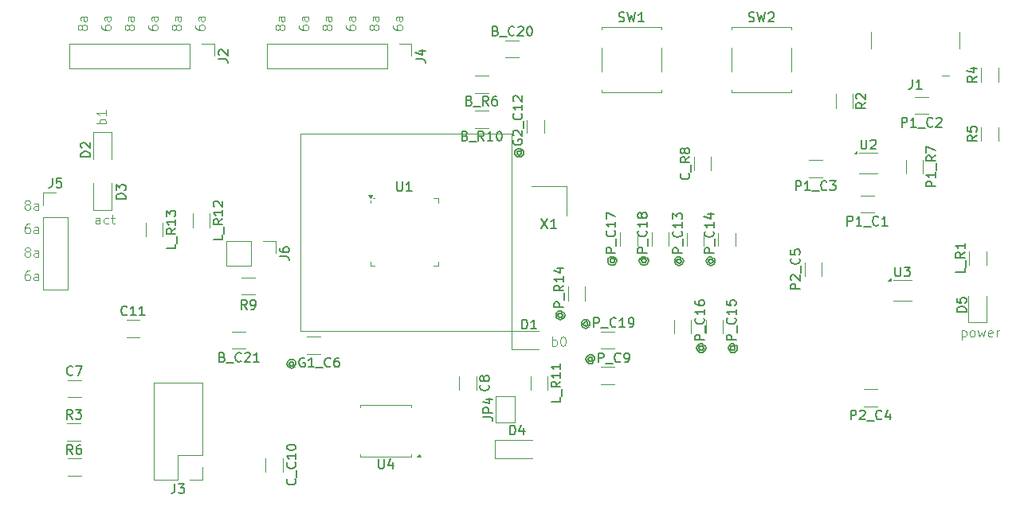
<source format=gbr>
%TF.GenerationSoftware,KiCad,Pcbnew,9.0.7-9.0.7~ubuntu24.04.1*%
%TF.CreationDate,2026-01-18T13:54:09+05:30*%
%TF.ProjectId,fpga_dev_board,66706761-5f64-4657-965f-626f6172642e,rev?*%
%TF.SameCoordinates,Original*%
%TF.FileFunction,Legend,Top*%
%TF.FilePolarity,Positive*%
%FSLAX46Y46*%
G04 Gerber Fmt 4.6, Leading zero omitted, Abs format (unit mm)*
G04 Created by KiCad (PCBNEW 9.0.7-9.0.7~ubuntu24.04.1) date 2026-01-18 13:54:09*
%MOMM*%
%LPD*%
G01*
G04 APERTURE LIST*
%ADD10C,0.100000*%
%ADD11C,0.150000*%
%ADD12C,0.120000*%
G04 APERTURE END LIST*
D10*
X219303884Y-125205752D02*
X219303884Y-126205752D01*
X219303884Y-125253371D02*
X219399122Y-125205752D01*
X219399122Y-125205752D02*
X219589598Y-125205752D01*
X219589598Y-125205752D02*
X219684836Y-125253371D01*
X219684836Y-125253371D02*
X219732455Y-125300990D01*
X219732455Y-125300990D02*
X219780074Y-125396228D01*
X219780074Y-125396228D02*
X219780074Y-125681942D01*
X219780074Y-125681942D02*
X219732455Y-125777180D01*
X219732455Y-125777180D02*
X219684836Y-125824800D01*
X219684836Y-125824800D02*
X219589598Y-125872419D01*
X219589598Y-125872419D02*
X219399122Y-125872419D01*
X219399122Y-125872419D02*
X219303884Y-125824800D01*
X220351503Y-125872419D02*
X220256265Y-125824800D01*
X220256265Y-125824800D02*
X220208646Y-125777180D01*
X220208646Y-125777180D02*
X220161027Y-125681942D01*
X220161027Y-125681942D02*
X220161027Y-125396228D01*
X220161027Y-125396228D02*
X220208646Y-125300990D01*
X220208646Y-125300990D02*
X220256265Y-125253371D01*
X220256265Y-125253371D02*
X220351503Y-125205752D01*
X220351503Y-125205752D02*
X220494360Y-125205752D01*
X220494360Y-125205752D02*
X220589598Y-125253371D01*
X220589598Y-125253371D02*
X220637217Y-125300990D01*
X220637217Y-125300990D02*
X220684836Y-125396228D01*
X220684836Y-125396228D02*
X220684836Y-125681942D01*
X220684836Y-125681942D02*
X220637217Y-125777180D01*
X220637217Y-125777180D02*
X220589598Y-125824800D01*
X220589598Y-125824800D02*
X220494360Y-125872419D01*
X220494360Y-125872419D02*
X220351503Y-125872419D01*
X221018170Y-125205752D02*
X221208646Y-125872419D01*
X221208646Y-125872419D02*
X221399122Y-125396228D01*
X221399122Y-125396228D02*
X221589598Y-125872419D01*
X221589598Y-125872419D02*
X221780074Y-125205752D01*
X222541979Y-125824800D02*
X222446741Y-125872419D01*
X222446741Y-125872419D02*
X222256265Y-125872419D01*
X222256265Y-125872419D02*
X222161027Y-125824800D01*
X222161027Y-125824800D02*
X222113408Y-125729561D01*
X222113408Y-125729561D02*
X222113408Y-125348609D01*
X222113408Y-125348609D02*
X222161027Y-125253371D01*
X222161027Y-125253371D02*
X222256265Y-125205752D01*
X222256265Y-125205752D02*
X222446741Y-125205752D01*
X222446741Y-125205752D02*
X222541979Y-125253371D01*
X222541979Y-125253371D02*
X222589598Y-125348609D01*
X222589598Y-125348609D02*
X222589598Y-125443847D01*
X222589598Y-125443847D02*
X222113408Y-125539085D01*
X223018170Y-125872419D02*
X223018170Y-125205752D01*
X223018170Y-125396228D02*
X223065789Y-125300990D01*
X223065789Y-125300990D02*
X223113408Y-125253371D01*
X223113408Y-125253371D02*
X223208646Y-125205752D01*
X223208646Y-125205752D02*
X223303884Y-125205752D01*
X175803884Y-126872419D02*
X175803884Y-125872419D01*
X175803884Y-126253371D02*
X175899122Y-126205752D01*
X175899122Y-126205752D02*
X176089598Y-126205752D01*
X176089598Y-126205752D02*
X176184836Y-126253371D01*
X176184836Y-126253371D02*
X176232455Y-126300990D01*
X176232455Y-126300990D02*
X176280074Y-126396228D01*
X176280074Y-126396228D02*
X176280074Y-126681942D01*
X176280074Y-126681942D02*
X176232455Y-126777180D01*
X176232455Y-126777180D02*
X176184836Y-126824800D01*
X176184836Y-126824800D02*
X176089598Y-126872419D01*
X176089598Y-126872419D02*
X175899122Y-126872419D01*
X175899122Y-126872419D02*
X175803884Y-126824800D01*
X176899122Y-125872419D02*
X176994360Y-125872419D01*
X176994360Y-125872419D02*
X177089598Y-125920038D01*
X177089598Y-125920038D02*
X177137217Y-125967657D01*
X177137217Y-125967657D02*
X177184836Y-126062895D01*
X177184836Y-126062895D02*
X177232455Y-126253371D01*
X177232455Y-126253371D02*
X177232455Y-126491466D01*
X177232455Y-126491466D02*
X177184836Y-126681942D01*
X177184836Y-126681942D02*
X177137217Y-126777180D01*
X177137217Y-126777180D02*
X177089598Y-126824800D01*
X177089598Y-126824800D02*
X176994360Y-126872419D01*
X176994360Y-126872419D02*
X176899122Y-126872419D01*
X176899122Y-126872419D02*
X176803884Y-126824800D01*
X176803884Y-126824800D02*
X176756265Y-126777180D01*
X176756265Y-126777180D02*
X176708646Y-126681942D01*
X176708646Y-126681942D02*
X176661027Y-126491466D01*
X176661027Y-126491466D02*
X176661027Y-126253371D01*
X176661027Y-126253371D02*
X176708646Y-126062895D01*
X176708646Y-126062895D02*
X176756265Y-125967657D01*
X176756265Y-125967657D02*
X176803884Y-125920038D01*
X176803884Y-125920038D02*
X176899122Y-125872419D01*
X128372419Y-103196115D02*
X127372419Y-103196115D01*
X127753371Y-103196115D02*
X127705752Y-103100877D01*
X127705752Y-103100877D02*
X127705752Y-102910401D01*
X127705752Y-102910401D02*
X127753371Y-102815163D01*
X127753371Y-102815163D02*
X127800990Y-102767544D01*
X127800990Y-102767544D02*
X127896228Y-102719925D01*
X127896228Y-102719925D02*
X128181942Y-102719925D01*
X128181942Y-102719925D02*
X128277180Y-102767544D01*
X128277180Y-102767544D02*
X128324800Y-102815163D01*
X128324800Y-102815163D02*
X128372419Y-102910401D01*
X128372419Y-102910401D02*
X128372419Y-103100877D01*
X128372419Y-103100877D02*
X128324800Y-103196115D01*
X128372419Y-101767544D02*
X128372419Y-102338972D01*
X128372419Y-102053258D02*
X127372419Y-102053258D01*
X127372419Y-102053258D02*
X127515276Y-102148496D01*
X127515276Y-102148496D02*
X127610514Y-102243734D01*
X127610514Y-102243734D02*
X127658133Y-102338972D01*
X127732455Y-113872419D02*
X127732455Y-113348609D01*
X127732455Y-113348609D02*
X127684836Y-113253371D01*
X127684836Y-113253371D02*
X127589598Y-113205752D01*
X127589598Y-113205752D02*
X127399122Y-113205752D01*
X127399122Y-113205752D02*
X127303884Y-113253371D01*
X127732455Y-113824800D02*
X127637217Y-113872419D01*
X127637217Y-113872419D02*
X127399122Y-113872419D01*
X127399122Y-113872419D02*
X127303884Y-113824800D01*
X127303884Y-113824800D02*
X127256265Y-113729561D01*
X127256265Y-113729561D02*
X127256265Y-113634323D01*
X127256265Y-113634323D02*
X127303884Y-113539085D01*
X127303884Y-113539085D02*
X127399122Y-113491466D01*
X127399122Y-113491466D02*
X127637217Y-113491466D01*
X127637217Y-113491466D02*
X127732455Y-113443847D01*
X128637217Y-113824800D02*
X128541979Y-113872419D01*
X128541979Y-113872419D02*
X128351503Y-113872419D01*
X128351503Y-113872419D02*
X128256265Y-113824800D01*
X128256265Y-113824800D02*
X128208646Y-113777180D01*
X128208646Y-113777180D02*
X128161027Y-113681942D01*
X128161027Y-113681942D02*
X128161027Y-113396228D01*
X128161027Y-113396228D02*
X128208646Y-113300990D01*
X128208646Y-113300990D02*
X128256265Y-113253371D01*
X128256265Y-113253371D02*
X128351503Y-113205752D01*
X128351503Y-113205752D02*
X128541979Y-113205752D01*
X128541979Y-113205752D02*
X128637217Y-113253371D01*
X128922932Y-113205752D02*
X129303884Y-113205752D01*
X129065789Y-112872419D02*
X129065789Y-113729561D01*
X129065789Y-113729561D02*
X129113408Y-113824800D01*
X129113408Y-113824800D02*
X129208646Y-113872419D01*
X129208646Y-113872419D02*
X129303884Y-113872419D01*
X120232455Y-118872419D02*
X120041979Y-118872419D01*
X120041979Y-118872419D02*
X119946741Y-118920038D01*
X119946741Y-118920038D02*
X119899122Y-118967657D01*
X119899122Y-118967657D02*
X119803884Y-119110514D01*
X119803884Y-119110514D02*
X119756265Y-119300990D01*
X119756265Y-119300990D02*
X119756265Y-119681942D01*
X119756265Y-119681942D02*
X119803884Y-119777180D01*
X119803884Y-119777180D02*
X119851503Y-119824800D01*
X119851503Y-119824800D02*
X119946741Y-119872419D01*
X119946741Y-119872419D02*
X120137217Y-119872419D01*
X120137217Y-119872419D02*
X120232455Y-119824800D01*
X120232455Y-119824800D02*
X120280074Y-119777180D01*
X120280074Y-119777180D02*
X120327693Y-119681942D01*
X120327693Y-119681942D02*
X120327693Y-119443847D01*
X120327693Y-119443847D02*
X120280074Y-119348609D01*
X120280074Y-119348609D02*
X120232455Y-119300990D01*
X120232455Y-119300990D02*
X120137217Y-119253371D01*
X120137217Y-119253371D02*
X119946741Y-119253371D01*
X119946741Y-119253371D02*
X119851503Y-119300990D01*
X119851503Y-119300990D02*
X119803884Y-119348609D01*
X119803884Y-119348609D02*
X119756265Y-119443847D01*
X121184836Y-119872419D02*
X121184836Y-119348609D01*
X121184836Y-119348609D02*
X121137217Y-119253371D01*
X121137217Y-119253371D02*
X121041979Y-119205752D01*
X121041979Y-119205752D02*
X120851503Y-119205752D01*
X120851503Y-119205752D02*
X120756265Y-119253371D01*
X121184836Y-119824800D02*
X121089598Y-119872419D01*
X121089598Y-119872419D02*
X120851503Y-119872419D01*
X120851503Y-119872419D02*
X120756265Y-119824800D01*
X120756265Y-119824800D02*
X120708646Y-119729561D01*
X120708646Y-119729561D02*
X120708646Y-119634323D01*
X120708646Y-119634323D02*
X120756265Y-119539085D01*
X120756265Y-119539085D02*
X120851503Y-119491466D01*
X120851503Y-119491466D02*
X121089598Y-119491466D01*
X121089598Y-119491466D02*
X121184836Y-119443847D01*
X119946741Y-116800990D02*
X119851503Y-116753371D01*
X119851503Y-116753371D02*
X119803884Y-116705752D01*
X119803884Y-116705752D02*
X119756265Y-116610514D01*
X119756265Y-116610514D02*
X119756265Y-116562895D01*
X119756265Y-116562895D02*
X119803884Y-116467657D01*
X119803884Y-116467657D02*
X119851503Y-116420038D01*
X119851503Y-116420038D02*
X119946741Y-116372419D01*
X119946741Y-116372419D02*
X120137217Y-116372419D01*
X120137217Y-116372419D02*
X120232455Y-116420038D01*
X120232455Y-116420038D02*
X120280074Y-116467657D01*
X120280074Y-116467657D02*
X120327693Y-116562895D01*
X120327693Y-116562895D02*
X120327693Y-116610514D01*
X120327693Y-116610514D02*
X120280074Y-116705752D01*
X120280074Y-116705752D02*
X120232455Y-116753371D01*
X120232455Y-116753371D02*
X120137217Y-116800990D01*
X120137217Y-116800990D02*
X119946741Y-116800990D01*
X119946741Y-116800990D02*
X119851503Y-116848609D01*
X119851503Y-116848609D02*
X119803884Y-116896228D01*
X119803884Y-116896228D02*
X119756265Y-116991466D01*
X119756265Y-116991466D02*
X119756265Y-117181942D01*
X119756265Y-117181942D02*
X119803884Y-117277180D01*
X119803884Y-117277180D02*
X119851503Y-117324800D01*
X119851503Y-117324800D02*
X119946741Y-117372419D01*
X119946741Y-117372419D02*
X120137217Y-117372419D01*
X120137217Y-117372419D02*
X120232455Y-117324800D01*
X120232455Y-117324800D02*
X120280074Y-117277180D01*
X120280074Y-117277180D02*
X120327693Y-117181942D01*
X120327693Y-117181942D02*
X120327693Y-116991466D01*
X120327693Y-116991466D02*
X120280074Y-116896228D01*
X120280074Y-116896228D02*
X120232455Y-116848609D01*
X120232455Y-116848609D02*
X120137217Y-116800990D01*
X121184836Y-117372419D02*
X121184836Y-116848609D01*
X121184836Y-116848609D02*
X121137217Y-116753371D01*
X121137217Y-116753371D02*
X121041979Y-116705752D01*
X121041979Y-116705752D02*
X120851503Y-116705752D01*
X120851503Y-116705752D02*
X120756265Y-116753371D01*
X121184836Y-117324800D02*
X121089598Y-117372419D01*
X121089598Y-117372419D02*
X120851503Y-117372419D01*
X120851503Y-117372419D02*
X120756265Y-117324800D01*
X120756265Y-117324800D02*
X120708646Y-117229561D01*
X120708646Y-117229561D02*
X120708646Y-117134323D01*
X120708646Y-117134323D02*
X120756265Y-117039085D01*
X120756265Y-117039085D02*
X120851503Y-116991466D01*
X120851503Y-116991466D02*
X121089598Y-116991466D01*
X121089598Y-116991466D02*
X121184836Y-116943847D01*
X120232455Y-113872419D02*
X120041979Y-113872419D01*
X120041979Y-113872419D02*
X119946741Y-113920038D01*
X119946741Y-113920038D02*
X119899122Y-113967657D01*
X119899122Y-113967657D02*
X119803884Y-114110514D01*
X119803884Y-114110514D02*
X119756265Y-114300990D01*
X119756265Y-114300990D02*
X119756265Y-114681942D01*
X119756265Y-114681942D02*
X119803884Y-114777180D01*
X119803884Y-114777180D02*
X119851503Y-114824800D01*
X119851503Y-114824800D02*
X119946741Y-114872419D01*
X119946741Y-114872419D02*
X120137217Y-114872419D01*
X120137217Y-114872419D02*
X120232455Y-114824800D01*
X120232455Y-114824800D02*
X120280074Y-114777180D01*
X120280074Y-114777180D02*
X120327693Y-114681942D01*
X120327693Y-114681942D02*
X120327693Y-114443847D01*
X120327693Y-114443847D02*
X120280074Y-114348609D01*
X120280074Y-114348609D02*
X120232455Y-114300990D01*
X120232455Y-114300990D02*
X120137217Y-114253371D01*
X120137217Y-114253371D02*
X119946741Y-114253371D01*
X119946741Y-114253371D02*
X119851503Y-114300990D01*
X119851503Y-114300990D02*
X119803884Y-114348609D01*
X119803884Y-114348609D02*
X119756265Y-114443847D01*
X121184836Y-114872419D02*
X121184836Y-114348609D01*
X121184836Y-114348609D02*
X121137217Y-114253371D01*
X121137217Y-114253371D02*
X121041979Y-114205752D01*
X121041979Y-114205752D02*
X120851503Y-114205752D01*
X120851503Y-114205752D02*
X120756265Y-114253371D01*
X121184836Y-114824800D02*
X121089598Y-114872419D01*
X121089598Y-114872419D02*
X120851503Y-114872419D01*
X120851503Y-114872419D02*
X120756265Y-114824800D01*
X120756265Y-114824800D02*
X120708646Y-114729561D01*
X120708646Y-114729561D02*
X120708646Y-114634323D01*
X120708646Y-114634323D02*
X120756265Y-114539085D01*
X120756265Y-114539085D02*
X120851503Y-114491466D01*
X120851503Y-114491466D02*
X121089598Y-114491466D01*
X121089598Y-114491466D02*
X121184836Y-114443847D01*
X119946741Y-111800990D02*
X119851503Y-111753371D01*
X119851503Y-111753371D02*
X119803884Y-111705752D01*
X119803884Y-111705752D02*
X119756265Y-111610514D01*
X119756265Y-111610514D02*
X119756265Y-111562895D01*
X119756265Y-111562895D02*
X119803884Y-111467657D01*
X119803884Y-111467657D02*
X119851503Y-111420038D01*
X119851503Y-111420038D02*
X119946741Y-111372419D01*
X119946741Y-111372419D02*
X120137217Y-111372419D01*
X120137217Y-111372419D02*
X120232455Y-111420038D01*
X120232455Y-111420038D02*
X120280074Y-111467657D01*
X120280074Y-111467657D02*
X120327693Y-111562895D01*
X120327693Y-111562895D02*
X120327693Y-111610514D01*
X120327693Y-111610514D02*
X120280074Y-111705752D01*
X120280074Y-111705752D02*
X120232455Y-111753371D01*
X120232455Y-111753371D02*
X120137217Y-111800990D01*
X120137217Y-111800990D02*
X119946741Y-111800990D01*
X119946741Y-111800990D02*
X119851503Y-111848609D01*
X119851503Y-111848609D02*
X119803884Y-111896228D01*
X119803884Y-111896228D02*
X119756265Y-111991466D01*
X119756265Y-111991466D02*
X119756265Y-112181942D01*
X119756265Y-112181942D02*
X119803884Y-112277180D01*
X119803884Y-112277180D02*
X119851503Y-112324800D01*
X119851503Y-112324800D02*
X119946741Y-112372419D01*
X119946741Y-112372419D02*
X120137217Y-112372419D01*
X120137217Y-112372419D02*
X120232455Y-112324800D01*
X120232455Y-112324800D02*
X120280074Y-112277180D01*
X120280074Y-112277180D02*
X120327693Y-112181942D01*
X120327693Y-112181942D02*
X120327693Y-111991466D01*
X120327693Y-111991466D02*
X120280074Y-111896228D01*
X120280074Y-111896228D02*
X120232455Y-111848609D01*
X120232455Y-111848609D02*
X120137217Y-111800990D01*
X121184836Y-112372419D02*
X121184836Y-111848609D01*
X121184836Y-111848609D02*
X121137217Y-111753371D01*
X121137217Y-111753371D02*
X121041979Y-111705752D01*
X121041979Y-111705752D02*
X120851503Y-111705752D01*
X120851503Y-111705752D02*
X120756265Y-111753371D01*
X121184836Y-112324800D02*
X121089598Y-112372419D01*
X121089598Y-112372419D02*
X120851503Y-112372419D01*
X120851503Y-112372419D02*
X120756265Y-112324800D01*
X120756265Y-112324800D02*
X120708646Y-112229561D01*
X120708646Y-112229561D02*
X120708646Y-112134323D01*
X120708646Y-112134323D02*
X120756265Y-112039085D01*
X120756265Y-112039085D02*
X120851503Y-111991466D01*
X120851503Y-111991466D02*
X121089598Y-111991466D01*
X121089598Y-111991466D02*
X121184836Y-111943847D01*
X158872419Y-92767544D02*
X158872419Y-92958020D01*
X158872419Y-92958020D02*
X158920038Y-93053258D01*
X158920038Y-93053258D02*
X158967657Y-93100877D01*
X158967657Y-93100877D02*
X159110514Y-93196115D01*
X159110514Y-93196115D02*
X159300990Y-93243734D01*
X159300990Y-93243734D02*
X159681942Y-93243734D01*
X159681942Y-93243734D02*
X159777180Y-93196115D01*
X159777180Y-93196115D02*
X159824800Y-93148496D01*
X159824800Y-93148496D02*
X159872419Y-93053258D01*
X159872419Y-93053258D02*
X159872419Y-92862782D01*
X159872419Y-92862782D02*
X159824800Y-92767544D01*
X159824800Y-92767544D02*
X159777180Y-92719925D01*
X159777180Y-92719925D02*
X159681942Y-92672306D01*
X159681942Y-92672306D02*
X159443847Y-92672306D01*
X159443847Y-92672306D02*
X159348609Y-92719925D01*
X159348609Y-92719925D02*
X159300990Y-92767544D01*
X159300990Y-92767544D02*
X159253371Y-92862782D01*
X159253371Y-92862782D02*
X159253371Y-93053258D01*
X159253371Y-93053258D02*
X159300990Y-93148496D01*
X159300990Y-93148496D02*
X159348609Y-93196115D01*
X159348609Y-93196115D02*
X159443847Y-93243734D01*
X159872419Y-91815163D02*
X159348609Y-91815163D01*
X159348609Y-91815163D02*
X159253371Y-91862782D01*
X159253371Y-91862782D02*
X159205752Y-91958020D01*
X159205752Y-91958020D02*
X159205752Y-92148496D01*
X159205752Y-92148496D02*
X159253371Y-92243734D01*
X159824800Y-91815163D02*
X159872419Y-91910401D01*
X159872419Y-91910401D02*
X159872419Y-92148496D01*
X159872419Y-92148496D02*
X159824800Y-92243734D01*
X159824800Y-92243734D02*
X159729561Y-92291353D01*
X159729561Y-92291353D02*
X159634323Y-92291353D01*
X159634323Y-92291353D02*
X159539085Y-92243734D01*
X159539085Y-92243734D02*
X159491466Y-92148496D01*
X159491466Y-92148496D02*
X159491466Y-91910401D01*
X159491466Y-91910401D02*
X159443847Y-91815163D01*
X156800990Y-93053258D02*
X156753371Y-93148496D01*
X156753371Y-93148496D02*
X156705752Y-93196115D01*
X156705752Y-93196115D02*
X156610514Y-93243734D01*
X156610514Y-93243734D02*
X156562895Y-93243734D01*
X156562895Y-93243734D02*
X156467657Y-93196115D01*
X156467657Y-93196115D02*
X156420038Y-93148496D01*
X156420038Y-93148496D02*
X156372419Y-93053258D01*
X156372419Y-93053258D02*
X156372419Y-92862782D01*
X156372419Y-92862782D02*
X156420038Y-92767544D01*
X156420038Y-92767544D02*
X156467657Y-92719925D01*
X156467657Y-92719925D02*
X156562895Y-92672306D01*
X156562895Y-92672306D02*
X156610514Y-92672306D01*
X156610514Y-92672306D02*
X156705752Y-92719925D01*
X156705752Y-92719925D02*
X156753371Y-92767544D01*
X156753371Y-92767544D02*
X156800990Y-92862782D01*
X156800990Y-92862782D02*
X156800990Y-93053258D01*
X156800990Y-93053258D02*
X156848609Y-93148496D01*
X156848609Y-93148496D02*
X156896228Y-93196115D01*
X156896228Y-93196115D02*
X156991466Y-93243734D01*
X156991466Y-93243734D02*
X157181942Y-93243734D01*
X157181942Y-93243734D02*
X157277180Y-93196115D01*
X157277180Y-93196115D02*
X157324800Y-93148496D01*
X157324800Y-93148496D02*
X157372419Y-93053258D01*
X157372419Y-93053258D02*
X157372419Y-92862782D01*
X157372419Y-92862782D02*
X157324800Y-92767544D01*
X157324800Y-92767544D02*
X157277180Y-92719925D01*
X157277180Y-92719925D02*
X157181942Y-92672306D01*
X157181942Y-92672306D02*
X156991466Y-92672306D01*
X156991466Y-92672306D02*
X156896228Y-92719925D01*
X156896228Y-92719925D02*
X156848609Y-92767544D01*
X156848609Y-92767544D02*
X156800990Y-92862782D01*
X157372419Y-91815163D02*
X156848609Y-91815163D01*
X156848609Y-91815163D02*
X156753371Y-91862782D01*
X156753371Y-91862782D02*
X156705752Y-91958020D01*
X156705752Y-91958020D02*
X156705752Y-92148496D01*
X156705752Y-92148496D02*
X156753371Y-92243734D01*
X157324800Y-91815163D02*
X157372419Y-91910401D01*
X157372419Y-91910401D02*
X157372419Y-92148496D01*
X157372419Y-92148496D02*
X157324800Y-92243734D01*
X157324800Y-92243734D02*
X157229561Y-92291353D01*
X157229561Y-92291353D02*
X157134323Y-92291353D01*
X157134323Y-92291353D02*
X157039085Y-92243734D01*
X157039085Y-92243734D02*
X156991466Y-92148496D01*
X156991466Y-92148496D02*
X156991466Y-91910401D01*
X156991466Y-91910401D02*
X156943847Y-91815163D01*
X153872419Y-92767544D02*
X153872419Y-92958020D01*
X153872419Y-92958020D02*
X153920038Y-93053258D01*
X153920038Y-93053258D02*
X153967657Y-93100877D01*
X153967657Y-93100877D02*
X154110514Y-93196115D01*
X154110514Y-93196115D02*
X154300990Y-93243734D01*
X154300990Y-93243734D02*
X154681942Y-93243734D01*
X154681942Y-93243734D02*
X154777180Y-93196115D01*
X154777180Y-93196115D02*
X154824800Y-93148496D01*
X154824800Y-93148496D02*
X154872419Y-93053258D01*
X154872419Y-93053258D02*
X154872419Y-92862782D01*
X154872419Y-92862782D02*
X154824800Y-92767544D01*
X154824800Y-92767544D02*
X154777180Y-92719925D01*
X154777180Y-92719925D02*
X154681942Y-92672306D01*
X154681942Y-92672306D02*
X154443847Y-92672306D01*
X154443847Y-92672306D02*
X154348609Y-92719925D01*
X154348609Y-92719925D02*
X154300990Y-92767544D01*
X154300990Y-92767544D02*
X154253371Y-92862782D01*
X154253371Y-92862782D02*
X154253371Y-93053258D01*
X154253371Y-93053258D02*
X154300990Y-93148496D01*
X154300990Y-93148496D02*
X154348609Y-93196115D01*
X154348609Y-93196115D02*
X154443847Y-93243734D01*
X154872419Y-91815163D02*
X154348609Y-91815163D01*
X154348609Y-91815163D02*
X154253371Y-91862782D01*
X154253371Y-91862782D02*
X154205752Y-91958020D01*
X154205752Y-91958020D02*
X154205752Y-92148496D01*
X154205752Y-92148496D02*
X154253371Y-92243734D01*
X154824800Y-91815163D02*
X154872419Y-91910401D01*
X154872419Y-91910401D02*
X154872419Y-92148496D01*
X154872419Y-92148496D02*
X154824800Y-92243734D01*
X154824800Y-92243734D02*
X154729561Y-92291353D01*
X154729561Y-92291353D02*
X154634323Y-92291353D01*
X154634323Y-92291353D02*
X154539085Y-92243734D01*
X154539085Y-92243734D02*
X154491466Y-92148496D01*
X154491466Y-92148496D02*
X154491466Y-91910401D01*
X154491466Y-91910401D02*
X154443847Y-91815163D01*
X151800990Y-93053258D02*
X151753371Y-93148496D01*
X151753371Y-93148496D02*
X151705752Y-93196115D01*
X151705752Y-93196115D02*
X151610514Y-93243734D01*
X151610514Y-93243734D02*
X151562895Y-93243734D01*
X151562895Y-93243734D02*
X151467657Y-93196115D01*
X151467657Y-93196115D02*
X151420038Y-93148496D01*
X151420038Y-93148496D02*
X151372419Y-93053258D01*
X151372419Y-93053258D02*
X151372419Y-92862782D01*
X151372419Y-92862782D02*
X151420038Y-92767544D01*
X151420038Y-92767544D02*
X151467657Y-92719925D01*
X151467657Y-92719925D02*
X151562895Y-92672306D01*
X151562895Y-92672306D02*
X151610514Y-92672306D01*
X151610514Y-92672306D02*
X151705752Y-92719925D01*
X151705752Y-92719925D02*
X151753371Y-92767544D01*
X151753371Y-92767544D02*
X151800990Y-92862782D01*
X151800990Y-92862782D02*
X151800990Y-93053258D01*
X151800990Y-93053258D02*
X151848609Y-93148496D01*
X151848609Y-93148496D02*
X151896228Y-93196115D01*
X151896228Y-93196115D02*
X151991466Y-93243734D01*
X151991466Y-93243734D02*
X152181942Y-93243734D01*
X152181942Y-93243734D02*
X152277180Y-93196115D01*
X152277180Y-93196115D02*
X152324800Y-93148496D01*
X152324800Y-93148496D02*
X152372419Y-93053258D01*
X152372419Y-93053258D02*
X152372419Y-92862782D01*
X152372419Y-92862782D02*
X152324800Y-92767544D01*
X152324800Y-92767544D02*
X152277180Y-92719925D01*
X152277180Y-92719925D02*
X152181942Y-92672306D01*
X152181942Y-92672306D02*
X151991466Y-92672306D01*
X151991466Y-92672306D02*
X151896228Y-92719925D01*
X151896228Y-92719925D02*
X151848609Y-92767544D01*
X151848609Y-92767544D02*
X151800990Y-92862782D01*
X152372419Y-91815163D02*
X151848609Y-91815163D01*
X151848609Y-91815163D02*
X151753371Y-91862782D01*
X151753371Y-91862782D02*
X151705752Y-91958020D01*
X151705752Y-91958020D02*
X151705752Y-92148496D01*
X151705752Y-92148496D02*
X151753371Y-92243734D01*
X152324800Y-91815163D02*
X152372419Y-91910401D01*
X152372419Y-91910401D02*
X152372419Y-92148496D01*
X152372419Y-92148496D02*
X152324800Y-92243734D01*
X152324800Y-92243734D02*
X152229561Y-92291353D01*
X152229561Y-92291353D02*
X152134323Y-92291353D01*
X152134323Y-92291353D02*
X152039085Y-92243734D01*
X152039085Y-92243734D02*
X151991466Y-92148496D01*
X151991466Y-92148496D02*
X151991466Y-91910401D01*
X151991466Y-91910401D02*
X151943847Y-91815163D01*
X148872419Y-92767544D02*
X148872419Y-92958020D01*
X148872419Y-92958020D02*
X148920038Y-93053258D01*
X148920038Y-93053258D02*
X148967657Y-93100877D01*
X148967657Y-93100877D02*
X149110514Y-93196115D01*
X149110514Y-93196115D02*
X149300990Y-93243734D01*
X149300990Y-93243734D02*
X149681942Y-93243734D01*
X149681942Y-93243734D02*
X149777180Y-93196115D01*
X149777180Y-93196115D02*
X149824800Y-93148496D01*
X149824800Y-93148496D02*
X149872419Y-93053258D01*
X149872419Y-93053258D02*
X149872419Y-92862782D01*
X149872419Y-92862782D02*
X149824800Y-92767544D01*
X149824800Y-92767544D02*
X149777180Y-92719925D01*
X149777180Y-92719925D02*
X149681942Y-92672306D01*
X149681942Y-92672306D02*
X149443847Y-92672306D01*
X149443847Y-92672306D02*
X149348609Y-92719925D01*
X149348609Y-92719925D02*
X149300990Y-92767544D01*
X149300990Y-92767544D02*
X149253371Y-92862782D01*
X149253371Y-92862782D02*
X149253371Y-93053258D01*
X149253371Y-93053258D02*
X149300990Y-93148496D01*
X149300990Y-93148496D02*
X149348609Y-93196115D01*
X149348609Y-93196115D02*
X149443847Y-93243734D01*
X149872419Y-91815163D02*
X149348609Y-91815163D01*
X149348609Y-91815163D02*
X149253371Y-91862782D01*
X149253371Y-91862782D02*
X149205752Y-91958020D01*
X149205752Y-91958020D02*
X149205752Y-92148496D01*
X149205752Y-92148496D02*
X149253371Y-92243734D01*
X149824800Y-91815163D02*
X149872419Y-91910401D01*
X149872419Y-91910401D02*
X149872419Y-92148496D01*
X149872419Y-92148496D02*
X149824800Y-92243734D01*
X149824800Y-92243734D02*
X149729561Y-92291353D01*
X149729561Y-92291353D02*
X149634323Y-92291353D01*
X149634323Y-92291353D02*
X149539085Y-92243734D01*
X149539085Y-92243734D02*
X149491466Y-92148496D01*
X149491466Y-92148496D02*
X149491466Y-91910401D01*
X149491466Y-91910401D02*
X149443847Y-91815163D01*
X146800990Y-93053258D02*
X146753371Y-93148496D01*
X146753371Y-93148496D02*
X146705752Y-93196115D01*
X146705752Y-93196115D02*
X146610514Y-93243734D01*
X146610514Y-93243734D02*
X146562895Y-93243734D01*
X146562895Y-93243734D02*
X146467657Y-93196115D01*
X146467657Y-93196115D02*
X146420038Y-93148496D01*
X146420038Y-93148496D02*
X146372419Y-93053258D01*
X146372419Y-93053258D02*
X146372419Y-92862782D01*
X146372419Y-92862782D02*
X146420038Y-92767544D01*
X146420038Y-92767544D02*
X146467657Y-92719925D01*
X146467657Y-92719925D02*
X146562895Y-92672306D01*
X146562895Y-92672306D02*
X146610514Y-92672306D01*
X146610514Y-92672306D02*
X146705752Y-92719925D01*
X146705752Y-92719925D02*
X146753371Y-92767544D01*
X146753371Y-92767544D02*
X146800990Y-92862782D01*
X146800990Y-92862782D02*
X146800990Y-93053258D01*
X146800990Y-93053258D02*
X146848609Y-93148496D01*
X146848609Y-93148496D02*
X146896228Y-93196115D01*
X146896228Y-93196115D02*
X146991466Y-93243734D01*
X146991466Y-93243734D02*
X147181942Y-93243734D01*
X147181942Y-93243734D02*
X147277180Y-93196115D01*
X147277180Y-93196115D02*
X147324800Y-93148496D01*
X147324800Y-93148496D02*
X147372419Y-93053258D01*
X147372419Y-93053258D02*
X147372419Y-92862782D01*
X147372419Y-92862782D02*
X147324800Y-92767544D01*
X147324800Y-92767544D02*
X147277180Y-92719925D01*
X147277180Y-92719925D02*
X147181942Y-92672306D01*
X147181942Y-92672306D02*
X146991466Y-92672306D01*
X146991466Y-92672306D02*
X146896228Y-92719925D01*
X146896228Y-92719925D02*
X146848609Y-92767544D01*
X146848609Y-92767544D02*
X146800990Y-92862782D01*
X147372419Y-91815163D02*
X146848609Y-91815163D01*
X146848609Y-91815163D02*
X146753371Y-91862782D01*
X146753371Y-91862782D02*
X146705752Y-91958020D01*
X146705752Y-91958020D02*
X146705752Y-92148496D01*
X146705752Y-92148496D02*
X146753371Y-92243734D01*
X147324800Y-91815163D02*
X147372419Y-91910401D01*
X147372419Y-91910401D02*
X147372419Y-92148496D01*
X147372419Y-92148496D02*
X147324800Y-92243734D01*
X147324800Y-92243734D02*
X147229561Y-92291353D01*
X147229561Y-92291353D02*
X147134323Y-92291353D01*
X147134323Y-92291353D02*
X147039085Y-92243734D01*
X147039085Y-92243734D02*
X146991466Y-92148496D01*
X146991466Y-92148496D02*
X146991466Y-91910401D01*
X146991466Y-91910401D02*
X146943847Y-91815163D01*
X137872419Y-92767544D02*
X137872419Y-92958020D01*
X137872419Y-92958020D02*
X137920038Y-93053258D01*
X137920038Y-93053258D02*
X137967657Y-93100877D01*
X137967657Y-93100877D02*
X138110514Y-93196115D01*
X138110514Y-93196115D02*
X138300990Y-93243734D01*
X138300990Y-93243734D02*
X138681942Y-93243734D01*
X138681942Y-93243734D02*
X138777180Y-93196115D01*
X138777180Y-93196115D02*
X138824800Y-93148496D01*
X138824800Y-93148496D02*
X138872419Y-93053258D01*
X138872419Y-93053258D02*
X138872419Y-92862782D01*
X138872419Y-92862782D02*
X138824800Y-92767544D01*
X138824800Y-92767544D02*
X138777180Y-92719925D01*
X138777180Y-92719925D02*
X138681942Y-92672306D01*
X138681942Y-92672306D02*
X138443847Y-92672306D01*
X138443847Y-92672306D02*
X138348609Y-92719925D01*
X138348609Y-92719925D02*
X138300990Y-92767544D01*
X138300990Y-92767544D02*
X138253371Y-92862782D01*
X138253371Y-92862782D02*
X138253371Y-93053258D01*
X138253371Y-93053258D02*
X138300990Y-93148496D01*
X138300990Y-93148496D02*
X138348609Y-93196115D01*
X138348609Y-93196115D02*
X138443847Y-93243734D01*
X138872419Y-91815163D02*
X138348609Y-91815163D01*
X138348609Y-91815163D02*
X138253371Y-91862782D01*
X138253371Y-91862782D02*
X138205752Y-91958020D01*
X138205752Y-91958020D02*
X138205752Y-92148496D01*
X138205752Y-92148496D02*
X138253371Y-92243734D01*
X138824800Y-91815163D02*
X138872419Y-91910401D01*
X138872419Y-91910401D02*
X138872419Y-92148496D01*
X138872419Y-92148496D02*
X138824800Y-92243734D01*
X138824800Y-92243734D02*
X138729561Y-92291353D01*
X138729561Y-92291353D02*
X138634323Y-92291353D01*
X138634323Y-92291353D02*
X138539085Y-92243734D01*
X138539085Y-92243734D02*
X138491466Y-92148496D01*
X138491466Y-92148496D02*
X138491466Y-91910401D01*
X138491466Y-91910401D02*
X138443847Y-91815163D01*
X135800990Y-93053258D02*
X135753371Y-93148496D01*
X135753371Y-93148496D02*
X135705752Y-93196115D01*
X135705752Y-93196115D02*
X135610514Y-93243734D01*
X135610514Y-93243734D02*
X135562895Y-93243734D01*
X135562895Y-93243734D02*
X135467657Y-93196115D01*
X135467657Y-93196115D02*
X135420038Y-93148496D01*
X135420038Y-93148496D02*
X135372419Y-93053258D01*
X135372419Y-93053258D02*
X135372419Y-92862782D01*
X135372419Y-92862782D02*
X135420038Y-92767544D01*
X135420038Y-92767544D02*
X135467657Y-92719925D01*
X135467657Y-92719925D02*
X135562895Y-92672306D01*
X135562895Y-92672306D02*
X135610514Y-92672306D01*
X135610514Y-92672306D02*
X135705752Y-92719925D01*
X135705752Y-92719925D02*
X135753371Y-92767544D01*
X135753371Y-92767544D02*
X135800990Y-92862782D01*
X135800990Y-92862782D02*
X135800990Y-93053258D01*
X135800990Y-93053258D02*
X135848609Y-93148496D01*
X135848609Y-93148496D02*
X135896228Y-93196115D01*
X135896228Y-93196115D02*
X135991466Y-93243734D01*
X135991466Y-93243734D02*
X136181942Y-93243734D01*
X136181942Y-93243734D02*
X136277180Y-93196115D01*
X136277180Y-93196115D02*
X136324800Y-93148496D01*
X136324800Y-93148496D02*
X136372419Y-93053258D01*
X136372419Y-93053258D02*
X136372419Y-92862782D01*
X136372419Y-92862782D02*
X136324800Y-92767544D01*
X136324800Y-92767544D02*
X136277180Y-92719925D01*
X136277180Y-92719925D02*
X136181942Y-92672306D01*
X136181942Y-92672306D02*
X135991466Y-92672306D01*
X135991466Y-92672306D02*
X135896228Y-92719925D01*
X135896228Y-92719925D02*
X135848609Y-92767544D01*
X135848609Y-92767544D02*
X135800990Y-92862782D01*
X136372419Y-91815163D02*
X135848609Y-91815163D01*
X135848609Y-91815163D02*
X135753371Y-91862782D01*
X135753371Y-91862782D02*
X135705752Y-91958020D01*
X135705752Y-91958020D02*
X135705752Y-92148496D01*
X135705752Y-92148496D02*
X135753371Y-92243734D01*
X136324800Y-91815163D02*
X136372419Y-91910401D01*
X136372419Y-91910401D02*
X136372419Y-92148496D01*
X136372419Y-92148496D02*
X136324800Y-92243734D01*
X136324800Y-92243734D02*
X136229561Y-92291353D01*
X136229561Y-92291353D02*
X136134323Y-92291353D01*
X136134323Y-92291353D02*
X136039085Y-92243734D01*
X136039085Y-92243734D02*
X135991466Y-92148496D01*
X135991466Y-92148496D02*
X135991466Y-91910401D01*
X135991466Y-91910401D02*
X135943847Y-91815163D01*
X132872419Y-92767544D02*
X132872419Y-92958020D01*
X132872419Y-92958020D02*
X132920038Y-93053258D01*
X132920038Y-93053258D02*
X132967657Y-93100877D01*
X132967657Y-93100877D02*
X133110514Y-93196115D01*
X133110514Y-93196115D02*
X133300990Y-93243734D01*
X133300990Y-93243734D02*
X133681942Y-93243734D01*
X133681942Y-93243734D02*
X133777180Y-93196115D01*
X133777180Y-93196115D02*
X133824800Y-93148496D01*
X133824800Y-93148496D02*
X133872419Y-93053258D01*
X133872419Y-93053258D02*
X133872419Y-92862782D01*
X133872419Y-92862782D02*
X133824800Y-92767544D01*
X133824800Y-92767544D02*
X133777180Y-92719925D01*
X133777180Y-92719925D02*
X133681942Y-92672306D01*
X133681942Y-92672306D02*
X133443847Y-92672306D01*
X133443847Y-92672306D02*
X133348609Y-92719925D01*
X133348609Y-92719925D02*
X133300990Y-92767544D01*
X133300990Y-92767544D02*
X133253371Y-92862782D01*
X133253371Y-92862782D02*
X133253371Y-93053258D01*
X133253371Y-93053258D02*
X133300990Y-93148496D01*
X133300990Y-93148496D02*
X133348609Y-93196115D01*
X133348609Y-93196115D02*
X133443847Y-93243734D01*
X133872419Y-91815163D02*
X133348609Y-91815163D01*
X133348609Y-91815163D02*
X133253371Y-91862782D01*
X133253371Y-91862782D02*
X133205752Y-91958020D01*
X133205752Y-91958020D02*
X133205752Y-92148496D01*
X133205752Y-92148496D02*
X133253371Y-92243734D01*
X133824800Y-91815163D02*
X133872419Y-91910401D01*
X133872419Y-91910401D02*
X133872419Y-92148496D01*
X133872419Y-92148496D02*
X133824800Y-92243734D01*
X133824800Y-92243734D02*
X133729561Y-92291353D01*
X133729561Y-92291353D02*
X133634323Y-92291353D01*
X133634323Y-92291353D02*
X133539085Y-92243734D01*
X133539085Y-92243734D02*
X133491466Y-92148496D01*
X133491466Y-92148496D02*
X133491466Y-91910401D01*
X133491466Y-91910401D02*
X133443847Y-91815163D01*
X130800990Y-93053258D02*
X130753371Y-93148496D01*
X130753371Y-93148496D02*
X130705752Y-93196115D01*
X130705752Y-93196115D02*
X130610514Y-93243734D01*
X130610514Y-93243734D02*
X130562895Y-93243734D01*
X130562895Y-93243734D02*
X130467657Y-93196115D01*
X130467657Y-93196115D02*
X130420038Y-93148496D01*
X130420038Y-93148496D02*
X130372419Y-93053258D01*
X130372419Y-93053258D02*
X130372419Y-92862782D01*
X130372419Y-92862782D02*
X130420038Y-92767544D01*
X130420038Y-92767544D02*
X130467657Y-92719925D01*
X130467657Y-92719925D02*
X130562895Y-92672306D01*
X130562895Y-92672306D02*
X130610514Y-92672306D01*
X130610514Y-92672306D02*
X130705752Y-92719925D01*
X130705752Y-92719925D02*
X130753371Y-92767544D01*
X130753371Y-92767544D02*
X130800990Y-92862782D01*
X130800990Y-92862782D02*
X130800990Y-93053258D01*
X130800990Y-93053258D02*
X130848609Y-93148496D01*
X130848609Y-93148496D02*
X130896228Y-93196115D01*
X130896228Y-93196115D02*
X130991466Y-93243734D01*
X130991466Y-93243734D02*
X131181942Y-93243734D01*
X131181942Y-93243734D02*
X131277180Y-93196115D01*
X131277180Y-93196115D02*
X131324800Y-93148496D01*
X131324800Y-93148496D02*
X131372419Y-93053258D01*
X131372419Y-93053258D02*
X131372419Y-92862782D01*
X131372419Y-92862782D02*
X131324800Y-92767544D01*
X131324800Y-92767544D02*
X131277180Y-92719925D01*
X131277180Y-92719925D02*
X131181942Y-92672306D01*
X131181942Y-92672306D02*
X130991466Y-92672306D01*
X130991466Y-92672306D02*
X130896228Y-92719925D01*
X130896228Y-92719925D02*
X130848609Y-92767544D01*
X130848609Y-92767544D02*
X130800990Y-92862782D01*
X131372419Y-91815163D02*
X130848609Y-91815163D01*
X130848609Y-91815163D02*
X130753371Y-91862782D01*
X130753371Y-91862782D02*
X130705752Y-91958020D01*
X130705752Y-91958020D02*
X130705752Y-92148496D01*
X130705752Y-92148496D02*
X130753371Y-92243734D01*
X131324800Y-91815163D02*
X131372419Y-91910401D01*
X131372419Y-91910401D02*
X131372419Y-92148496D01*
X131372419Y-92148496D02*
X131324800Y-92243734D01*
X131324800Y-92243734D02*
X131229561Y-92291353D01*
X131229561Y-92291353D02*
X131134323Y-92291353D01*
X131134323Y-92291353D02*
X131039085Y-92243734D01*
X131039085Y-92243734D02*
X130991466Y-92148496D01*
X130991466Y-92148496D02*
X130991466Y-91910401D01*
X130991466Y-91910401D02*
X130943847Y-91815163D01*
X127872419Y-92767544D02*
X127872419Y-92958020D01*
X127872419Y-92958020D02*
X127920038Y-93053258D01*
X127920038Y-93053258D02*
X127967657Y-93100877D01*
X127967657Y-93100877D02*
X128110514Y-93196115D01*
X128110514Y-93196115D02*
X128300990Y-93243734D01*
X128300990Y-93243734D02*
X128681942Y-93243734D01*
X128681942Y-93243734D02*
X128777180Y-93196115D01*
X128777180Y-93196115D02*
X128824800Y-93148496D01*
X128824800Y-93148496D02*
X128872419Y-93053258D01*
X128872419Y-93053258D02*
X128872419Y-92862782D01*
X128872419Y-92862782D02*
X128824800Y-92767544D01*
X128824800Y-92767544D02*
X128777180Y-92719925D01*
X128777180Y-92719925D02*
X128681942Y-92672306D01*
X128681942Y-92672306D02*
X128443847Y-92672306D01*
X128443847Y-92672306D02*
X128348609Y-92719925D01*
X128348609Y-92719925D02*
X128300990Y-92767544D01*
X128300990Y-92767544D02*
X128253371Y-92862782D01*
X128253371Y-92862782D02*
X128253371Y-93053258D01*
X128253371Y-93053258D02*
X128300990Y-93148496D01*
X128300990Y-93148496D02*
X128348609Y-93196115D01*
X128348609Y-93196115D02*
X128443847Y-93243734D01*
X128872419Y-91815163D02*
X128348609Y-91815163D01*
X128348609Y-91815163D02*
X128253371Y-91862782D01*
X128253371Y-91862782D02*
X128205752Y-91958020D01*
X128205752Y-91958020D02*
X128205752Y-92148496D01*
X128205752Y-92148496D02*
X128253371Y-92243734D01*
X128824800Y-91815163D02*
X128872419Y-91910401D01*
X128872419Y-91910401D02*
X128872419Y-92148496D01*
X128872419Y-92148496D02*
X128824800Y-92243734D01*
X128824800Y-92243734D02*
X128729561Y-92291353D01*
X128729561Y-92291353D02*
X128634323Y-92291353D01*
X128634323Y-92291353D02*
X128539085Y-92243734D01*
X128539085Y-92243734D02*
X128491466Y-92148496D01*
X128491466Y-92148496D02*
X128491466Y-91910401D01*
X128491466Y-91910401D02*
X128443847Y-91815163D01*
X125800990Y-93053258D02*
X125753371Y-93148496D01*
X125753371Y-93148496D02*
X125705752Y-93196115D01*
X125705752Y-93196115D02*
X125610514Y-93243734D01*
X125610514Y-93243734D02*
X125562895Y-93243734D01*
X125562895Y-93243734D02*
X125467657Y-93196115D01*
X125467657Y-93196115D02*
X125420038Y-93148496D01*
X125420038Y-93148496D02*
X125372419Y-93053258D01*
X125372419Y-93053258D02*
X125372419Y-92862782D01*
X125372419Y-92862782D02*
X125420038Y-92767544D01*
X125420038Y-92767544D02*
X125467657Y-92719925D01*
X125467657Y-92719925D02*
X125562895Y-92672306D01*
X125562895Y-92672306D02*
X125610514Y-92672306D01*
X125610514Y-92672306D02*
X125705752Y-92719925D01*
X125705752Y-92719925D02*
X125753371Y-92767544D01*
X125753371Y-92767544D02*
X125800990Y-92862782D01*
X125800990Y-92862782D02*
X125800990Y-93053258D01*
X125800990Y-93053258D02*
X125848609Y-93148496D01*
X125848609Y-93148496D02*
X125896228Y-93196115D01*
X125896228Y-93196115D02*
X125991466Y-93243734D01*
X125991466Y-93243734D02*
X126181942Y-93243734D01*
X126181942Y-93243734D02*
X126277180Y-93196115D01*
X126277180Y-93196115D02*
X126324800Y-93148496D01*
X126324800Y-93148496D02*
X126372419Y-93053258D01*
X126372419Y-93053258D02*
X126372419Y-92862782D01*
X126372419Y-92862782D02*
X126324800Y-92767544D01*
X126324800Y-92767544D02*
X126277180Y-92719925D01*
X126277180Y-92719925D02*
X126181942Y-92672306D01*
X126181942Y-92672306D02*
X125991466Y-92672306D01*
X125991466Y-92672306D02*
X125896228Y-92719925D01*
X125896228Y-92719925D02*
X125848609Y-92767544D01*
X125848609Y-92767544D02*
X125800990Y-92862782D01*
X126372419Y-91815163D02*
X125848609Y-91815163D01*
X125848609Y-91815163D02*
X125753371Y-91862782D01*
X125753371Y-91862782D02*
X125705752Y-91958020D01*
X125705752Y-91958020D02*
X125705752Y-92148496D01*
X125705752Y-92148496D02*
X125753371Y-92243734D01*
X126324800Y-91815163D02*
X126372419Y-91910401D01*
X126372419Y-91910401D02*
X126372419Y-92148496D01*
X126372419Y-92148496D02*
X126324800Y-92243734D01*
X126324800Y-92243734D02*
X126229561Y-92291353D01*
X126229561Y-92291353D02*
X126134323Y-92291353D01*
X126134323Y-92291353D02*
X126039085Y-92243734D01*
X126039085Y-92243734D02*
X125991466Y-92148496D01*
X125991466Y-92148496D02*
X125991466Y-91910401D01*
X125991466Y-91910401D02*
X125943847Y-91815163D01*
X149000000Y-104250000D02*
X171465000Y-104250000D01*
X171465000Y-125290000D01*
X149000000Y-125290000D01*
X149000000Y-104250000D01*
D11*
X220884819Y-98166666D02*
X220408628Y-98499999D01*
X220884819Y-98738094D02*
X219884819Y-98738094D01*
X219884819Y-98738094D02*
X219884819Y-98357142D01*
X219884819Y-98357142D02*
X219932438Y-98261904D01*
X219932438Y-98261904D02*
X219980057Y-98214285D01*
X219980057Y-98214285D02*
X220075295Y-98166666D01*
X220075295Y-98166666D02*
X220218152Y-98166666D01*
X220218152Y-98166666D02*
X220313390Y-98214285D01*
X220313390Y-98214285D02*
X220361009Y-98261904D01*
X220361009Y-98261904D02*
X220408628Y-98357142D01*
X220408628Y-98357142D02*
X220408628Y-98738094D01*
X220218152Y-97309523D02*
X220884819Y-97309523D01*
X219837200Y-97547618D02*
X220551485Y-97785713D01*
X220551485Y-97785713D02*
X220551485Y-97166666D01*
X191478628Y-126894047D02*
X191431009Y-126941666D01*
X191431009Y-126941666D02*
X191383390Y-127036904D01*
X191383390Y-127036904D02*
X191383390Y-127132142D01*
X191383390Y-127132142D02*
X191431009Y-127227380D01*
X191431009Y-127227380D02*
X191478628Y-127274999D01*
X191478628Y-127274999D02*
X191573866Y-127322618D01*
X191573866Y-127322618D02*
X191669104Y-127322618D01*
X191669104Y-127322618D02*
X191764342Y-127274999D01*
X191764342Y-127274999D02*
X191811961Y-127227380D01*
X191811961Y-127227380D02*
X191859580Y-127132142D01*
X191859580Y-127132142D02*
X191859580Y-127036904D01*
X191859580Y-127036904D02*
X191811961Y-126941666D01*
X191811961Y-126941666D02*
X191764342Y-126894047D01*
X191383390Y-126894047D02*
X191764342Y-126894047D01*
X191764342Y-126894047D02*
X191811961Y-126846428D01*
X191811961Y-126846428D02*
X191811961Y-126798809D01*
X191811961Y-126798809D02*
X191764342Y-126703570D01*
X191764342Y-126703570D02*
X191669104Y-126655951D01*
X191669104Y-126655951D02*
X191431009Y-126655951D01*
X191431009Y-126655951D02*
X191288152Y-126751190D01*
X191288152Y-126751190D02*
X191192914Y-126894047D01*
X191192914Y-126894047D02*
X191145295Y-127084523D01*
X191145295Y-127084523D02*
X191192914Y-127274999D01*
X191192914Y-127274999D02*
X191288152Y-127417856D01*
X191288152Y-127417856D02*
X191431009Y-127513094D01*
X191431009Y-127513094D02*
X191621485Y-127560713D01*
X191621485Y-127560713D02*
X191811961Y-127513094D01*
X191811961Y-127513094D02*
X191954819Y-127417856D01*
X191954819Y-127417856D02*
X192050057Y-127274999D01*
X192050057Y-127274999D02*
X192097676Y-127084523D01*
X192097676Y-127084523D02*
X192050057Y-126894047D01*
X192050057Y-126894047D02*
X191954819Y-126751190D01*
X191954819Y-126227380D02*
X190954819Y-126227380D01*
X190954819Y-126227380D02*
X190954819Y-125846428D01*
X190954819Y-125846428D02*
X191002438Y-125751190D01*
X191002438Y-125751190D02*
X191050057Y-125703571D01*
X191050057Y-125703571D02*
X191145295Y-125655952D01*
X191145295Y-125655952D02*
X191288152Y-125655952D01*
X191288152Y-125655952D02*
X191383390Y-125703571D01*
X191383390Y-125703571D02*
X191431009Y-125751190D01*
X191431009Y-125751190D02*
X191478628Y-125846428D01*
X191478628Y-125846428D02*
X191478628Y-126227380D01*
X192050057Y-125465476D02*
X192050057Y-124703571D01*
X191859580Y-123894047D02*
X191907200Y-123941666D01*
X191907200Y-123941666D02*
X191954819Y-124084523D01*
X191954819Y-124084523D02*
X191954819Y-124179761D01*
X191954819Y-124179761D02*
X191907200Y-124322618D01*
X191907200Y-124322618D02*
X191811961Y-124417856D01*
X191811961Y-124417856D02*
X191716723Y-124465475D01*
X191716723Y-124465475D02*
X191526247Y-124513094D01*
X191526247Y-124513094D02*
X191383390Y-124513094D01*
X191383390Y-124513094D02*
X191192914Y-124465475D01*
X191192914Y-124465475D02*
X191097676Y-124417856D01*
X191097676Y-124417856D02*
X191002438Y-124322618D01*
X191002438Y-124322618D02*
X190954819Y-124179761D01*
X190954819Y-124179761D02*
X190954819Y-124084523D01*
X190954819Y-124084523D02*
X191002438Y-123941666D01*
X191002438Y-123941666D02*
X191050057Y-123894047D01*
X191954819Y-122941666D02*
X191954819Y-123513094D01*
X191954819Y-123227380D02*
X190954819Y-123227380D01*
X190954819Y-123227380D02*
X191097676Y-123322618D01*
X191097676Y-123322618D02*
X191192914Y-123417856D01*
X191192914Y-123417856D02*
X191240533Y-123513094D01*
X190954819Y-122084523D02*
X190954819Y-122274999D01*
X190954819Y-122274999D02*
X191002438Y-122370237D01*
X191002438Y-122370237D02*
X191050057Y-122417856D01*
X191050057Y-122417856D02*
X191192914Y-122513094D01*
X191192914Y-122513094D02*
X191383390Y-122560713D01*
X191383390Y-122560713D02*
X191764342Y-122560713D01*
X191764342Y-122560713D02*
X191859580Y-122513094D01*
X191859580Y-122513094D02*
X191907200Y-122465475D01*
X191907200Y-122465475D02*
X191954819Y-122370237D01*
X191954819Y-122370237D02*
X191954819Y-122179761D01*
X191954819Y-122179761D02*
X191907200Y-122084523D01*
X191907200Y-122084523D02*
X191859580Y-122036904D01*
X191859580Y-122036904D02*
X191764342Y-121989285D01*
X191764342Y-121989285D02*
X191526247Y-121989285D01*
X191526247Y-121989285D02*
X191431009Y-122036904D01*
X191431009Y-122036904D02*
X191383390Y-122084523D01*
X191383390Y-122084523D02*
X191335771Y-122179761D01*
X191335771Y-122179761D02*
X191335771Y-122370237D01*
X191335771Y-122370237D02*
X191383390Y-122465475D01*
X191383390Y-122465475D02*
X191431009Y-122513094D01*
X191431009Y-122513094D02*
X191526247Y-122560713D01*
X143333333Y-122954819D02*
X143000000Y-122478628D01*
X142761905Y-122954819D02*
X142761905Y-121954819D01*
X142761905Y-121954819D02*
X143142857Y-121954819D01*
X143142857Y-121954819D02*
X143238095Y-122002438D01*
X143238095Y-122002438D02*
X143285714Y-122050057D01*
X143285714Y-122050057D02*
X143333333Y-122145295D01*
X143333333Y-122145295D02*
X143333333Y-122288152D01*
X143333333Y-122288152D02*
X143285714Y-122383390D01*
X143285714Y-122383390D02*
X143238095Y-122431009D01*
X143238095Y-122431009D02*
X143142857Y-122478628D01*
X143142857Y-122478628D02*
X142761905Y-122478628D01*
X143809524Y-122954819D02*
X144000000Y-122954819D01*
X144000000Y-122954819D02*
X144095238Y-122907200D01*
X144095238Y-122907200D02*
X144142857Y-122859580D01*
X144142857Y-122859580D02*
X144238095Y-122716723D01*
X144238095Y-122716723D02*
X144285714Y-122526247D01*
X144285714Y-122526247D02*
X144285714Y-122145295D01*
X144285714Y-122145295D02*
X144238095Y-122050057D01*
X144238095Y-122050057D02*
X144190476Y-122002438D01*
X144190476Y-122002438D02*
X144095238Y-121954819D01*
X144095238Y-121954819D02*
X143904762Y-121954819D01*
X143904762Y-121954819D02*
X143809524Y-122002438D01*
X143809524Y-122002438D02*
X143761905Y-122050057D01*
X143761905Y-122050057D02*
X143714286Y-122145295D01*
X143714286Y-122145295D02*
X143714286Y-122383390D01*
X143714286Y-122383390D02*
X143761905Y-122478628D01*
X143761905Y-122478628D02*
X143809524Y-122526247D01*
X143809524Y-122526247D02*
X143904762Y-122573866D01*
X143904762Y-122573866D02*
X144095238Y-122573866D01*
X144095238Y-122573866D02*
X144190476Y-122526247D01*
X144190476Y-122526247D02*
X144238095Y-122478628D01*
X144238095Y-122478628D02*
X144285714Y-122383390D01*
X202104819Y-120820237D02*
X201104819Y-120820237D01*
X201104819Y-120820237D02*
X201104819Y-120439285D01*
X201104819Y-120439285D02*
X201152438Y-120344047D01*
X201152438Y-120344047D02*
X201200057Y-120296428D01*
X201200057Y-120296428D02*
X201295295Y-120248809D01*
X201295295Y-120248809D02*
X201438152Y-120248809D01*
X201438152Y-120248809D02*
X201533390Y-120296428D01*
X201533390Y-120296428D02*
X201581009Y-120344047D01*
X201581009Y-120344047D02*
X201628628Y-120439285D01*
X201628628Y-120439285D02*
X201628628Y-120820237D01*
X201200057Y-119867856D02*
X201152438Y-119820237D01*
X201152438Y-119820237D02*
X201104819Y-119724999D01*
X201104819Y-119724999D02*
X201104819Y-119486904D01*
X201104819Y-119486904D02*
X201152438Y-119391666D01*
X201152438Y-119391666D02*
X201200057Y-119344047D01*
X201200057Y-119344047D02*
X201295295Y-119296428D01*
X201295295Y-119296428D02*
X201390533Y-119296428D01*
X201390533Y-119296428D02*
X201533390Y-119344047D01*
X201533390Y-119344047D02*
X202104819Y-119915475D01*
X202104819Y-119915475D02*
X202104819Y-119296428D01*
X202200057Y-119105952D02*
X202200057Y-118344047D01*
X202009580Y-117534523D02*
X202057200Y-117582142D01*
X202057200Y-117582142D02*
X202104819Y-117724999D01*
X202104819Y-117724999D02*
X202104819Y-117820237D01*
X202104819Y-117820237D02*
X202057200Y-117963094D01*
X202057200Y-117963094D02*
X201961961Y-118058332D01*
X201961961Y-118058332D02*
X201866723Y-118105951D01*
X201866723Y-118105951D02*
X201676247Y-118153570D01*
X201676247Y-118153570D02*
X201533390Y-118153570D01*
X201533390Y-118153570D02*
X201342914Y-118105951D01*
X201342914Y-118105951D02*
X201247676Y-118058332D01*
X201247676Y-118058332D02*
X201152438Y-117963094D01*
X201152438Y-117963094D02*
X201104819Y-117820237D01*
X201104819Y-117820237D02*
X201104819Y-117724999D01*
X201104819Y-117724999D02*
X201152438Y-117582142D01*
X201152438Y-117582142D02*
X201200057Y-117534523D01*
X201104819Y-116629761D02*
X201104819Y-117105951D01*
X201104819Y-117105951D02*
X201581009Y-117153570D01*
X201581009Y-117153570D02*
X201533390Y-117105951D01*
X201533390Y-117105951D02*
X201485771Y-117010713D01*
X201485771Y-117010713D02*
X201485771Y-116772618D01*
X201485771Y-116772618D02*
X201533390Y-116677380D01*
X201533390Y-116677380D02*
X201581009Y-116629761D01*
X201581009Y-116629761D02*
X201676247Y-116582142D01*
X201676247Y-116582142D02*
X201914342Y-116582142D01*
X201914342Y-116582142D02*
X202009580Y-116629761D01*
X202009580Y-116629761D02*
X202057200Y-116677380D01*
X202057200Y-116677380D02*
X202104819Y-116772618D01*
X202104819Y-116772618D02*
X202104819Y-117010713D01*
X202104819Y-117010713D02*
X202057200Y-117105951D01*
X202057200Y-117105951D02*
X202009580Y-117153570D01*
X176674819Y-132323809D02*
X176674819Y-132799999D01*
X176674819Y-132799999D02*
X175674819Y-132799999D01*
X176770057Y-132228571D02*
X176770057Y-131466666D01*
X176674819Y-130657142D02*
X176198628Y-130990475D01*
X176674819Y-131228570D02*
X175674819Y-131228570D01*
X175674819Y-131228570D02*
X175674819Y-130847618D01*
X175674819Y-130847618D02*
X175722438Y-130752380D01*
X175722438Y-130752380D02*
X175770057Y-130704761D01*
X175770057Y-130704761D02*
X175865295Y-130657142D01*
X175865295Y-130657142D02*
X176008152Y-130657142D01*
X176008152Y-130657142D02*
X176103390Y-130704761D01*
X176103390Y-130704761D02*
X176151009Y-130752380D01*
X176151009Y-130752380D02*
X176198628Y-130847618D01*
X176198628Y-130847618D02*
X176198628Y-131228570D01*
X176674819Y-129704761D02*
X176674819Y-130276189D01*
X176674819Y-129990475D02*
X175674819Y-129990475D01*
X175674819Y-129990475D02*
X175817676Y-130085713D01*
X175817676Y-130085713D02*
X175912914Y-130180951D01*
X175912914Y-130180951D02*
X175960533Y-130276189D01*
X176674819Y-128752380D02*
X176674819Y-129323808D01*
X176674819Y-129038094D02*
X175674819Y-129038094D01*
X175674819Y-129038094D02*
X175817676Y-129133332D01*
X175817676Y-129133332D02*
X175912914Y-129228570D01*
X175912914Y-129228570D02*
X175960533Y-129323808D01*
X182028628Y-117594047D02*
X181981009Y-117641666D01*
X181981009Y-117641666D02*
X181933390Y-117736904D01*
X181933390Y-117736904D02*
X181933390Y-117832142D01*
X181933390Y-117832142D02*
X181981009Y-117927380D01*
X181981009Y-117927380D02*
X182028628Y-117974999D01*
X182028628Y-117974999D02*
X182123866Y-118022618D01*
X182123866Y-118022618D02*
X182219104Y-118022618D01*
X182219104Y-118022618D02*
X182314342Y-117974999D01*
X182314342Y-117974999D02*
X182361961Y-117927380D01*
X182361961Y-117927380D02*
X182409580Y-117832142D01*
X182409580Y-117832142D02*
X182409580Y-117736904D01*
X182409580Y-117736904D02*
X182361961Y-117641666D01*
X182361961Y-117641666D02*
X182314342Y-117594047D01*
X181933390Y-117594047D02*
X182314342Y-117594047D01*
X182314342Y-117594047D02*
X182361961Y-117546428D01*
X182361961Y-117546428D02*
X182361961Y-117498809D01*
X182361961Y-117498809D02*
X182314342Y-117403570D01*
X182314342Y-117403570D02*
X182219104Y-117355951D01*
X182219104Y-117355951D02*
X181981009Y-117355951D01*
X181981009Y-117355951D02*
X181838152Y-117451190D01*
X181838152Y-117451190D02*
X181742914Y-117594047D01*
X181742914Y-117594047D02*
X181695295Y-117784523D01*
X181695295Y-117784523D02*
X181742914Y-117974999D01*
X181742914Y-117974999D02*
X181838152Y-118117856D01*
X181838152Y-118117856D02*
X181981009Y-118213094D01*
X181981009Y-118213094D02*
X182171485Y-118260713D01*
X182171485Y-118260713D02*
X182361961Y-118213094D01*
X182361961Y-118213094D02*
X182504819Y-118117856D01*
X182504819Y-118117856D02*
X182600057Y-117974999D01*
X182600057Y-117974999D02*
X182647676Y-117784523D01*
X182647676Y-117784523D02*
X182600057Y-117594047D01*
X182600057Y-117594047D02*
X182504819Y-117451190D01*
X182504819Y-116927380D02*
X181504819Y-116927380D01*
X181504819Y-116927380D02*
X181504819Y-116546428D01*
X181504819Y-116546428D02*
X181552438Y-116451190D01*
X181552438Y-116451190D02*
X181600057Y-116403571D01*
X181600057Y-116403571D02*
X181695295Y-116355952D01*
X181695295Y-116355952D02*
X181838152Y-116355952D01*
X181838152Y-116355952D02*
X181933390Y-116403571D01*
X181933390Y-116403571D02*
X181981009Y-116451190D01*
X181981009Y-116451190D02*
X182028628Y-116546428D01*
X182028628Y-116546428D02*
X182028628Y-116927380D01*
X182600057Y-116165476D02*
X182600057Y-115403571D01*
X182409580Y-114594047D02*
X182457200Y-114641666D01*
X182457200Y-114641666D02*
X182504819Y-114784523D01*
X182504819Y-114784523D02*
X182504819Y-114879761D01*
X182504819Y-114879761D02*
X182457200Y-115022618D01*
X182457200Y-115022618D02*
X182361961Y-115117856D01*
X182361961Y-115117856D02*
X182266723Y-115165475D01*
X182266723Y-115165475D02*
X182076247Y-115213094D01*
X182076247Y-115213094D02*
X181933390Y-115213094D01*
X181933390Y-115213094D02*
X181742914Y-115165475D01*
X181742914Y-115165475D02*
X181647676Y-115117856D01*
X181647676Y-115117856D02*
X181552438Y-115022618D01*
X181552438Y-115022618D02*
X181504819Y-114879761D01*
X181504819Y-114879761D02*
X181504819Y-114784523D01*
X181504819Y-114784523D02*
X181552438Y-114641666D01*
X181552438Y-114641666D02*
X181600057Y-114594047D01*
X182504819Y-113641666D02*
X182504819Y-114213094D01*
X182504819Y-113927380D02*
X181504819Y-113927380D01*
X181504819Y-113927380D02*
X181647676Y-114022618D01*
X181647676Y-114022618D02*
X181742914Y-114117856D01*
X181742914Y-114117856D02*
X181790533Y-114213094D01*
X181504819Y-113308332D02*
X181504819Y-112641666D01*
X181504819Y-112641666D02*
X182504819Y-113070237D01*
X219779819Y-123238094D02*
X218779819Y-123238094D01*
X218779819Y-123238094D02*
X218779819Y-122999999D01*
X218779819Y-122999999D02*
X218827438Y-122857142D01*
X218827438Y-122857142D02*
X218922676Y-122761904D01*
X218922676Y-122761904D02*
X219017914Y-122714285D01*
X219017914Y-122714285D02*
X219208390Y-122666666D01*
X219208390Y-122666666D02*
X219351247Y-122666666D01*
X219351247Y-122666666D02*
X219541723Y-122714285D01*
X219541723Y-122714285D02*
X219636961Y-122761904D01*
X219636961Y-122761904D02*
X219732200Y-122857142D01*
X219732200Y-122857142D02*
X219779819Y-122999999D01*
X219779819Y-122999999D02*
X219779819Y-123238094D01*
X218779819Y-121761904D02*
X218779819Y-122238094D01*
X218779819Y-122238094D02*
X219256009Y-122285713D01*
X219256009Y-122285713D02*
X219208390Y-122238094D01*
X219208390Y-122238094D02*
X219160771Y-122142856D01*
X219160771Y-122142856D02*
X219160771Y-121904761D01*
X219160771Y-121904761D02*
X219208390Y-121809523D01*
X219208390Y-121809523D02*
X219256009Y-121761904D01*
X219256009Y-121761904D02*
X219351247Y-121714285D01*
X219351247Y-121714285D02*
X219589342Y-121714285D01*
X219589342Y-121714285D02*
X219684580Y-121761904D01*
X219684580Y-121761904D02*
X219732200Y-121809523D01*
X219732200Y-121809523D02*
X219779819Y-121904761D01*
X219779819Y-121904761D02*
X219779819Y-122142856D01*
X219779819Y-122142856D02*
X219732200Y-122238094D01*
X219732200Y-122238094D02*
X219684580Y-122285713D01*
X179555952Y-124378628D02*
X179508333Y-124331009D01*
X179508333Y-124331009D02*
X179413095Y-124283390D01*
X179413095Y-124283390D02*
X179317857Y-124283390D01*
X179317857Y-124283390D02*
X179222619Y-124331009D01*
X179222619Y-124331009D02*
X179175000Y-124378628D01*
X179175000Y-124378628D02*
X179127381Y-124473866D01*
X179127381Y-124473866D02*
X179127381Y-124569104D01*
X179127381Y-124569104D02*
X179175000Y-124664342D01*
X179175000Y-124664342D02*
X179222619Y-124711961D01*
X179222619Y-124711961D02*
X179317857Y-124759580D01*
X179317857Y-124759580D02*
X179413095Y-124759580D01*
X179413095Y-124759580D02*
X179508333Y-124711961D01*
X179508333Y-124711961D02*
X179555952Y-124664342D01*
X179555952Y-124283390D02*
X179555952Y-124664342D01*
X179555952Y-124664342D02*
X179603571Y-124711961D01*
X179603571Y-124711961D02*
X179651190Y-124711961D01*
X179651190Y-124711961D02*
X179746429Y-124664342D01*
X179746429Y-124664342D02*
X179794048Y-124569104D01*
X179794048Y-124569104D02*
X179794048Y-124331009D01*
X179794048Y-124331009D02*
X179698810Y-124188152D01*
X179698810Y-124188152D02*
X179555952Y-124092914D01*
X179555952Y-124092914D02*
X179365476Y-124045295D01*
X179365476Y-124045295D02*
X179175000Y-124092914D01*
X179175000Y-124092914D02*
X179032143Y-124188152D01*
X179032143Y-124188152D02*
X178936905Y-124331009D01*
X178936905Y-124331009D02*
X178889286Y-124521485D01*
X178889286Y-124521485D02*
X178936905Y-124711961D01*
X178936905Y-124711961D02*
X179032143Y-124854819D01*
X179032143Y-124854819D02*
X179175000Y-124950057D01*
X179175000Y-124950057D02*
X179365476Y-124997676D01*
X179365476Y-124997676D02*
X179555952Y-124950057D01*
X179555952Y-124950057D02*
X179698810Y-124854819D01*
X180222619Y-124854819D02*
X180222619Y-123854819D01*
X180222619Y-123854819D02*
X180603571Y-123854819D01*
X180603571Y-123854819D02*
X180698809Y-123902438D01*
X180698809Y-123902438D02*
X180746428Y-123950057D01*
X180746428Y-123950057D02*
X180794047Y-124045295D01*
X180794047Y-124045295D02*
X180794047Y-124188152D01*
X180794047Y-124188152D02*
X180746428Y-124283390D01*
X180746428Y-124283390D02*
X180698809Y-124331009D01*
X180698809Y-124331009D02*
X180603571Y-124378628D01*
X180603571Y-124378628D02*
X180222619Y-124378628D01*
X180984524Y-124950057D02*
X181746428Y-124950057D01*
X182555952Y-124759580D02*
X182508333Y-124807200D01*
X182508333Y-124807200D02*
X182365476Y-124854819D01*
X182365476Y-124854819D02*
X182270238Y-124854819D01*
X182270238Y-124854819D02*
X182127381Y-124807200D01*
X182127381Y-124807200D02*
X182032143Y-124711961D01*
X182032143Y-124711961D02*
X181984524Y-124616723D01*
X181984524Y-124616723D02*
X181936905Y-124426247D01*
X181936905Y-124426247D02*
X181936905Y-124283390D01*
X181936905Y-124283390D02*
X181984524Y-124092914D01*
X181984524Y-124092914D02*
X182032143Y-123997676D01*
X182032143Y-123997676D02*
X182127381Y-123902438D01*
X182127381Y-123902438D02*
X182270238Y-123854819D01*
X182270238Y-123854819D02*
X182365476Y-123854819D01*
X182365476Y-123854819D02*
X182508333Y-123902438D01*
X182508333Y-123902438D02*
X182555952Y-123950057D01*
X183508333Y-124854819D02*
X182936905Y-124854819D01*
X183222619Y-124854819D02*
X183222619Y-123854819D01*
X183222619Y-123854819D02*
X183127381Y-123997676D01*
X183127381Y-123997676D02*
X183032143Y-124092914D01*
X183032143Y-124092914D02*
X182936905Y-124140533D01*
X183984524Y-124854819D02*
X184175000Y-124854819D01*
X184175000Y-124854819D02*
X184270238Y-124807200D01*
X184270238Y-124807200D02*
X184317857Y-124759580D01*
X184317857Y-124759580D02*
X184413095Y-124616723D01*
X184413095Y-124616723D02*
X184460714Y-124426247D01*
X184460714Y-124426247D02*
X184460714Y-124045295D01*
X184460714Y-124045295D02*
X184413095Y-123950057D01*
X184413095Y-123950057D02*
X184365476Y-123902438D01*
X184365476Y-123902438D02*
X184270238Y-123854819D01*
X184270238Y-123854819D02*
X184079762Y-123854819D01*
X184079762Y-123854819D02*
X183984524Y-123902438D01*
X183984524Y-123902438D02*
X183936905Y-123950057D01*
X183936905Y-123950057D02*
X183889286Y-124045295D01*
X183889286Y-124045295D02*
X183889286Y-124283390D01*
X183889286Y-124283390D02*
X183936905Y-124378628D01*
X183936905Y-124378628D02*
X183984524Y-124426247D01*
X183984524Y-124426247D02*
X184079762Y-124473866D01*
X184079762Y-124473866D02*
X184270238Y-124473866D01*
X184270238Y-124473866D02*
X184365476Y-124426247D01*
X184365476Y-124426247D02*
X184413095Y-124378628D01*
X184413095Y-124378628D02*
X184460714Y-124283390D01*
X169763095Y-93331009D02*
X169905952Y-93378628D01*
X169905952Y-93378628D02*
X169953571Y-93426247D01*
X169953571Y-93426247D02*
X170001190Y-93521485D01*
X170001190Y-93521485D02*
X170001190Y-93664342D01*
X170001190Y-93664342D02*
X169953571Y-93759580D01*
X169953571Y-93759580D02*
X169905952Y-93807200D01*
X169905952Y-93807200D02*
X169810714Y-93854819D01*
X169810714Y-93854819D02*
X169429762Y-93854819D01*
X169429762Y-93854819D02*
X169429762Y-92854819D01*
X169429762Y-92854819D02*
X169763095Y-92854819D01*
X169763095Y-92854819D02*
X169858333Y-92902438D01*
X169858333Y-92902438D02*
X169905952Y-92950057D01*
X169905952Y-92950057D02*
X169953571Y-93045295D01*
X169953571Y-93045295D02*
X169953571Y-93140533D01*
X169953571Y-93140533D02*
X169905952Y-93235771D01*
X169905952Y-93235771D02*
X169858333Y-93283390D01*
X169858333Y-93283390D02*
X169763095Y-93331009D01*
X169763095Y-93331009D02*
X169429762Y-93331009D01*
X170191667Y-93950057D02*
X170953571Y-93950057D01*
X171763095Y-93759580D02*
X171715476Y-93807200D01*
X171715476Y-93807200D02*
X171572619Y-93854819D01*
X171572619Y-93854819D02*
X171477381Y-93854819D01*
X171477381Y-93854819D02*
X171334524Y-93807200D01*
X171334524Y-93807200D02*
X171239286Y-93711961D01*
X171239286Y-93711961D02*
X171191667Y-93616723D01*
X171191667Y-93616723D02*
X171144048Y-93426247D01*
X171144048Y-93426247D02*
X171144048Y-93283390D01*
X171144048Y-93283390D02*
X171191667Y-93092914D01*
X171191667Y-93092914D02*
X171239286Y-92997676D01*
X171239286Y-92997676D02*
X171334524Y-92902438D01*
X171334524Y-92902438D02*
X171477381Y-92854819D01*
X171477381Y-92854819D02*
X171572619Y-92854819D01*
X171572619Y-92854819D02*
X171715476Y-92902438D01*
X171715476Y-92902438D02*
X171763095Y-92950057D01*
X172144048Y-92950057D02*
X172191667Y-92902438D01*
X172191667Y-92902438D02*
X172286905Y-92854819D01*
X172286905Y-92854819D02*
X172525000Y-92854819D01*
X172525000Y-92854819D02*
X172620238Y-92902438D01*
X172620238Y-92902438D02*
X172667857Y-92950057D01*
X172667857Y-92950057D02*
X172715476Y-93045295D01*
X172715476Y-93045295D02*
X172715476Y-93140533D01*
X172715476Y-93140533D02*
X172667857Y-93283390D01*
X172667857Y-93283390D02*
X172096429Y-93854819D01*
X172096429Y-93854819D02*
X172715476Y-93854819D01*
X173334524Y-92854819D02*
X173429762Y-92854819D01*
X173429762Y-92854819D02*
X173525000Y-92902438D01*
X173525000Y-92902438D02*
X173572619Y-92950057D01*
X173572619Y-92950057D02*
X173620238Y-93045295D01*
X173620238Y-93045295D02*
X173667857Y-93235771D01*
X173667857Y-93235771D02*
X173667857Y-93473866D01*
X173667857Y-93473866D02*
X173620238Y-93664342D01*
X173620238Y-93664342D02*
X173572619Y-93759580D01*
X173572619Y-93759580D02*
X173525000Y-93807200D01*
X173525000Y-93807200D02*
X173429762Y-93854819D01*
X173429762Y-93854819D02*
X173334524Y-93854819D01*
X173334524Y-93854819D02*
X173239286Y-93807200D01*
X173239286Y-93807200D02*
X173191667Y-93759580D01*
X173191667Y-93759580D02*
X173144048Y-93664342D01*
X173144048Y-93664342D02*
X173096429Y-93473866D01*
X173096429Y-93473866D02*
X173096429Y-93235771D01*
X173096429Y-93235771D02*
X173144048Y-93045295D01*
X173144048Y-93045295D02*
X173191667Y-92950057D01*
X173191667Y-92950057D02*
X173239286Y-92902438D01*
X173239286Y-92902438D02*
X173334524Y-92854819D01*
X140774819Y-115023809D02*
X140774819Y-115499999D01*
X140774819Y-115499999D02*
X139774819Y-115499999D01*
X140870057Y-114928571D02*
X140870057Y-114166666D01*
X140774819Y-113357142D02*
X140298628Y-113690475D01*
X140774819Y-113928570D02*
X139774819Y-113928570D01*
X139774819Y-113928570D02*
X139774819Y-113547618D01*
X139774819Y-113547618D02*
X139822438Y-113452380D01*
X139822438Y-113452380D02*
X139870057Y-113404761D01*
X139870057Y-113404761D02*
X139965295Y-113357142D01*
X139965295Y-113357142D02*
X140108152Y-113357142D01*
X140108152Y-113357142D02*
X140203390Y-113404761D01*
X140203390Y-113404761D02*
X140251009Y-113452380D01*
X140251009Y-113452380D02*
X140298628Y-113547618D01*
X140298628Y-113547618D02*
X140298628Y-113928570D01*
X140774819Y-112404761D02*
X140774819Y-112976189D01*
X140774819Y-112690475D02*
X139774819Y-112690475D01*
X139774819Y-112690475D02*
X139917676Y-112785713D01*
X139917676Y-112785713D02*
X140012914Y-112880951D01*
X140012914Y-112880951D02*
X140060533Y-112976189D01*
X139870057Y-112023808D02*
X139822438Y-111976189D01*
X139822438Y-111976189D02*
X139774819Y-111880951D01*
X139774819Y-111880951D02*
X139774819Y-111642856D01*
X139774819Y-111642856D02*
X139822438Y-111547618D01*
X139822438Y-111547618D02*
X139870057Y-111499999D01*
X139870057Y-111499999D02*
X139965295Y-111452380D01*
X139965295Y-111452380D02*
X140060533Y-111452380D01*
X140060533Y-111452380D02*
X140203390Y-111499999D01*
X140203390Y-111499999D02*
X140774819Y-112071427D01*
X140774819Y-112071427D02*
X140774819Y-111452380D01*
X207154762Y-114054819D02*
X207154762Y-113054819D01*
X207154762Y-113054819D02*
X207535714Y-113054819D01*
X207535714Y-113054819D02*
X207630952Y-113102438D01*
X207630952Y-113102438D02*
X207678571Y-113150057D01*
X207678571Y-113150057D02*
X207726190Y-113245295D01*
X207726190Y-113245295D02*
X207726190Y-113388152D01*
X207726190Y-113388152D02*
X207678571Y-113483390D01*
X207678571Y-113483390D02*
X207630952Y-113531009D01*
X207630952Y-113531009D02*
X207535714Y-113578628D01*
X207535714Y-113578628D02*
X207154762Y-113578628D01*
X208678571Y-114054819D02*
X208107143Y-114054819D01*
X208392857Y-114054819D02*
X208392857Y-113054819D01*
X208392857Y-113054819D02*
X208297619Y-113197676D01*
X208297619Y-113197676D02*
X208202381Y-113292914D01*
X208202381Y-113292914D02*
X208107143Y-113340533D01*
X208869048Y-114150057D02*
X209630952Y-114150057D01*
X210440476Y-113959580D02*
X210392857Y-114007200D01*
X210392857Y-114007200D02*
X210250000Y-114054819D01*
X210250000Y-114054819D02*
X210154762Y-114054819D01*
X210154762Y-114054819D02*
X210011905Y-114007200D01*
X210011905Y-114007200D02*
X209916667Y-113911961D01*
X209916667Y-113911961D02*
X209869048Y-113816723D01*
X209869048Y-113816723D02*
X209821429Y-113626247D01*
X209821429Y-113626247D02*
X209821429Y-113483390D01*
X209821429Y-113483390D02*
X209869048Y-113292914D01*
X209869048Y-113292914D02*
X209916667Y-113197676D01*
X209916667Y-113197676D02*
X210011905Y-113102438D01*
X210011905Y-113102438D02*
X210154762Y-113054819D01*
X210154762Y-113054819D02*
X210250000Y-113054819D01*
X210250000Y-113054819D02*
X210392857Y-113102438D01*
X210392857Y-113102438D02*
X210440476Y-113150057D01*
X211392857Y-114054819D02*
X210821429Y-114054819D01*
X211107143Y-114054819D02*
X211107143Y-113054819D01*
X211107143Y-113054819D02*
X211011905Y-113197676D01*
X211011905Y-113197676D02*
X210916667Y-113292914D01*
X210916667Y-113292914D02*
X210821429Y-113340533D01*
X209074819Y-100966666D02*
X208598628Y-101299999D01*
X209074819Y-101538094D02*
X208074819Y-101538094D01*
X208074819Y-101538094D02*
X208074819Y-101157142D01*
X208074819Y-101157142D02*
X208122438Y-101061904D01*
X208122438Y-101061904D02*
X208170057Y-101014285D01*
X208170057Y-101014285D02*
X208265295Y-100966666D01*
X208265295Y-100966666D02*
X208408152Y-100966666D01*
X208408152Y-100966666D02*
X208503390Y-101014285D01*
X208503390Y-101014285D02*
X208551009Y-101061904D01*
X208551009Y-101061904D02*
X208598628Y-101157142D01*
X208598628Y-101157142D02*
X208598628Y-101538094D01*
X208170057Y-100585713D02*
X208122438Y-100538094D01*
X208122438Y-100538094D02*
X208074819Y-100442856D01*
X208074819Y-100442856D02*
X208074819Y-100204761D01*
X208074819Y-100204761D02*
X208122438Y-100109523D01*
X208122438Y-100109523D02*
X208170057Y-100061904D01*
X208170057Y-100061904D02*
X208265295Y-100014285D01*
X208265295Y-100014285D02*
X208360533Y-100014285D01*
X208360533Y-100014285D02*
X208503390Y-100061904D01*
X208503390Y-100061904D02*
X209074819Y-100633332D01*
X209074819Y-100633332D02*
X209074819Y-100014285D01*
X166525595Y-104501009D02*
X166668452Y-104548628D01*
X166668452Y-104548628D02*
X166716071Y-104596247D01*
X166716071Y-104596247D02*
X166763690Y-104691485D01*
X166763690Y-104691485D02*
X166763690Y-104834342D01*
X166763690Y-104834342D02*
X166716071Y-104929580D01*
X166716071Y-104929580D02*
X166668452Y-104977200D01*
X166668452Y-104977200D02*
X166573214Y-105024819D01*
X166573214Y-105024819D02*
X166192262Y-105024819D01*
X166192262Y-105024819D02*
X166192262Y-104024819D01*
X166192262Y-104024819D02*
X166525595Y-104024819D01*
X166525595Y-104024819D02*
X166620833Y-104072438D01*
X166620833Y-104072438D02*
X166668452Y-104120057D01*
X166668452Y-104120057D02*
X166716071Y-104215295D01*
X166716071Y-104215295D02*
X166716071Y-104310533D01*
X166716071Y-104310533D02*
X166668452Y-104405771D01*
X166668452Y-104405771D02*
X166620833Y-104453390D01*
X166620833Y-104453390D02*
X166525595Y-104501009D01*
X166525595Y-104501009D02*
X166192262Y-104501009D01*
X166954167Y-105120057D02*
X167716071Y-105120057D01*
X168525595Y-105024819D02*
X168192262Y-104548628D01*
X167954167Y-105024819D02*
X167954167Y-104024819D01*
X167954167Y-104024819D02*
X168335119Y-104024819D01*
X168335119Y-104024819D02*
X168430357Y-104072438D01*
X168430357Y-104072438D02*
X168477976Y-104120057D01*
X168477976Y-104120057D02*
X168525595Y-104215295D01*
X168525595Y-104215295D02*
X168525595Y-104358152D01*
X168525595Y-104358152D02*
X168477976Y-104453390D01*
X168477976Y-104453390D02*
X168430357Y-104501009D01*
X168430357Y-104501009D02*
X168335119Y-104548628D01*
X168335119Y-104548628D02*
X167954167Y-104548628D01*
X169477976Y-105024819D02*
X168906548Y-105024819D01*
X169192262Y-105024819D02*
X169192262Y-104024819D01*
X169192262Y-104024819D02*
X169097024Y-104167676D01*
X169097024Y-104167676D02*
X169001786Y-104262914D01*
X169001786Y-104262914D02*
X168906548Y-104310533D01*
X170097024Y-104024819D02*
X170192262Y-104024819D01*
X170192262Y-104024819D02*
X170287500Y-104072438D01*
X170287500Y-104072438D02*
X170335119Y-104120057D01*
X170335119Y-104120057D02*
X170382738Y-104215295D01*
X170382738Y-104215295D02*
X170430357Y-104405771D01*
X170430357Y-104405771D02*
X170430357Y-104643866D01*
X170430357Y-104643866D02*
X170382738Y-104834342D01*
X170382738Y-104834342D02*
X170335119Y-104929580D01*
X170335119Y-104929580D02*
X170287500Y-104977200D01*
X170287500Y-104977200D02*
X170192262Y-105024819D01*
X170192262Y-105024819D02*
X170097024Y-105024819D01*
X170097024Y-105024819D02*
X170001786Y-104977200D01*
X170001786Y-104977200D02*
X169954167Y-104929580D01*
X169954167Y-104929580D02*
X169906548Y-104834342D01*
X169906548Y-104834342D02*
X169858929Y-104643866D01*
X169858929Y-104643866D02*
X169858929Y-104405771D01*
X169858929Y-104405771D02*
X169906548Y-104215295D01*
X169906548Y-104215295D02*
X169954167Y-104120057D01*
X169954167Y-104120057D02*
X170001786Y-104072438D01*
X170001786Y-104072438D02*
X170097024Y-104024819D01*
X192478628Y-117644047D02*
X192431009Y-117691666D01*
X192431009Y-117691666D02*
X192383390Y-117786904D01*
X192383390Y-117786904D02*
X192383390Y-117882142D01*
X192383390Y-117882142D02*
X192431009Y-117977380D01*
X192431009Y-117977380D02*
X192478628Y-118024999D01*
X192478628Y-118024999D02*
X192573866Y-118072618D01*
X192573866Y-118072618D02*
X192669104Y-118072618D01*
X192669104Y-118072618D02*
X192764342Y-118024999D01*
X192764342Y-118024999D02*
X192811961Y-117977380D01*
X192811961Y-117977380D02*
X192859580Y-117882142D01*
X192859580Y-117882142D02*
X192859580Y-117786904D01*
X192859580Y-117786904D02*
X192811961Y-117691666D01*
X192811961Y-117691666D02*
X192764342Y-117644047D01*
X192383390Y-117644047D02*
X192764342Y-117644047D01*
X192764342Y-117644047D02*
X192811961Y-117596428D01*
X192811961Y-117596428D02*
X192811961Y-117548809D01*
X192811961Y-117548809D02*
X192764342Y-117453570D01*
X192764342Y-117453570D02*
X192669104Y-117405951D01*
X192669104Y-117405951D02*
X192431009Y-117405951D01*
X192431009Y-117405951D02*
X192288152Y-117501190D01*
X192288152Y-117501190D02*
X192192914Y-117644047D01*
X192192914Y-117644047D02*
X192145295Y-117834523D01*
X192145295Y-117834523D02*
X192192914Y-118024999D01*
X192192914Y-118024999D02*
X192288152Y-118167856D01*
X192288152Y-118167856D02*
X192431009Y-118263094D01*
X192431009Y-118263094D02*
X192621485Y-118310713D01*
X192621485Y-118310713D02*
X192811961Y-118263094D01*
X192811961Y-118263094D02*
X192954819Y-118167856D01*
X192954819Y-118167856D02*
X193050057Y-118024999D01*
X193050057Y-118024999D02*
X193097676Y-117834523D01*
X193097676Y-117834523D02*
X193050057Y-117644047D01*
X193050057Y-117644047D02*
X192954819Y-117501190D01*
X192954819Y-116977380D02*
X191954819Y-116977380D01*
X191954819Y-116977380D02*
X191954819Y-116596428D01*
X191954819Y-116596428D02*
X192002438Y-116501190D01*
X192002438Y-116501190D02*
X192050057Y-116453571D01*
X192050057Y-116453571D02*
X192145295Y-116405952D01*
X192145295Y-116405952D02*
X192288152Y-116405952D01*
X192288152Y-116405952D02*
X192383390Y-116453571D01*
X192383390Y-116453571D02*
X192431009Y-116501190D01*
X192431009Y-116501190D02*
X192478628Y-116596428D01*
X192478628Y-116596428D02*
X192478628Y-116977380D01*
X193050057Y-116215476D02*
X193050057Y-115453571D01*
X192859580Y-114644047D02*
X192907200Y-114691666D01*
X192907200Y-114691666D02*
X192954819Y-114834523D01*
X192954819Y-114834523D02*
X192954819Y-114929761D01*
X192954819Y-114929761D02*
X192907200Y-115072618D01*
X192907200Y-115072618D02*
X192811961Y-115167856D01*
X192811961Y-115167856D02*
X192716723Y-115215475D01*
X192716723Y-115215475D02*
X192526247Y-115263094D01*
X192526247Y-115263094D02*
X192383390Y-115263094D01*
X192383390Y-115263094D02*
X192192914Y-115215475D01*
X192192914Y-115215475D02*
X192097676Y-115167856D01*
X192097676Y-115167856D02*
X192002438Y-115072618D01*
X192002438Y-115072618D02*
X191954819Y-114929761D01*
X191954819Y-114929761D02*
X191954819Y-114834523D01*
X191954819Y-114834523D02*
X192002438Y-114691666D01*
X192002438Y-114691666D02*
X192050057Y-114644047D01*
X192954819Y-113691666D02*
X192954819Y-114263094D01*
X192954819Y-113977380D02*
X191954819Y-113977380D01*
X191954819Y-113977380D02*
X192097676Y-114072618D01*
X192097676Y-114072618D02*
X192192914Y-114167856D01*
X192192914Y-114167856D02*
X192240533Y-114263094D01*
X192288152Y-112834523D02*
X192954819Y-112834523D01*
X191907200Y-113072618D02*
X192621485Y-113310713D01*
X192621485Y-113310713D02*
X192621485Y-112691666D01*
X172586905Y-125054819D02*
X172586905Y-124054819D01*
X172586905Y-124054819D02*
X172825000Y-124054819D01*
X172825000Y-124054819D02*
X172967857Y-124102438D01*
X172967857Y-124102438D02*
X173063095Y-124197676D01*
X173063095Y-124197676D02*
X173110714Y-124292914D01*
X173110714Y-124292914D02*
X173158333Y-124483390D01*
X173158333Y-124483390D02*
X173158333Y-124626247D01*
X173158333Y-124626247D02*
X173110714Y-124816723D01*
X173110714Y-124816723D02*
X173063095Y-124911961D01*
X173063095Y-124911961D02*
X172967857Y-125007200D01*
X172967857Y-125007200D02*
X172825000Y-125054819D01*
X172825000Y-125054819D02*
X172586905Y-125054819D01*
X174110714Y-125054819D02*
X173539286Y-125054819D01*
X173825000Y-125054819D02*
X173825000Y-124054819D01*
X173825000Y-124054819D02*
X173729762Y-124197676D01*
X173729762Y-124197676D02*
X173634524Y-124292914D01*
X173634524Y-124292914D02*
X173539286Y-124340533D01*
X189128628Y-117644047D02*
X189081009Y-117691666D01*
X189081009Y-117691666D02*
X189033390Y-117786904D01*
X189033390Y-117786904D02*
X189033390Y-117882142D01*
X189033390Y-117882142D02*
X189081009Y-117977380D01*
X189081009Y-117977380D02*
X189128628Y-118024999D01*
X189128628Y-118024999D02*
X189223866Y-118072618D01*
X189223866Y-118072618D02*
X189319104Y-118072618D01*
X189319104Y-118072618D02*
X189414342Y-118024999D01*
X189414342Y-118024999D02*
X189461961Y-117977380D01*
X189461961Y-117977380D02*
X189509580Y-117882142D01*
X189509580Y-117882142D02*
X189509580Y-117786904D01*
X189509580Y-117786904D02*
X189461961Y-117691666D01*
X189461961Y-117691666D02*
X189414342Y-117644047D01*
X189033390Y-117644047D02*
X189414342Y-117644047D01*
X189414342Y-117644047D02*
X189461961Y-117596428D01*
X189461961Y-117596428D02*
X189461961Y-117548809D01*
X189461961Y-117548809D02*
X189414342Y-117453570D01*
X189414342Y-117453570D02*
X189319104Y-117405951D01*
X189319104Y-117405951D02*
X189081009Y-117405951D01*
X189081009Y-117405951D02*
X188938152Y-117501190D01*
X188938152Y-117501190D02*
X188842914Y-117644047D01*
X188842914Y-117644047D02*
X188795295Y-117834523D01*
X188795295Y-117834523D02*
X188842914Y-118024999D01*
X188842914Y-118024999D02*
X188938152Y-118167856D01*
X188938152Y-118167856D02*
X189081009Y-118263094D01*
X189081009Y-118263094D02*
X189271485Y-118310713D01*
X189271485Y-118310713D02*
X189461961Y-118263094D01*
X189461961Y-118263094D02*
X189604819Y-118167856D01*
X189604819Y-118167856D02*
X189700057Y-118024999D01*
X189700057Y-118024999D02*
X189747676Y-117834523D01*
X189747676Y-117834523D02*
X189700057Y-117644047D01*
X189700057Y-117644047D02*
X189604819Y-117501190D01*
X189604819Y-116977380D02*
X188604819Y-116977380D01*
X188604819Y-116977380D02*
X188604819Y-116596428D01*
X188604819Y-116596428D02*
X188652438Y-116501190D01*
X188652438Y-116501190D02*
X188700057Y-116453571D01*
X188700057Y-116453571D02*
X188795295Y-116405952D01*
X188795295Y-116405952D02*
X188938152Y-116405952D01*
X188938152Y-116405952D02*
X189033390Y-116453571D01*
X189033390Y-116453571D02*
X189081009Y-116501190D01*
X189081009Y-116501190D02*
X189128628Y-116596428D01*
X189128628Y-116596428D02*
X189128628Y-116977380D01*
X189700057Y-116215476D02*
X189700057Y-115453571D01*
X189509580Y-114644047D02*
X189557200Y-114691666D01*
X189557200Y-114691666D02*
X189604819Y-114834523D01*
X189604819Y-114834523D02*
X189604819Y-114929761D01*
X189604819Y-114929761D02*
X189557200Y-115072618D01*
X189557200Y-115072618D02*
X189461961Y-115167856D01*
X189461961Y-115167856D02*
X189366723Y-115215475D01*
X189366723Y-115215475D02*
X189176247Y-115263094D01*
X189176247Y-115263094D02*
X189033390Y-115263094D01*
X189033390Y-115263094D02*
X188842914Y-115215475D01*
X188842914Y-115215475D02*
X188747676Y-115167856D01*
X188747676Y-115167856D02*
X188652438Y-115072618D01*
X188652438Y-115072618D02*
X188604819Y-114929761D01*
X188604819Y-114929761D02*
X188604819Y-114834523D01*
X188604819Y-114834523D02*
X188652438Y-114691666D01*
X188652438Y-114691666D02*
X188700057Y-114644047D01*
X189604819Y-113691666D02*
X189604819Y-114263094D01*
X189604819Y-113977380D02*
X188604819Y-113977380D01*
X188604819Y-113977380D02*
X188747676Y-114072618D01*
X188747676Y-114072618D02*
X188842914Y-114167856D01*
X188842914Y-114167856D02*
X188890533Y-114263094D01*
X188604819Y-113358332D02*
X188604819Y-112739285D01*
X188604819Y-112739285D02*
X188985771Y-113072618D01*
X188985771Y-113072618D02*
X188985771Y-112929761D01*
X188985771Y-112929761D02*
X189033390Y-112834523D01*
X189033390Y-112834523D02*
X189081009Y-112786904D01*
X189081009Y-112786904D02*
X189176247Y-112739285D01*
X189176247Y-112739285D02*
X189414342Y-112739285D01*
X189414342Y-112739285D02*
X189509580Y-112786904D01*
X189509580Y-112786904D02*
X189557200Y-112834523D01*
X189557200Y-112834523D02*
X189604819Y-112929761D01*
X189604819Y-112929761D02*
X189604819Y-113215475D01*
X189604819Y-113215475D02*
X189557200Y-113310713D01*
X189557200Y-113310713D02*
X189509580Y-113358332D01*
X172128628Y-106095238D02*
X172081009Y-106142857D01*
X172081009Y-106142857D02*
X172033390Y-106238095D01*
X172033390Y-106238095D02*
X172033390Y-106333333D01*
X172033390Y-106333333D02*
X172081009Y-106428571D01*
X172081009Y-106428571D02*
X172128628Y-106476190D01*
X172128628Y-106476190D02*
X172223866Y-106523809D01*
X172223866Y-106523809D02*
X172319104Y-106523809D01*
X172319104Y-106523809D02*
X172414342Y-106476190D01*
X172414342Y-106476190D02*
X172461961Y-106428571D01*
X172461961Y-106428571D02*
X172509580Y-106333333D01*
X172509580Y-106333333D02*
X172509580Y-106238095D01*
X172509580Y-106238095D02*
X172461961Y-106142857D01*
X172461961Y-106142857D02*
X172414342Y-106095238D01*
X172033390Y-106095238D02*
X172414342Y-106095238D01*
X172414342Y-106095238D02*
X172461961Y-106047619D01*
X172461961Y-106047619D02*
X172461961Y-106000000D01*
X172461961Y-106000000D02*
X172414342Y-105904761D01*
X172414342Y-105904761D02*
X172319104Y-105857142D01*
X172319104Y-105857142D02*
X172081009Y-105857142D01*
X172081009Y-105857142D02*
X171938152Y-105952381D01*
X171938152Y-105952381D02*
X171842914Y-106095238D01*
X171842914Y-106095238D02*
X171795295Y-106285714D01*
X171795295Y-106285714D02*
X171842914Y-106476190D01*
X171842914Y-106476190D02*
X171938152Y-106619047D01*
X171938152Y-106619047D02*
X172081009Y-106714285D01*
X172081009Y-106714285D02*
X172271485Y-106761904D01*
X172271485Y-106761904D02*
X172461961Y-106714285D01*
X172461961Y-106714285D02*
X172604819Y-106619047D01*
X172604819Y-106619047D02*
X172700057Y-106476190D01*
X172700057Y-106476190D02*
X172747676Y-106285714D01*
X172747676Y-106285714D02*
X172700057Y-106095238D01*
X172700057Y-106095238D02*
X172604819Y-105952381D01*
X171652438Y-104904762D02*
X171604819Y-105000000D01*
X171604819Y-105000000D02*
X171604819Y-105142857D01*
X171604819Y-105142857D02*
X171652438Y-105285714D01*
X171652438Y-105285714D02*
X171747676Y-105380952D01*
X171747676Y-105380952D02*
X171842914Y-105428571D01*
X171842914Y-105428571D02*
X172033390Y-105476190D01*
X172033390Y-105476190D02*
X172176247Y-105476190D01*
X172176247Y-105476190D02*
X172366723Y-105428571D01*
X172366723Y-105428571D02*
X172461961Y-105380952D01*
X172461961Y-105380952D02*
X172557200Y-105285714D01*
X172557200Y-105285714D02*
X172604819Y-105142857D01*
X172604819Y-105142857D02*
X172604819Y-105047619D01*
X172604819Y-105047619D02*
X172557200Y-104904762D01*
X172557200Y-104904762D02*
X172509580Y-104857143D01*
X172509580Y-104857143D02*
X172176247Y-104857143D01*
X172176247Y-104857143D02*
X172176247Y-105047619D01*
X171700057Y-104476190D02*
X171652438Y-104428571D01*
X171652438Y-104428571D02*
X171604819Y-104333333D01*
X171604819Y-104333333D02*
X171604819Y-104095238D01*
X171604819Y-104095238D02*
X171652438Y-104000000D01*
X171652438Y-104000000D02*
X171700057Y-103952381D01*
X171700057Y-103952381D02*
X171795295Y-103904762D01*
X171795295Y-103904762D02*
X171890533Y-103904762D01*
X171890533Y-103904762D02*
X172033390Y-103952381D01*
X172033390Y-103952381D02*
X172604819Y-104523809D01*
X172604819Y-104523809D02*
X172604819Y-103904762D01*
X172700057Y-103714286D02*
X172700057Y-102952381D01*
X172509580Y-102142857D02*
X172557200Y-102190476D01*
X172557200Y-102190476D02*
X172604819Y-102333333D01*
X172604819Y-102333333D02*
X172604819Y-102428571D01*
X172604819Y-102428571D02*
X172557200Y-102571428D01*
X172557200Y-102571428D02*
X172461961Y-102666666D01*
X172461961Y-102666666D02*
X172366723Y-102714285D01*
X172366723Y-102714285D02*
X172176247Y-102761904D01*
X172176247Y-102761904D02*
X172033390Y-102761904D01*
X172033390Y-102761904D02*
X171842914Y-102714285D01*
X171842914Y-102714285D02*
X171747676Y-102666666D01*
X171747676Y-102666666D02*
X171652438Y-102571428D01*
X171652438Y-102571428D02*
X171604819Y-102428571D01*
X171604819Y-102428571D02*
X171604819Y-102333333D01*
X171604819Y-102333333D02*
X171652438Y-102190476D01*
X171652438Y-102190476D02*
X171700057Y-102142857D01*
X172604819Y-101190476D02*
X172604819Y-101761904D01*
X172604819Y-101476190D02*
X171604819Y-101476190D01*
X171604819Y-101476190D02*
X171747676Y-101571428D01*
X171747676Y-101571428D02*
X171842914Y-101666666D01*
X171842914Y-101666666D02*
X171890533Y-101761904D01*
X171700057Y-100809523D02*
X171652438Y-100761904D01*
X171652438Y-100761904D02*
X171604819Y-100666666D01*
X171604819Y-100666666D02*
X171604819Y-100428571D01*
X171604819Y-100428571D02*
X171652438Y-100333333D01*
X171652438Y-100333333D02*
X171700057Y-100285714D01*
X171700057Y-100285714D02*
X171795295Y-100238095D01*
X171795295Y-100238095D02*
X171890533Y-100238095D01*
X171890533Y-100238095D02*
X172033390Y-100285714D01*
X172033390Y-100285714D02*
X172604819Y-100857142D01*
X172604819Y-100857142D02*
X172604819Y-100238095D01*
X167001785Y-100751009D02*
X167144642Y-100798628D01*
X167144642Y-100798628D02*
X167192261Y-100846247D01*
X167192261Y-100846247D02*
X167239880Y-100941485D01*
X167239880Y-100941485D02*
X167239880Y-101084342D01*
X167239880Y-101084342D02*
X167192261Y-101179580D01*
X167192261Y-101179580D02*
X167144642Y-101227200D01*
X167144642Y-101227200D02*
X167049404Y-101274819D01*
X167049404Y-101274819D02*
X166668452Y-101274819D01*
X166668452Y-101274819D02*
X166668452Y-100274819D01*
X166668452Y-100274819D02*
X167001785Y-100274819D01*
X167001785Y-100274819D02*
X167097023Y-100322438D01*
X167097023Y-100322438D02*
X167144642Y-100370057D01*
X167144642Y-100370057D02*
X167192261Y-100465295D01*
X167192261Y-100465295D02*
X167192261Y-100560533D01*
X167192261Y-100560533D02*
X167144642Y-100655771D01*
X167144642Y-100655771D02*
X167097023Y-100703390D01*
X167097023Y-100703390D02*
X167001785Y-100751009D01*
X167001785Y-100751009D02*
X166668452Y-100751009D01*
X167430357Y-101370057D02*
X168192261Y-101370057D01*
X169001785Y-101274819D02*
X168668452Y-100798628D01*
X168430357Y-101274819D02*
X168430357Y-100274819D01*
X168430357Y-100274819D02*
X168811309Y-100274819D01*
X168811309Y-100274819D02*
X168906547Y-100322438D01*
X168906547Y-100322438D02*
X168954166Y-100370057D01*
X168954166Y-100370057D02*
X169001785Y-100465295D01*
X169001785Y-100465295D02*
X169001785Y-100608152D01*
X169001785Y-100608152D02*
X168954166Y-100703390D01*
X168954166Y-100703390D02*
X168906547Y-100751009D01*
X168906547Y-100751009D02*
X168811309Y-100798628D01*
X168811309Y-100798628D02*
X168430357Y-100798628D01*
X169858928Y-100274819D02*
X169668452Y-100274819D01*
X169668452Y-100274819D02*
X169573214Y-100322438D01*
X169573214Y-100322438D02*
X169525595Y-100370057D01*
X169525595Y-100370057D02*
X169430357Y-100512914D01*
X169430357Y-100512914D02*
X169382738Y-100703390D01*
X169382738Y-100703390D02*
X169382738Y-101084342D01*
X169382738Y-101084342D02*
X169430357Y-101179580D01*
X169430357Y-101179580D02*
X169477976Y-101227200D01*
X169477976Y-101227200D02*
X169573214Y-101274819D01*
X169573214Y-101274819D02*
X169763690Y-101274819D01*
X169763690Y-101274819D02*
X169858928Y-101227200D01*
X169858928Y-101227200D02*
X169906547Y-101179580D01*
X169906547Y-101179580D02*
X169954166Y-101084342D01*
X169954166Y-101084342D02*
X169954166Y-100846247D01*
X169954166Y-100846247D02*
X169906547Y-100751009D01*
X169906547Y-100751009D02*
X169858928Y-100703390D01*
X169858928Y-100703390D02*
X169763690Y-100655771D01*
X169763690Y-100655771D02*
X169573214Y-100655771D01*
X169573214Y-100655771D02*
X169477976Y-100703390D01*
X169477976Y-100703390D02*
X169430357Y-100751009D01*
X169430357Y-100751009D02*
X169382738Y-100846247D01*
X208600595Y-104904819D02*
X208600595Y-105714342D01*
X208600595Y-105714342D02*
X208648214Y-105809580D01*
X208648214Y-105809580D02*
X208695833Y-105857200D01*
X208695833Y-105857200D02*
X208791071Y-105904819D01*
X208791071Y-105904819D02*
X208981547Y-105904819D01*
X208981547Y-105904819D02*
X209076785Y-105857200D01*
X209076785Y-105857200D02*
X209124404Y-105809580D01*
X209124404Y-105809580D02*
X209172023Y-105714342D01*
X209172023Y-105714342D02*
X209172023Y-104904819D01*
X209600595Y-105000057D02*
X209648214Y-104952438D01*
X209648214Y-104952438D02*
X209743452Y-104904819D01*
X209743452Y-104904819D02*
X209981547Y-104904819D01*
X209981547Y-104904819D02*
X210076785Y-104952438D01*
X210076785Y-104952438D02*
X210124404Y-105000057D01*
X210124404Y-105000057D02*
X210172023Y-105095295D01*
X210172023Y-105095295D02*
X210172023Y-105190533D01*
X210172023Y-105190533D02*
X210124404Y-105333390D01*
X210124404Y-105333390D02*
X209552976Y-105904819D01*
X209552976Y-105904819D02*
X210172023Y-105904819D01*
X124833333Y-138384819D02*
X124500000Y-137908628D01*
X124261905Y-138384819D02*
X124261905Y-137384819D01*
X124261905Y-137384819D02*
X124642857Y-137384819D01*
X124642857Y-137384819D02*
X124738095Y-137432438D01*
X124738095Y-137432438D02*
X124785714Y-137480057D01*
X124785714Y-137480057D02*
X124833333Y-137575295D01*
X124833333Y-137575295D02*
X124833333Y-137718152D01*
X124833333Y-137718152D02*
X124785714Y-137813390D01*
X124785714Y-137813390D02*
X124738095Y-137861009D01*
X124738095Y-137861009D02*
X124642857Y-137908628D01*
X124642857Y-137908628D02*
X124261905Y-137908628D01*
X125690476Y-137384819D02*
X125500000Y-137384819D01*
X125500000Y-137384819D02*
X125404762Y-137432438D01*
X125404762Y-137432438D02*
X125357143Y-137480057D01*
X125357143Y-137480057D02*
X125261905Y-137622914D01*
X125261905Y-137622914D02*
X125214286Y-137813390D01*
X125214286Y-137813390D02*
X125214286Y-138194342D01*
X125214286Y-138194342D02*
X125261905Y-138289580D01*
X125261905Y-138289580D02*
X125309524Y-138337200D01*
X125309524Y-138337200D02*
X125404762Y-138384819D01*
X125404762Y-138384819D02*
X125595238Y-138384819D01*
X125595238Y-138384819D02*
X125690476Y-138337200D01*
X125690476Y-138337200D02*
X125738095Y-138289580D01*
X125738095Y-138289580D02*
X125785714Y-138194342D01*
X125785714Y-138194342D02*
X125785714Y-137956247D01*
X125785714Y-137956247D02*
X125738095Y-137861009D01*
X125738095Y-137861009D02*
X125690476Y-137813390D01*
X125690476Y-137813390D02*
X125595238Y-137765771D01*
X125595238Y-137765771D02*
X125404762Y-137765771D01*
X125404762Y-137765771D02*
X125309524Y-137813390D01*
X125309524Y-137813390D02*
X125261905Y-137861009D01*
X125261905Y-137861009D02*
X125214286Y-137956247D01*
X157338095Y-138899819D02*
X157338095Y-139709342D01*
X157338095Y-139709342D02*
X157385714Y-139804580D01*
X157385714Y-139804580D02*
X157433333Y-139852200D01*
X157433333Y-139852200D02*
X157528571Y-139899819D01*
X157528571Y-139899819D02*
X157719047Y-139899819D01*
X157719047Y-139899819D02*
X157814285Y-139852200D01*
X157814285Y-139852200D02*
X157861904Y-139804580D01*
X157861904Y-139804580D02*
X157909523Y-139709342D01*
X157909523Y-139709342D02*
X157909523Y-138899819D01*
X158814285Y-139233152D02*
X158814285Y-139899819D01*
X158576190Y-138852200D02*
X158338095Y-139566485D01*
X158338095Y-139566485D02*
X158957142Y-139566485D01*
X176508628Y-123406547D02*
X176461009Y-123454166D01*
X176461009Y-123454166D02*
X176413390Y-123549404D01*
X176413390Y-123549404D02*
X176413390Y-123644642D01*
X176413390Y-123644642D02*
X176461009Y-123739880D01*
X176461009Y-123739880D02*
X176508628Y-123787499D01*
X176508628Y-123787499D02*
X176603866Y-123835118D01*
X176603866Y-123835118D02*
X176699104Y-123835118D01*
X176699104Y-123835118D02*
X176794342Y-123787499D01*
X176794342Y-123787499D02*
X176841961Y-123739880D01*
X176841961Y-123739880D02*
X176889580Y-123644642D01*
X176889580Y-123644642D02*
X176889580Y-123549404D01*
X176889580Y-123549404D02*
X176841961Y-123454166D01*
X176841961Y-123454166D02*
X176794342Y-123406547D01*
X176413390Y-123406547D02*
X176794342Y-123406547D01*
X176794342Y-123406547D02*
X176841961Y-123358928D01*
X176841961Y-123358928D02*
X176841961Y-123311309D01*
X176841961Y-123311309D02*
X176794342Y-123216070D01*
X176794342Y-123216070D02*
X176699104Y-123168451D01*
X176699104Y-123168451D02*
X176461009Y-123168451D01*
X176461009Y-123168451D02*
X176318152Y-123263690D01*
X176318152Y-123263690D02*
X176222914Y-123406547D01*
X176222914Y-123406547D02*
X176175295Y-123597023D01*
X176175295Y-123597023D02*
X176222914Y-123787499D01*
X176222914Y-123787499D02*
X176318152Y-123930356D01*
X176318152Y-123930356D02*
X176461009Y-124025594D01*
X176461009Y-124025594D02*
X176651485Y-124073213D01*
X176651485Y-124073213D02*
X176841961Y-124025594D01*
X176841961Y-124025594D02*
X176984819Y-123930356D01*
X176984819Y-123930356D02*
X177080057Y-123787499D01*
X177080057Y-123787499D02*
X177127676Y-123597023D01*
X177127676Y-123597023D02*
X177080057Y-123406547D01*
X177080057Y-123406547D02*
X176984819Y-123263690D01*
X176984819Y-122739880D02*
X175984819Y-122739880D01*
X175984819Y-122739880D02*
X175984819Y-122358928D01*
X175984819Y-122358928D02*
X176032438Y-122263690D01*
X176032438Y-122263690D02*
X176080057Y-122216071D01*
X176080057Y-122216071D02*
X176175295Y-122168452D01*
X176175295Y-122168452D02*
X176318152Y-122168452D01*
X176318152Y-122168452D02*
X176413390Y-122216071D01*
X176413390Y-122216071D02*
X176461009Y-122263690D01*
X176461009Y-122263690D02*
X176508628Y-122358928D01*
X176508628Y-122358928D02*
X176508628Y-122739880D01*
X177080057Y-121977976D02*
X177080057Y-121216071D01*
X176984819Y-120406547D02*
X176508628Y-120739880D01*
X176984819Y-120977975D02*
X175984819Y-120977975D01*
X175984819Y-120977975D02*
X175984819Y-120597023D01*
X175984819Y-120597023D02*
X176032438Y-120501785D01*
X176032438Y-120501785D02*
X176080057Y-120454166D01*
X176080057Y-120454166D02*
X176175295Y-120406547D01*
X176175295Y-120406547D02*
X176318152Y-120406547D01*
X176318152Y-120406547D02*
X176413390Y-120454166D01*
X176413390Y-120454166D02*
X176461009Y-120501785D01*
X176461009Y-120501785D02*
X176508628Y-120597023D01*
X176508628Y-120597023D02*
X176508628Y-120977975D01*
X176984819Y-119454166D02*
X176984819Y-120025594D01*
X176984819Y-119739880D02*
X175984819Y-119739880D01*
X175984819Y-119739880D02*
X176127676Y-119835118D01*
X176127676Y-119835118D02*
X176222914Y-119930356D01*
X176222914Y-119930356D02*
X176270533Y-120025594D01*
X176318152Y-118597023D02*
X176984819Y-118597023D01*
X175937200Y-118835118D02*
X176651485Y-119073213D01*
X176651485Y-119073213D02*
X176651485Y-118454166D01*
X212929762Y-103554819D02*
X212929762Y-102554819D01*
X212929762Y-102554819D02*
X213310714Y-102554819D01*
X213310714Y-102554819D02*
X213405952Y-102602438D01*
X213405952Y-102602438D02*
X213453571Y-102650057D01*
X213453571Y-102650057D02*
X213501190Y-102745295D01*
X213501190Y-102745295D02*
X213501190Y-102888152D01*
X213501190Y-102888152D02*
X213453571Y-102983390D01*
X213453571Y-102983390D02*
X213405952Y-103031009D01*
X213405952Y-103031009D02*
X213310714Y-103078628D01*
X213310714Y-103078628D02*
X212929762Y-103078628D01*
X214453571Y-103554819D02*
X213882143Y-103554819D01*
X214167857Y-103554819D02*
X214167857Y-102554819D01*
X214167857Y-102554819D02*
X214072619Y-102697676D01*
X214072619Y-102697676D02*
X213977381Y-102792914D01*
X213977381Y-102792914D02*
X213882143Y-102840533D01*
X214644048Y-103650057D02*
X215405952Y-103650057D01*
X216215476Y-103459580D02*
X216167857Y-103507200D01*
X216167857Y-103507200D02*
X216025000Y-103554819D01*
X216025000Y-103554819D02*
X215929762Y-103554819D01*
X215929762Y-103554819D02*
X215786905Y-103507200D01*
X215786905Y-103507200D02*
X215691667Y-103411961D01*
X215691667Y-103411961D02*
X215644048Y-103316723D01*
X215644048Y-103316723D02*
X215596429Y-103126247D01*
X215596429Y-103126247D02*
X215596429Y-102983390D01*
X215596429Y-102983390D02*
X215644048Y-102792914D01*
X215644048Y-102792914D02*
X215691667Y-102697676D01*
X215691667Y-102697676D02*
X215786905Y-102602438D01*
X215786905Y-102602438D02*
X215929762Y-102554819D01*
X215929762Y-102554819D02*
X216025000Y-102554819D01*
X216025000Y-102554819D02*
X216167857Y-102602438D01*
X216167857Y-102602438D02*
X216215476Y-102650057D01*
X216596429Y-102650057D02*
X216644048Y-102602438D01*
X216644048Y-102602438D02*
X216739286Y-102554819D01*
X216739286Y-102554819D02*
X216977381Y-102554819D01*
X216977381Y-102554819D02*
X217072619Y-102602438D01*
X217072619Y-102602438D02*
X217120238Y-102650057D01*
X217120238Y-102650057D02*
X217167857Y-102745295D01*
X217167857Y-102745295D02*
X217167857Y-102840533D01*
X217167857Y-102840533D02*
X217120238Y-102983390D01*
X217120238Y-102983390D02*
X216548810Y-103554819D01*
X216548810Y-103554819D02*
X217167857Y-103554819D01*
X219634819Y-118547619D02*
X219634819Y-119023809D01*
X219634819Y-119023809D02*
X218634819Y-119023809D01*
X219730057Y-118452381D02*
X219730057Y-117690476D01*
X219634819Y-116880952D02*
X219158628Y-117214285D01*
X219634819Y-117452380D02*
X218634819Y-117452380D01*
X218634819Y-117452380D02*
X218634819Y-117071428D01*
X218634819Y-117071428D02*
X218682438Y-116976190D01*
X218682438Y-116976190D02*
X218730057Y-116928571D01*
X218730057Y-116928571D02*
X218825295Y-116880952D01*
X218825295Y-116880952D02*
X218968152Y-116880952D01*
X218968152Y-116880952D02*
X219063390Y-116928571D01*
X219063390Y-116928571D02*
X219111009Y-116976190D01*
X219111009Y-116976190D02*
X219158628Y-117071428D01*
X219158628Y-117071428D02*
X219158628Y-117452380D01*
X219634819Y-115928571D02*
X219634819Y-116499999D01*
X219634819Y-116214285D02*
X218634819Y-116214285D01*
X218634819Y-116214285D02*
X218777676Y-116309523D01*
X218777676Y-116309523D02*
X218872914Y-116404761D01*
X218872914Y-116404761D02*
X218920533Y-116499999D01*
X148459580Y-141023809D02*
X148507200Y-141071428D01*
X148507200Y-141071428D02*
X148554819Y-141214285D01*
X148554819Y-141214285D02*
X148554819Y-141309523D01*
X148554819Y-141309523D02*
X148507200Y-141452380D01*
X148507200Y-141452380D02*
X148411961Y-141547618D01*
X148411961Y-141547618D02*
X148316723Y-141595237D01*
X148316723Y-141595237D02*
X148126247Y-141642856D01*
X148126247Y-141642856D02*
X147983390Y-141642856D01*
X147983390Y-141642856D02*
X147792914Y-141595237D01*
X147792914Y-141595237D02*
X147697676Y-141547618D01*
X147697676Y-141547618D02*
X147602438Y-141452380D01*
X147602438Y-141452380D02*
X147554819Y-141309523D01*
X147554819Y-141309523D02*
X147554819Y-141214285D01*
X147554819Y-141214285D02*
X147602438Y-141071428D01*
X147602438Y-141071428D02*
X147650057Y-141023809D01*
X148650057Y-140833333D02*
X148650057Y-140071428D01*
X148459580Y-139261904D02*
X148507200Y-139309523D01*
X148507200Y-139309523D02*
X148554819Y-139452380D01*
X148554819Y-139452380D02*
X148554819Y-139547618D01*
X148554819Y-139547618D02*
X148507200Y-139690475D01*
X148507200Y-139690475D02*
X148411961Y-139785713D01*
X148411961Y-139785713D02*
X148316723Y-139833332D01*
X148316723Y-139833332D02*
X148126247Y-139880951D01*
X148126247Y-139880951D02*
X147983390Y-139880951D01*
X147983390Y-139880951D02*
X147792914Y-139833332D01*
X147792914Y-139833332D02*
X147697676Y-139785713D01*
X147697676Y-139785713D02*
X147602438Y-139690475D01*
X147602438Y-139690475D02*
X147554819Y-139547618D01*
X147554819Y-139547618D02*
X147554819Y-139452380D01*
X147554819Y-139452380D02*
X147602438Y-139309523D01*
X147602438Y-139309523D02*
X147650057Y-139261904D01*
X148554819Y-138309523D02*
X148554819Y-138880951D01*
X148554819Y-138595237D02*
X147554819Y-138595237D01*
X147554819Y-138595237D02*
X147697676Y-138690475D01*
X147697676Y-138690475D02*
X147792914Y-138785713D01*
X147792914Y-138785713D02*
X147840533Y-138880951D01*
X147554819Y-137690475D02*
X147554819Y-137595237D01*
X147554819Y-137595237D02*
X147602438Y-137499999D01*
X147602438Y-137499999D02*
X147650057Y-137452380D01*
X147650057Y-137452380D02*
X147745295Y-137404761D01*
X147745295Y-137404761D02*
X147935771Y-137357142D01*
X147935771Y-137357142D02*
X148173866Y-137357142D01*
X148173866Y-137357142D02*
X148364342Y-137404761D01*
X148364342Y-137404761D02*
X148459580Y-137452380D01*
X148459580Y-137452380D02*
X148507200Y-137499999D01*
X148507200Y-137499999D02*
X148554819Y-137595237D01*
X148554819Y-137595237D02*
X148554819Y-137690475D01*
X148554819Y-137690475D02*
X148507200Y-137785713D01*
X148507200Y-137785713D02*
X148459580Y-137833332D01*
X148459580Y-137833332D02*
X148364342Y-137880951D01*
X148364342Y-137880951D02*
X148173866Y-137928570D01*
X148173866Y-137928570D02*
X147935771Y-137928570D01*
X147935771Y-137928570D02*
X147745295Y-137880951D01*
X147745295Y-137880951D02*
X147650057Y-137833332D01*
X147650057Y-137833332D02*
X147602438Y-137785713D01*
X147602438Y-137785713D02*
X147554819Y-137690475D01*
X140738095Y-128031009D02*
X140880952Y-128078628D01*
X140880952Y-128078628D02*
X140928571Y-128126247D01*
X140928571Y-128126247D02*
X140976190Y-128221485D01*
X140976190Y-128221485D02*
X140976190Y-128364342D01*
X140976190Y-128364342D02*
X140928571Y-128459580D01*
X140928571Y-128459580D02*
X140880952Y-128507200D01*
X140880952Y-128507200D02*
X140785714Y-128554819D01*
X140785714Y-128554819D02*
X140404762Y-128554819D01*
X140404762Y-128554819D02*
X140404762Y-127554819D01*
X140404762Y-127554819D02*
X140738095Y-127554819D01*
X140738095Y-127554819D02*
X140833333Y-127602438D01*
X140833333Y-127602438D02*
X140880952Y-127650057D01*
X140880952Y-127650057D02*
X140928571Y-127745295D01*
X140928571Y-127745295D02*
X140928571Y-127840533D01*
X140928571Y-127840533D02*
X140880952Y-127935771D01*
X140880952Y-127935771D02*
X140833333Y-127983390D01*
X140833333Y-127983390D02*
X140738095Y-128031009D01*
X140738095Y-128031009D02*
X140404762Y-128031009D01*
X141166667Y-128650057D02*
X141928571Y-128650057D01*
X142738095Y-128459580D02*
X142690476Y-128507200D01*
X142690476Y-128507200D02*
X142547619Y-128554819D01*
X142547619Y-128554819D02*
X142452381Y-128554819D01*
X142452381Y-128554819D02*
X142309524Y-128507200D01*
X142309524Y-128507200D02*
X142214286Y-128411961D01*
X142214286Y-128411961D02*
X142166667Y-128316723D01*
X142166667Y-128316723D02*
X142119048Y-128126247D01*
X142119048Y-128126247D02*
X142119048Y-127983390D01*
X142119048Y-127983390D02*
X142166667Y-127792914D01*
X142166667Y-127792914D02*
X142214286Y-127697676D01*
X142214286Y-127697676D02*
X142309524Y-127602438D01*
X142309524Y-127602438D02*
X142452381Y-127554819D01*
X142452381Y-127554819D02*
X142547619Y-127554819D01*
X142547619Y-127554819D02*
X142690476Y-127602438D01*
X142690476Y-127602438D02*
X142738095Y-127650057D01*
X143119048Y-127650057D02*
X143166667Y-127602438D01*
X143166667Y-127602438D02*
X143261905Y-127554819D01*
X143261905Y-127554819D02*
X143500000Y-127554819D01*
X143500000Y-127554819D02*
X143595238Y-127602438D01*
X143595238Y-127602438D02*
X143642857Y-127650057D01*
X143642857Y-127650057D02*
X143690476Y-127745295D01*
X143690476Y-127745295D02*
X143690476Y-127840533D01*
X143690476Y-127840533D02*
X143642857Y-127983390D01*
X143642857Y-127983390D02*
X143071429Y-128554819D01*
X143071429Y-128554819D02*
X143690476Y-128554819D01*
X144642857Y-128554819D02*
X144071429Y-128554819D01*
X144357143Y-128554819D02*
X144357143Y-127554819D01*
X144357143Y-127554819D02*
X144261905Y-127697676D01*
X144261905Y-127697676D02*
X144166667Y-127792914D01*
X144166667Y-127792914D02*
X144071429Y-127840533D01*
X220884819Y-104454166D02*
X220408628Y-104787499D01*
X220884819Y-105025594D02*
X219884819Y-105025594D01*
X219884819Y-105025594D02*
X219884819Y-104644642D01*
X219884819Y-104644642D02*
X219932438Y-104549404D01*
X219932438Y-104549404D02*
X219980057Y-104501785D01*
X219980057Y-104501785D02*
X220075295Y-104454166D01*
X220075295Y-104454166D02*
X220218152Y-104454166D01*
X220218152Y-104454166D02*
X220313390Y-104501785D01*
X220313390Y-104501785D02*
X220361009Y-104549404D01*
X220361009Y-104549404D02*
X220408628Y-104644642D01*
X220408628Y-104644642D02*
X220408628Y-105025594D01*
X219884819Y-103549404D02*
X219884819Y-104025594D01*
X219884819Y-104025594D02*
X220361009Y-104073213D01*
X220361009Y-104073213D02*
X220313390Y-104025594D01*
X220313390Y-104025594D02*
X220265771Y-103930356D01*
X220265771Y-103930356D02*
X220265771Y-103692261D01*
X220265771Y-103692261D02*
X220313390Y-103597023D01*
X220313390Y-103597023D02*
X220361009Y-103549404D01*
X220361009Y-103549404D02*
X220456247Y-103501785D01*
X220456247Y-103501785D02*
X220694342Y-103501785D01*
X220694342Y-103501785D02*
X220789580Y-103549404D01*
X220789580Y-103549404D02*
X220837200Y-103597023D01*
X220837200Y-103597023D02*
X220884819Y-103692261D01*
X220884819Y-103692261D02*
X220884819Y-103930356D01*
X220884819Y-103930356D02*
X220837200Y-104025594D01*
X220837200Y-104025594D02*
X220789580Y-104073213D01*
X185378628Y-117594047D02*
X185331009Y-117641666D01*
X185331009Y-117641666D02*
X185283390Y-117736904D01*
X185283390Y-117736904D02*
X185283390Y-117832142D01*
X185283390Y-117832142D02*
X185331009Y-117927380D01*
X185331009Y-117927380D02*
X185378628Y-117974999D01*
X185378628Y-117974999D02*
X185473866Y-118022618D01*
X185473866Y-118022618D02*
X185569104Y-118022618D01*
X185569104Y-118022618D02*
X185664342Y-117974999D01*
X185664342Y-117974999D02*
X185711961Y-117927380D01*
X185711961Y-117927380D02*
X185759580Y-117832142D01*
X185759580Y-117832142D02*
X185759580Y-117736904D01*
X185759580Y-117736904D02*
X185711961Y-117641666D01*
X185711961Y-117641666D02*
X185664342Y-117594047D01*
X185283390Y-117594047D02*
X185664342Y-117594047D01*
X185664342Y-117594047D02*
X185711961Y-117546428D01*
X185711961Y-117546428D02*
X185711961Y-117498809D01*
X185711961Y-117498809D02*
X185664342Y-117403570D01*
X185664342Y-117403570D02*
X185569104Y-117355951D01*
X185569104Y-117355951D02*
X185331009Y-117355951D01*
X185331009Y-117355951D02*
X185188152Y-117451190D01*
X185188152Y-117451190D02*
X185092914Y-117594047D01*
X185092914Y-117594047D02*
X185045295Y-117784523D01*
X185045295Y-117784523D02*
X185092914Y-117974999D01*
X185092914Y-117974999D02*
X185188152Y-118117856D01*
X185188152Y-118117856D02*
X185331009Y-118213094D01*
X185331009Y-118213094D02*
X185521485Y-118260713D01*
X185521485Y-118260713D02*
X185711961Y-118213094D01*
X185711961Y-118213094D02*
X185854819Y-118117856D01*
X185854819Y-118117856D02*
X185950057Y-117974999D01*
X185950057Y-117974999D02*
X185997676Y-117784523D01*
X185997676Y-117784523D02*
X185950057Y-117594047D01*
X185950057Y-117594047D02*
X185854819Y-117451190D01*
X185854819Y-116927380D02*
X184854819Y-116927380D01*
X184854819Y-116927380D02*
X184854819Y-116546428D01*
X184854819Y-116546428D02*
X184902438Y-116451190D01*
X184902438Y-116451190D02*
X184950057Y-116403571D01*
X184950057Y-116403571D02*
X185045295Y-116355952D01*
X185045295Y-116355952D02*
X185188152Y-116355952D01*
X185188152Y-116355952D02*
X185283390Y-116403571D01*
X185283390Y-116403571D02*
X185331009Y-116451190D01*
X185331009Y-116451190D02*
X185378628Y-116546428D01*
X185378628Y-116546428D02*
X185378628Y-116927380D01*
X185950057Y-116165476D02*
X185950057Y-115403571D01*
X185759580Y-114594047D02*
X185807200Y-114641666D01*
X185807200Y-114641666D02*
X185854819Y-114784523D01*
X185854819Y-114784523D02*
X185854819Y-114879761D01*
X185854819Y-114879761D02*
X185807200Y-115022618D01*
X185807200Y-115022618D02*
X185711961Y-115117856D01*
X185711961Y-115117856D02*
X185616723Y-115165475D01*
X185616723Y-115165475D02*
X185426247Y-115213094D01*
X185426247Y-115213094D02*
X185283390Y-115213094D01*
X185283390Y-115213094D02*
X185092914Y-115165475D01*
X185092914Y-115165475D02*
X184997676Y-115117856D01*
X184997676Y-115117856D02*
X184902438Y-115022618D01*
X184902438Y-115022618D02*
X184854819Y-114879761D01*
X184854819Y-114879761D02*
X184854819Y-114784523D01*
X184854819Y-114784523D02*
X184902438Y-114641666D01*
X184902438Y-114641666D02*
X184950057Y-114594047D01*
X185854819Y-113641666D02*
X185854819Y-114213094D01*
X185854819Y-113927380D02*
X184854819Y-113927380D01*
X184854819Y-113927380D02*
X184997676Y-114022618D01*
X184997676Y-114022618D02*
X185092914Y-114117856D01*
X185092914Y-114117856D02*
X185140533Y-114213094D01*
X185283390Y-113070237D02*
X185235771Y-113165475D01*
X185235771Y-113165475D02*
X185188152Y-113213094D01*
X185188152Y-113213094D02*
X185092914Y-113260713D01*
X185092914Y-113260713D02*
X185045295Y-113260713D01*
X185045295Y-113260713D02*
X184950057Y-113213094D01*
X184950057Y-113213094D02*
X184902438Y-113165475D01*
X184902438Y-113165475D02*
X184854819Y-113070237D01*
X184854819Y-113070237D02*
X184854819Y-112879761D01*
X184854819Y-112879761D02*
X184902438Y-112784523D01*
X184902438Y-112784523D02*
X184950057Y-112736904D01*
X184950057Y-112736904D02*
X185045295Y-112689285D01*
X185045295Y-112689285D02*
X185092914Y-112689285D01*
X185092914Y-112689285D02*
X185188152Y-112736904D01*
X185188152Y-112736904D02*
X185235771Y-112784523D01*
X185235771Y-112784523D02*
X185283390Y-112879761D01*
X185283390Y-112879761D02*
X185283390Y-113070237D01*
X185283390Y-113070237D02*
X185331009Y-113165475D01*
X185331009Y-113165475D02*
X185378628Y-113213094D01*
X185378628Y-113213094D02*
X185473866Y-113260713D01*
X185473866Y-113260713D02*
X185664342Y-113260713D01*
X185664342Y-113260713D02*
X185759580Y-113213094D01*
X185759580Y-113213094D02*
X185807200Y-113165475D01*
X185807200Y-113165475D02*
X185854819Y-113070237D01*
X185854819Y-113070237D02*
X185854819Y-112879761D01*
X185854819Y-112879761D02*
X185807200Y-112784523D01*
X185807200Y-112784523D02*
X185759580Y-112736904D01*
X185759580Y-112736904D02*
X185664342Y-112689285D01*
X185664342Y-112689285D02*
X185473866Y-112689285D01*
X185473866Y-112689285D02*
X185378628Y-112736904D01*
X185378628Y-112736904D02*
X185331009Y-112784523D01*
X185331009Y-112784523D02*
X185283390Y-112879761D01*
X124795833Y-134634819D02*
X124462500Y-134158628D01*
X124224405Y-134634819D02*
X124224405Y-133634819D01*
X124224405Y-133634819D02*
X124605357Y-133634819D01*
X124605357Y-133634819D02*
X124700595Y-133682438D01*
X124700595Y-133682438D02*
X124748214Y-133730057D01*
X124748214Y-133730057D02*
X124795833Y-133825295D01*
X124795833Y-133825295D02*
X124795833Y-133968152D01*
X124795833Y-133968152D02*
X124748214Y-134063390D01*
X124748214Y-134063390D02*
X124700595Y-134111009D01*
X124700595Y-134111009D02*
X124605357Y-134158628D01*
X124605357Y-134158628D02*
X124224405Y-134158628D01*
X125129167Y-133634819D02*
X125748214Y-133634819D01*
X125748214Y-133634819D02*
X125414881Y-134015771D01*
X125414881Y-134015771D02*
X125557738Y-134015771D01*
X125557738Y-134015771D02*
X125652976Y-134063390D01*
X125652976Y-134063390D02*
X125700595Y-134111009D01*
X125700595Y-134111009D02*
X125748214Y-134206247D01*
X125748214Y-134206247D02*
X125748214Y-134444342D01*
X125748214Y-134444342D02*
X125700595Y-134539580D01*
X125700595Y-134539580D02*
X125652976Y-134587200D01*
X125652976Y-134587200D02*
X125557738Y-134634819D01*
X125557738Y-134634819D02*
X125272024Y-134634819D01*
X125272024Y-134634819D02*
X125176786Y-134587200D01*
X125176786Y-134587200D02*
X125129167Y-134539580D01*
X194828628Y-126894047D02*
X194781009Y-126941666D01*
X194781009Y-126941666D02*
X194733390Y-127036904D01*
X194733390Y-127036904D02*
X194733390Y-127132142D01*
X194733390Y-127132142D02*
X194781009Y-127227380D01*
X194781009Y-127227380D02*
X194828628Y-127274999D01*
X194828628Y-127274999D02*
X194923866Y-127322618D01*
X194923866Y-127322618D02*
X195019104Y-127322618D01*
X195019104Y-127322618D02*
X195114342Y-127274999D01*
X195114342Y-127274999D02*
X195161961Y-127227380D01*
X195161961Y-127227380D02*
X195209580Y-127132142D01*
X195209580Y-127132142D02*
X195209580Y-127036904D01*
X195209580Y-127036904D02*
X195161961Y-126941666D01*
X195161961Y-126941666D02*
X195114342Y-126894047D01*
X194733390Y-126894047D02*
X195114342Y-126894047D01*
X195114342Y-126894047D02*
X195161961Y-126846428D01*
X195161961Y-126846428D02*
X195161961Y-126798809D01*
X195161961Y-126798809D02*
X195114342Y-126703570D01*
X195114342Y-126703570D02*
X195019104Y-126655951D01*
X195019104Y-126655951D02*
X194781009Y-126655951D01*
X194781009Y-126655951D02*
X194638152Y-126751190D01*
X194638152Y-126751190D02*
X194542914Y-126894047D01*
X194542914Y-126894047D02*
X194495295Y-127084523D01*
X194495295Y-127084523D02*
X194542914Y-127274999D01*
X194542914Y-127274999D02*
X194638152Y-127417856D01*
X194638152Y-127417856D02*
X194781009Y-127513094D01*
X194781009Y-127513094D02*
X194971485Y-127560713D01*
X194971485Y-127560713D02*
X195161961Y-127513094D01*
X195161961Y-127513094D02*
X195304819Y-127417856D01*
X195304819Y-127417856D02*
X195400057Y-127274999D01*
X195400057Y-127274999D02*
X195447676Y-127084523D01*
X195447676Y-127084523D02*
X195400057Y-126894047D01*
X195400057Y-126894047D02*
X195304819Y-126751190D01*
X195304819Y-126227380D02*
X194304819Y-126227380D01*
X194304819Y-126227380D02*
X194304819Y-125846428D01*
X194304819Y-125846428D02*
X194352438Y-125751190D01*
X194352438Y-125751190D02*
X194400057Y-125703571D01*
X194400057Y-125703571D02*
X194495295Y-125655952D01*
X194495295Y-125655952D02*
X194638152Y-125655952D01*
X194638152Y-125655952D02*
X194733390Y-125703571D01*
X194733390Y-125703571D02*
X194781009Y-125751190D01*
X194781009Y-125751190D02*
X194828628Y-125846428D01*
X194828628Y-125846428D02*
X194828628Y-126227380D01*
X195400057Y-125465476D02*
X195400057Y-124703571D01*
X195209580Y-123894047D02*
X195257200Y-123941666D01*
X195257200Y-123941666D02*
X195304819Y-124084523D01*
X195304819Y-124084523D02*
X195304819Y-124179761D01*
X195304819Y-124179761D02*
X195257200Y-124322618D01*
X195257200Y-124322618D02*
X195161961Y-124417856D01*
X195161961Y-124417856D02*
X195066723Y-124465475D01*
X195066723Y-124465475D02*
X194876247Y-124513094D01*
X194876247Y-124513094D02*
X194733390Y-124513094D01*
X194733390Y-124513094D02*
X194542914Y-124465475D01*
X194542914Y-124465475D02*
X194447676Y-124417856D01*
X194447676Y-124417856D02*
X194352438Y-124322618D01*
X194352438Y-124322618D02*
X194304819Y-124179761D01*
X194304819Y-124179761D02*
X194304819Y-124084523D01*
X194304819Y-124084523D02*
X194352438Y-123941666D01*
X194352438Y-123941666D02*
X194400057Y-123894047D01*
X195304819Y-122941666D02*
X195304819Y-123513094D01*
X195304819Y-123227380D02*
X194304819Y-123227380D01*
X194304819Y-123227380D02*
X194447676Y-123322618D01*
X194447676Y-123322618D02*
X194542914Y-123417856D01*
X194542914Y-123417856D02*
X194590533Y-123513094D01*
X194304819Y-122036904D02*
X194304819Y-122513094D01*
X194304819Y-122513094D02*
X194781009Y-122560713D01*
X194781009Y-122560713D02*
X194733390Y-122513094D01*
X194733390Y-122513094D02*
X194685771Y-122417856D01*
X194685771Y-122417856D02*
X194685771Y-122179761D01*
X194685771Y-122179761D02*
X194733390Y-122084523D01*
X194733390Y-122084523D02*
X194781009Y-122036904D01*
X194781009Y-122036904D02*
X194876247Y-121989285D01*
X194876247Y-121989285D02*
X195114342Y-121989285D01*
X195114342Y-121989285D02*
X195209580Y-122036904D01*
X195209580Y-122036904D02*
X195257200Y-122084523D01*
X195257200Y-122084523D02*
X195304819Y-122179761D01*
X195304819Y-122179761D02*
X195304819Y-122417856D01*
X195304819Y-122417856D02*
X195257200Y-122513094D01*
X195257200Y-122513094D02*
X195209580Y-122560713D01*
X216524819Y-109882737D02*
X215524819Y-109882737D01*
X215524819Y-109882737D02*
X215524819Y-109501785D01*
X215524819Y-109501785D02*
X215572438Y-109406547D01*
X215572438Y-109406547D02*
X215620057Y-109358928D01*
X215620057Y-109358928D02*
X215715295Y-109311309D01*
X215715295Y-109311309D02*
X215858152Y-109311309D01*
X215858152Y-109311309D02*
X215953390Y-109358928D01*
X215953390Y-109358928D02*
X216001009Y-109406547D01*
X216001009Y-109406547D02*
X216048628Y-109501785D01*
X216048628Y-109501785D02*
X216048628Y-109882737D01*
X216524819Y-108358928D02*
X216524819Y-108930356D01*
X216524819Y-108644642D02*
X215524819Y-108644642D01*
X215524819Y-108644642D02*
X215667676Y-108739880D01*
X215667676Y-108739880D02*
X215762914Y-108835118D01*
X215762914Y-108835118D02*
X215810533Y-108930356D01*
X216620057Y-108168452D02*
X216620057Y-107406547D01*
X216524819Y-106597023D02*
X216048628Y-106930356D01*
X216524819Y-107168451D02*
X215524819Y-107168451D01*
X215524819Y-107168451D02*
X215524819Y-106787499D01*
X215524819Y-106787499D02*
X215572438Y-106692261D01*
X215572438Y-106692261D02*
X215620057Y-106644642D01*
X215620057Y-106644642D02*
X215715295Y-106597023D01*
X215715295Y-106597023D02*
X215858152Y-106597023D01*
X215858152Y-106597023D02*
X215953390Y-106644642D01*
X215953390Y-106644642D02*
X216001009Y-106692261D01*
X216001009Y-106692261D02*
X216048628Y-106787499D01*
X216048628Y-106787499D02*
X216048628Y-107168451D01*
X215524819Y-106263689D02*
X215524819Y-105597023D01*
X215524819Y-105597023D02*
X216524819Y-106025594D01*
X124833333Y-129909580D02*
X124785714Y-129957200D01*
X124785714Y-129957200D02*
X124642857Y-130004819D01*
X124642857Y-130004819D02*
X124547619Y-130004819D01*
X124547619Y-130004819D02*
X124404762Y-129957200D01*
X124404762Y-129957200D02*
X124309524Y-129861961D01*
X124309524Y-129861961D02*
X124261905Y-129766723D01*
X124261905Y-129766723D02*
X124214286Y-129576247D01*
X124214286Y-129576247D02*
X124214286Y-129433390D01*
X124214286Y-129433390D02*
X124261905Y-129242914D01*
X124261905Y-129242914D02*
X124309524Y-129147676D01*
X124309524Y-129147676D02*
X124404762Y-129052438D01*
X124404762Y-129052438D02*
X124547619Y-129004819D01*
X124547619Y-129004819D02*
X124642857Y-129004819D01*
X124642857Y-129004819D02*
X124785714Y-129052438D01*
X124785714Y-129052438D02*
X124833333Y-129100057D01*
X125166667Y-129004819D02*
X125833333Y-129004819D01*
X125833333Y-129004819D02*
X125404762Y-130004819D01*
X161284819Y-96333333D02*
X161999104Y-96333333D01*
X161999104Y-96333333D02*
X162141961Y-96380952D01*
X162141961Y-96380952D02*
X162237200Y-96476190D01*
X162237200Y-96476190D02*
X162284819Y-96619047D01*
X162284819Y-96619047D02*
X162284819Y-96714285D01*
X161618152Y-95428571D02*
X162284819Y-95428571D01*
X161237200Y-95666666D02*
X161951485Y-95904761D01*
X161951485Y-95904761D02*
X161951485Y-95285714D01*
X171311905Y-136304819D02*
X171311905Y-135304819D01*
X171311905Y-135304819D02*
X171550000Y-135304819D01*
X171550000Y-135304819D02*
X171692857Y-135352438D01*
X171692857Y-135352438D02*
X171788095Y-135447676D01*
X171788095Y-135447676D02*
X171835714Y-135542914D01*
X171835714Y-135542914D02*
X171883333Y-135733390D01*
X171883333Y-135733390D02*
X171883333Y-135876247D01*
X171883333Y-135876247D02*
X171835714Y-136066723D01*
X171835714Y-136066723D02*
X171788095Y-136161961D01*
X171788095Y-136161961D02*
X171692857Y-136257200D01*
X171692857Y-136257200D02*
X171550000Y-136304819D01*
X171550000Y-136304819D02*
X171311905Y-136304819D01*
X172740476Y-135638152D02*
X172740476Y-136304819D01*
X172502381Y-135257200D02*
X172264286Y-135971485D01*
X172264286Y-135971485D02*
X172883333Y-135971485D01*
X126704819Y-106738094D02*
X125704819Y-106738094D01*
X125704819Y-106738094D02*
X125704819Y-106499999D01*
X125704819Y-106499999D02*
X125752438Y-106357142D01*
X125752438Y-106357142D02*
X125847676Y-106261904D01*
X125847676Y-106261904D02*
X125942914Y-106214285D01*
X125942914Y-106214285D02*
X126133390Y-106166666D01*
X126133390Y-106166666D02*
X126276247Y-106166666D01*
X126276247Y-106166666D02*
X126466723Y-106214285D01*
X126466723Y-106214285D02*
X126561961Y-106261904D01*
X126561961Y-106261904D02*
X126657200Y-106357142D01*
X126657200Y-106357142D02*
X126704819Y-106499999D01*
X126704819Y-106499999D02*
X126704819Y-106738094D01*
X125800057Y-105785713D02*
X125752438Y-105738094D01*
X125752438Y-105738094D02*
X125704819Y-105642856D01*
X125704819Y-105642856D02*
X125704819Y-105404761D01*
X125704819Y-105404761D02*
X125752438Y-105309523D01*
X125752438Y-105309523D02*
X125800057Y-105261904D01*
X125800057Y-105261904D02*
X125895295Y-105214285D01*
X125895295Y-105214285D02*
X125990533Y-105214285D01*
X125990533Y-105214285D02*
X126133390Y-105261904D01*
X126133390Y-105261904D02*
X126704819Y-105833332D01*
X126704819Y-105833332D02*
X126704819Y-105214285D01*
X207504762Y-134704819D02*
X207504762Y-133704819D01*
X207504762Y-133704819D02*
X207885714Y-133704819D01*
X207885714Y-133704819D02*
X207980952Y-133752438D01*
X207980952Y-133752438D02*
X208028571Y-133800057D01*
X208028571Y-133800057D02*
X208076190Y-133895295D01*
X208076190Y-133895295D02*
X208076190Y-134038152D01*
X208076190Y-134038152D02*
X208028571Y-134133390D01*
X208028571Y-134133390D02*
X207980952Y-134181009D01*
X207980952Y-134181009D02*
X207885714Y-134228628D01*
X207885714Y-134228628D02*
X207504762Y-134228628D01*
X208457143Y-133800057D02*
X208504762Y-133752438D01*
X208504762Y-133752438D02*
X208600000Y-133704819D01*
X208600000Y-133704819D02*
X208838095Y-133704819D01*
X208838095Y-133704819D02*
X208933333Y-133752438D01*
X208933333Y-133752438D02*
X208980952Y-133800057D01*
X208980952Y-133800057D02*
X209028571Y-133895295D01*
X209028571Y-133895295D02*
X209028571Y-133990533D01*
X209028571Y-133990533D02*
X208980952Y-134133390D01*
X208980952Y-134133390D02*
X208409524Y-134704819D01*
X208409524Y-134704819D02*
X209028571Y-134704819D01*
X209219048Y-134800057D02*
X209980952Y-134800057D01*
X210790476Y-134609580D02*
X210742857Y-134657200D01*
X210742857Y-134657200D02*
X210600000Y-134704819D01*
X210600000Y-134704819D02*
X210504762Y-134704819D01*
X210504762Y-134704819D02*
X210361905Y-134657200D01*
X210361905Y-134657200D02*
X210266667Y-134561961D01*
X210266667Y-134561961D02*
X210219048Y-134466723D01*
X210219048Y-134466723D02*
X210171429Y-134276247D01*
X210171429Y-134276247D02*
X210171429Y-134133390D01*
X210171429Y-134133390D02*
X210219048Y-133942914D01*
X210219048Y-133942914D02*
X210266667Y-133847676D01*
X210266667Y-133847676D02*
X210361905Y-133752438D01*
X210361905Y-133752438D02*
X210504762Y-133704819D01*
X210504762Y-133704819D02*
X210600000Y-133704819D01*
X210600000Y-133704819D02*
X210742857Y-133752438D01*
X210742857Y-133752438D02*
X210790476Y-133800057D01*
X211647619Y-134038152D02*
X211647619Y-134704819D01*
X211409524Y-133657200D02*
X211171429Y-134371485D01*
X211171429Y-134371485D02*
X211790476Y-134371485D01*
X168454819Y-134433333D02*
X169169104Y-134433333D01*
X169169104Y-134433333D02*
X169311961Y-134480952D01*
X169311961Y-134480952D02*
X169407200Y-134576190D01*
X169407200Y-134576190D02*
X169454819Y-134719047D01*
X169454819Y-134719047D02*
X169454819Y-134814285D01*
X169454819Y-133957142D02*
X168454819Y-133957142D01*
X168454819Y-133957142D02*
X168454819Y-133576190D01*
X168454819Y-133576190D02*
X168502438Y-133480952D01*
X168502438Y-133480952D02*
X168550057Y-133433333D01*
X168550057Y-133433333D02*
X168645295Y-133385714D01*
X168645295Y-133385714D02*
X168788152Y-133385714D01*
X168788152Y-133385714D02*
X168883390Y-133433333D01*
X168883390Y-133433333D02*
X168931009Y-133480952D01*
X168931009Y-133480952D02*
X168978628Y-133576190D01*
X168978628Y-133576190D02*
X168978628Y-133957142D01*
X168788152Y-132528571D02*
X169454819Y-132528571D01*
X168407200Y-132766666D02*
X169121485Y-133004761D01*
X169121485Y-133004761D02*
X169121485Y-132385714D01*
X130607142Y-123509580D02*
X130559523Y-123557200D01*
X130559523Y-123557200D02*
X130416666Y-123604819D01*
X130416666Y-123604819D02*
X130321428Y-123604819D01*
X130321428Y-123604819D02*
X130178571Y-123557200D01*
X130178571Y-123557200D02*
X130083333Y-123461961D01*
X130083333Y-123461961D02*
X130035714Y-123366723D01*
X130035714Y-123366723D02*
X129988095Y-123176247D01*
X129988095Y-123176247D02*
X129988095Y-123033390D01*
X129988095Y-123033390D02*
X130035714Y-122842914D01*
X130035714Y-122842914D02*
X130083333Y-122747676D01*
X130083333Y-122747676D02*
X130178571Y-122652438D01*
X130178571Y-122652438D02*
X130321428Y-122604819D01*
X130321428Y-122604819D02*
X130416666Y-122604819D01*
X130416666Y-122604819D02*
X130559523Y-122652438D01*
X130559523Y-122652438D02*
X130607142Y-122700057D01*
X131559523Y-123604819D02*
X130988095Y-123604819D01*
X131273809Y-123604819D02*
X131273809Y-122604819D01*
X131273809Y-122604819D02*
X131178571Y-122747676D01*
X131178571Y-122747676D02*
X131083333Y-122842914D01*
X131083333Y-122842914D02*
X130988095Y-122890533D01*
X132511904Y-123604819D02*
X131940476Y-123604819D01*
X132226190Y-123604819D02*
X132226190Y-122604819D01*
X132226190Y-122604819D02*
X132130952Y-122747676D01*
X132130952Y-122747676D02*
X132035714Y-122842914D01*
X132035714Y-122842914D02*
X131940476Y-122890533D01*
X180032142Y-128128628D02*
X179984523Y-128081009D01*
X179984523Y-128081009D02*
X179889285Y-128033390D01*
X179889285Y-128033390D02*
X179794047Y-128033390D01*
X179794047Y-128033390D02*
X179698809Y-128081009D01*
X179698809Y-128081009D02*
X179651190Y-128128628D01*
X179651190Y-128128628D02*
X179603571Y-128223866D01*
X179603571Y-128223866D02*
X179603571Y-128319104D01*
X179603571Y-128319104D02*
X179651190Y-128414342D01*
X179651190Y-128414342D02*
X179698809Y-128461961D01*
X179698809Y-128461961D02*
X179794047Y-128509580D01*
X179794047Y-128509580D02*
X179889285Y-128509580D01*
X179889285Y-128509580D02*
X179984523Y-128461961D01*
X179984523Y-128461961D02*
X180032142Y-128414342D01*
X180032142Y-128033390D02*
X180032142Y-128414342D01*
X180032142Y-128414342D02*
X180079761Y-128461961D01*
X180079761Y-128461961D02*
X180127380Y-128461961D01*
X180127380Y-128461961D02*
X180222619Y-128414342D01*
X180222619Y-128414342D02*
X180270238Y-128319104D01*
X180270238Y-128319104D02*
X180270238Y-128081009D01*
X180270238Y-128081009D02*
X180175000Y-127938152D01*
X180175000Y-127938152D02*
X180032142Y-127842914D01*
X180032142Y-127842914D02*
X179841666Y-127795295D01*
X179841666Y-127795295D02*
X179651190Y-127842914D01*
X179651190Y-127842914D02*
X179508333Y-127938152D01*
X179508333Y-127938152D02*
X179413095Y-128081009D01*
X179413095Y-128081009D02*
X179365476Y-128271485D01*
X179365476Y-128271485D02*
X179413095Y-128461961D01*
X179413095Y-128461961D02*
X179508333Y-128604819D01*
X179508333Y-128604819D02*
X179651190Y-128700057D01*
X179651190Y-128700057D02*
X179841666Y-128747676D01*
X179841666Y-128747676D02*
X180032142Y-128700057D01*
X180032142Y-128700057D02*
X180175000Y-128604819D01*
X180698809Y-128604819D02*
X180698809Y-127604819D01*
X180698809Y-127604819D02*
X181079761Y-127604819D01*
X181079761Y-127604819D02*
X181174999Y-127652438D01*
X181174999Y-127652438D02*
X181222618Y-127700057D01*
X181222618Y-127700057D02*
X181270237Y-127795295D01*
X181270237Y-127795295D02*
X181270237Y-127938152D01*
X181270237Y-127938152D02*
X181222618Y-128033390D01*
X181222618Y-128033390D02*
X181174999Y-128081009D01*
X181174999Y-128081009D02*
X181079761Y-128128628D01*
X181079761Y-128128628D02*
X180698809Y-128128628D01*
X181460714Y-128700057D02*
X182222618Y-128700057D01*
X183032142Y-128509580D02*
X182984523Y-128557200D01*
X182984523Y-128557200D02*
X182841666Y-128604819D01*
X182841666Y-128604819D02*
X182746428Y-128604819D01*
X182746428Y-128604819D02*
X182603571Y-128557200D01*
X182603571Y-128557200D02*
X182508333Y-128461961D01*
X182508333Y-128461961D02*
X182460714Y-128366723D01*
X182460714Y-128366723D02*
X182413095Y-128176247D01*
X182413095Y-128176247D02*
X182413095Y-128033390D01*
X182413095Y-128033390D02*
X182460714Y-127842914D01*
X182460714Y-127842914D02*
X182508333Y-127747676D01*
X182508333Y-127747676D02*
X182603571Y-127652438D01*
X182603571Y-127652438D02*
X182746428Y-127604819D01*
X182746428Y-127604819D02*
X182841666Y-127604819D01*
X182841666Y-127604819D02*
X182984523Y-127652438D01*
X182984523Y-127652438D02*
X183032142Y-127700057D01*
X183508333Y-128604819D02*
X183698809Y-128604819D01*
X183698809Y-128604819D02*
X183794047Y-128557200D01*
X183794047Y-128557200D02*
X183841666Y-128509580D01*
X183841666Y-128509580D02*
X183936904Y-128366723D01*
X183936904Y-128366723D02*
X183984523Y-128176247D01*
X183984523Y-128176247D02*
X183984523Y-127795295D01*
X183984523Y-127795295D02*
X183936904Y-127700057D01*
X183936904Y-127700057D02*
X183889285Y-127652438D01*
X183889285Y-127652438D02*
X183794047Y-127604819D01*
X183794047Y-127604819D02*
X183603571Y-127604819D01*
X183603571Y-127604819D02*
X183508333Y-127652438D01*
X183508333Y-127652438D02*
X183460714Y-127700057D01*
X183460714Y-127700057D02*
X183413095Y-127795295D01*
X183413095Y-127795295D02*
X183413095Y-128033390D01*
X183413095Y-128033390D02*
X183460714Y-128128628D01*
X183460714Y-128128628D02*
X183508333Y-128176247D01*
X183508333Y-128176247D02*
X183603571Y-128223866D01*
X183603571Y-128223866D02*
X183794047Y-128223866D01*
X183794047Y-128223866D02*
X183889285Y-128176247D01*
X183889285Y-128176247D02*
X183936904Y-128128628D01*
X183936904Y-128128628D02*
X183984523Y-128033390D01*
X146824819Y-117333333D02*
X147539104Y-117333333D01*
X147539104Y-117333333D02*
X147681961Y-117380952D01*
X147681961Y-117380952D02*
X147777200Y-117476190D01*
X147777200Y-117476190D02*
X147824819Y-117619047D01*
X147824819Y-117619047D02*
X147824819Y-117714285D01*
X146824819Y-116428571D02*
X146824819Y-116619047D01*
X146824819Y-116619047D02*
X146872438Y-116714285D01*
X146872438Y-116714285D02*
X146920057Y-116761904D01*
X146920057Y-116761904D02*
X147062914Y-116857142D01*
X147062914Y-116857142D02*
X147253390Y-116904761D01*
X147253390Y-116904761D02*
X147634342Y-116904761D01*
X147634342Y-116904761D02*
X147729580Y-116857142D01*
X147729580Y-116857142D02*
X147777200Y-116809523D01*
X147777200Y-116809523D02*
X147824819Y-116714285D01*
X147824819Y-116714285D02*
X147824819Y-116523809D01*
X147824819Y-116523809D02*
X147777200Y-116428571D01*
X147777200Y-116428571D02*
X147729580Y-116380952D01*
X147729580Y-116380952D02*
X147634342Y-116333333D01*
X147634342Y-116333333D02*
X147396247Y-116333333D01*
X147396247Y-116333333D02*
X147301009Y-116380952D01*
X147301009Y-116380952D02*
X147253390Y-116428571D01*
X147253390Y-116428571D02*
X147205771Y-116523809D01*
X147205771Y-116523809D02*
X147205771Y-116714285D01*
X147205771Y-116714285D02*
X147253390Y-116809523D01*
X147253390Y-116809523D02*
X147301009Y-116857142D01*
X147301009Y-116857142D02*
X147396247Y-116904761D01*
X196666667Y-92307200D02*
X196809524Y-92354819D01*
X196809524Y-92354819D02*
X197047619Y-92354819D01*
X197047619Y-92354819D02*
X197142857Y-92307200D01*
X197142857Y-92307200D02*
X197190476Y-92259580D01*
X197190476Y-92259580D02*
X197238095Y-92164342D01*
X197238095Y-92164342D02*
X197238095Y-92069104D01*
X197238095Y-92069104D02*
X197190476Y-91973866D01*
X197190476Y-91973866D02*
X197142857Y-91926247D01*
X197142857Y-91926247D02*
X197047619Y-91878628D01*
X197047619Y-91878628D02*
X196857143Y-91831009D01*
X196857143Y-91831009D02*
X196761905Y-91783390D01*
X196761905Y-91783390D02*
X196714286Y-91735771D01*
X196714286Y-91735771D02*
X196666667Y-91640533D01*
X196666667Y-91640533D02*
X196666667Y-91545295D01*
X196666667Y-91545295D02*
X196714286Y-91450057D01*
X196714286Y-91450057D02*
X196761905Y-91402438D01*
X196761905Y-91402438D02*
X196857143Y-91354819D01*
X196857143Y-91354819D02*
X197095238Y-91354819D01*
X197095238Y-91354819D02*
X197238095Y-91402438D01*
X197571429Y-91354819D02*
X197809524Y-92354819D01*
X197809524Y-92354819D02*
X198000000Y-91640533D01*
X198000000Y-91640533D02*
X198190476Y-92354819D01*
X198190476Y-92354819D02*
X198428572Y-91354819D01*
X198761905Y-91450057D02*
X198809524Y-91402438D01*
X198809524Y-91402438D02*
X198904762Y-91354819D01*
X198904762Y-91354819D02*
X199142857Y-91354819D01*
X199142857Y-91354819D02*
X199238095Y-91402438D01*
X199238095Y-91402438D02*
X199285714Y-91450057D01*
X199285714Y-91450057D02*
X199333333Y-91545295D01*
X199333333Y-91545295D02*
X199333333Y-91640533D01*
X199333333Y-91640533D02*
X199285714Y-91783390D01*
X199285714Y-91783390D02*
X198714286Y-92354819D01*
X198714286Y-92354819D02*
X199333333Y-92354819D01*
X174640476Y-113329819D02*
X175307142Y-114329819D01*
X175307142Y-113329819D02*
X174640476Y-114329819D01*
X176211904Y-114329819D02*
X175640476Y-114329819D01*
X175926190Y-114329819D02*
X175926190Y-113329819D01*
X175926190Y-113329819D02*
X175830952Y-113472676D01*
X175830952Y-113472676D02*
X175735714Y-113567914D01*
X175735714Y-113567914D02*
X175640476Y-113615533D01*
X135686666Y-141534819D02*
X135686666Y-142249104D01*
X135686666Y-142249104D02*
X135639047Y-142391961D01*
X135639047Y-142391961D02*
X135543809Y-142487200D01*
X135543809Y-142487200D02*
X135400952Y-142534819D01*
X135400952Y-142534819D02*
X135305714Y-142534819D01*
X136067619Y-141534819D02*
X136686666Y-141534819D01*
X136686666Y-141534819D02*
X136353333Y-141915771D01*
X136353333Y-141915771D02*
X136496190Y-141915771D01*
X136496190Y-141915771D02*
X136591428Y-141963390D01*
X136591428Y-141963390D02*
X136639047Y-142011009D01*
X136639047Y-142011009D02*
X136686666Y-142106247D01*
X136686666Y-142106247D02*
X136686666Y-142344342D01*
X136686666Y-142344342D02*
X136639047Y-142439580D01*
X136639047Y-142439580D02*
X136591428Y-142487200D01*
X136591428Y-142487200D02*
X136496190Y-142534819D01*
X136496190Y-142534819D02*
X136210476Y-142534819D01*
X136210476Y-142534819D02*
X136115238Y-142487200D01*
X136115238Y-142487200D02*
X136067619Y-142439580D01*
X122666666Y-109004819D02*
X122666666Y-109719104D01*
X122666666Y-109719104D02*
X122619047Y-109861961D01*
X122619047Y-109861961D02*
X122523809Y-109957200D01*
X122523809Y-109957200D02*
X122380952Y-110004819D01*
X122380952Y-110004819D02*
X122285714Y-110004819D01*
X123619047Y-109004819D02*
X123142857Y-109004819D01*
X123142857Y-109004819D02*
X123095238Y-109481009D01*
X123095238Y-109481009D02*
X123142857Y-109433390D01*
X123142857Y-109433390D02*
X123238095Y-109385771D01*
X123238095Y-109385771D02*
X123476190Y-109385771D01*
X123476190Y-109385771D02*
X123571428Y-109433390D01*
X123571428Y-109433390D02*
X123619047Y-109481009D01*
X123619047Y-109481009D02*
X123666666Y-109576247D01*
X123666666Y-109576247D02*
X123666666Y-109814342D01*
X123666666Y-109814342D02*
X123619047Y-109909580D01*
X123619047Y-109909580D02*
X123571428Y-109957200D01*
X123571428Y-109957200D02*
X123476190Y-110004819D01*
X123476190Y-110004819D02*
X123238095Y-110004819D01*
X123238095Y-110004819D02*
X123142857Y-109957200D01*
X123142857Y-109957200D02*
X123095238Y-109909580D01*
X169009580Y-130991666D02*
X169057200Y-131039285D01*
X169057200Y-131039285D02*
X169104819Y-131182142D01*
X169104819Y-131182142D02*
X169104819Y-131277380D01*
X169104819Y-131277380D02*
X169057200Y-131420237D01*
X169057200Y-131420237D02*
X168961961Y-131515475D01*
X168961961Y-131515475D02*
X168866723Y-131563094D01*
X168866723Y-131563094D02*
X168676247Y-131610713D01*
X168676247Y-131610713D02*
X168533390Y-131610713D01*
X168533390Y-131610713D02*
X168342914Y-131563094D01*
X168342914Y-131563094D02*
X168247676Y-131515475D01*
X168247676Y-131515475D02*
X168152438Y-131420237D01*
X168152438Y-131420237D02*
X168104819Y-131277380D01*
X168104819Y-131277380D02*
X168104819Y-131182142D01*
X168104819Y-131182142D02*
X168152438Y-131039285D01*
X168152438Y-131039285D02*
X168200057Y-130991666D01*
X168533390Y-130420237D02*
X168485771Y-130515475D01*
X168485771Y-130515475D02*
X168438152Y-130563094D01*
X168438152Y-130563094D02*
X168342914Y-130610713D01*
X168342914Y-130610713D02*
X168295295Y-130610713D01*
X168295295Y-130610713D02*
X168200057Y-130563094D01*
X168200057Y-130563094D02*
X168152438Y-130515475D01*
X168152438Y-130515475D02*
X168104819Y-130420237D01*
X168104819Y-130420237D02*
X168104819Y-130229761D01*
X168104819Y-130229761D02*
X168152438Y-130134523D01*
X168152438Y-130134523D02*
X168200057Y-130086904D01*
X168200057Y-130086904D02*
X168295295Y-130039285D01*
X168295295Y-130039285D02*
X168342914Y-130039285D01*
X168342914Y-130039285D02*
X168438152Y-130086904D01*
X168438152Y-130086904D02*
X168485771Y-130134523D01*
X168485771Y-130134523D02*
X168533390Y-130229761D01*
X168533390Y-130229761D02*
X168533390Y-130420237D01*
X168533390Y-130420237D02*
X168581009Y-130515475D01*
X168581009Y-130515475D02*
X168628628Y-130563094D01*
X168628628Y-130563094D02*
X168723866Y-130610713D01*
X168723866Y-130610713D02*
X168914342Y-130610713D01*
X168914342Y-130610713D02*
X169009580Y-130563094D01*
X169009580Y-130563094D02*
X169057200Y-130515475D01*
X169057200Y-130515475D02*
X169104819Y-130420237D01*
X169104819Y-130420237D02*
X169104819Y-130229761D01*
X169104819Y-130229761D02*
X169057200Y-130134523D01*
X169057200Y-130134523D02*
X169009580Y-130086904D01*
X169009580Y-130086904D02*
X168914342Y-130039285D01*
X168914342Y-130039285D02*
X168723866Y-130039285D01*
X168723866Y-130039285D02*
X168628628Y-130086904D01*
X168628628Y-130086904D02*
X168581009Y-130134523D01*
X168581009Y-130134523D02*
X168533390Y-130229761D01*
X212225595Y-118454819D02*
X212225595Y-119264342D01*
X212225595Y-119264342D02*
X212273214Y-119359580D01*
X212273214Y-119359580D02*
X212320833Y-119407200D01*
X212320833Y-119407200D02*
X212416071Y-119454819D01*
X212416071Y-119454819D02*
X212606547Y-119454819D01*
X212606547Y-119454819D02*
X212701785Y-119407200D01*
X212701785Y-119407200D02*
X212749404Y-119359580D01*
X212749404Y-119359580D02*
X212797023Y-119264342D01*
X212797023Y-119264342D02*
X212797023Y-118454819D01*
X213177976Y-118454819D02*
X213797023Y-118454819D01*
X213797023Y-118454819D02*
X213463690Y-118835771D01*
X213463690Y-118835771D02*
X213606547Y-118835771D01*
X213606547Y-118835771D02*
X213701785Y-118883390D01*
X213701785Y-118883390D02*
X213749404Y-118931009D01*
X213749404Y-118931009D02*
X213797023Y-119026247D01*
X213797023Y-119026247D02*
X213797023Y-119264342D01*
X213797023Y-119264342D02*
X213749404Y-119359580D01*
X213749404Y-119359580D02*
X213701785Y-119407200D01*
X213701785Y-119407200D02*
X213606547Y-119454819D01*
X213606547Y-119454819D02*
X213320833Y-119454819D01*
X213320833Y-119454819D02*
X213225595Y-119407200D01*
X213225595Y-119407200D02*
X213177976Y-119359580D01*
X182866667Y-92307200D02*
X183009524Y-92354819D01*
X183009524Y-92354819D02*
X183247619Y-92354819D01*
X183247619Y-92354819D02*
X183342857Y-92307200D01*
X183342857Y-92307200D02*
X183390476Y-92259580D01*
X183390476Y-92259580D02*
X183438095Y-92164342D01*
X183438095Y-92164342D02*
X183438095Y-92069104D01*
X183438095Y-92069104D02*
X183390476Y-91973866D01*
X183390476Y-91973866D02*
X183342857Y-91926247D01*
X183342857Y-91926247D02*
X183247619Y-91878628D01*
X183247619Y-91878628D02*
X183057143Y-91831009D01*
X183057143Y-91831009D02*
X182961905Y-91783390D01*
X182961905Y-91783390D02*
X182914286Y-91735771D01*
X182914286Y-91735771D02*
X182866667Y-91640533D01*
X182866667Y-91640533D02*
X182866667Y-91545295D01*
X182866667Y-91545295D02*
X182914286Y-91450057D01*
X182914286Y-91450057D02*
X182961905Y-91402438D01*
X182961905Y-91402438D02*
X183057143Y-91354819D01*
X183057143Y-91354819D02*
X183295238Y-91354819D01*
X183295238Y-91354819D02*
X183438095Y-91402438D01*
X183771429Y-91354819D02*
X184009524Y-92354819D01*
X184009524Y-92354819D02*
X184200000Y-91640533D01*
X184200000Y-91640533D02*
X184390476Y-92354819D01*
X184390476Y-92354819D02*
X184628572Y-91354819D01*
X185533333Y-92354819D02*
X184961905Y-92354819D01*
X185247619Y-92354819D02*
X185247619Y-91354819D01*
X185247619Y-91354819D02*
X185152381Y-91497676D01*
X185152381Y-91497676D02*
X185057143Y-91592914D01*
X185057143Y-91592914D02*
X184961905Y-91640533D01*
X130454819Y-111213094D02*
X129454819Y-111213094D01*
X129454819Y-111213094D02*
X129454819Y-110974999D01*
X129454819Y-110974999D02*
X129502438Y-110832142D01*
X129502438Y-110832142D02*
X129597676Y-110736904D01*
X129597676Y-110736904D02*
X129692914Y-110689285D01*
X129692914Y-110689285D02*
X129883390Y-110641666D01*
X129883390Y-110641666D02*
X130026247Y-110641666D01*
X130026247Y-110641666D02*
X130216723Y-110689285D01*
X130216723Y-110689285D02*
X130311961Y-110736904D01*
X130311961Y-110736904D02*
X130407200Y-110832142D01*
X130407200Y-110832142D02*
X130454819Y-110974999D01*
X130454819Y-110974999D02*
X130454819Y-111213094D01*
X129454819Y-110308332D02*
X129454819Y-109689285D01*
X129454819Y-109689285D02*
X129835771Y-110022618D01*
X129835771Y-110022618D02*
X129835771Y-109879761D01*
X129835771Y-109879761D02*
X129883390Y-109784523D01*
X129883390Y-109784523D02*
X129931009Y-109736904D01*
X129931009Y-109736904D02*
X130026247Y-109689285D01*
X130026247Y-109689285D02*
X130264342Y-109689285D01*
X130264342Y-109689285D02*
X130359580Y-109736904D01*
X130359580Y-109736904D02*
X130407200Y-109784523D01*
X130407200Y-109784523D02*
X130454819Y-109879761D01*
X130454819Y-109879761D02*
X130454819Y-110165475D01*
X130454819Y-110165475D02*
X130407200Y-110260713D01*
X130407200Y-110260713D02*
X130359580Y-110308332D01*
X214056666Y-98494819D02*
X214056666Y-99209104D01*
X214056666Y-99209104D02*
X214009047Y-99351961D01*
X214009047Y-99351961D02*
X213913809Y-99447200D01*
X213913809Y-99447200D02*
X213770952Y-99494819D01*
X213770952Y-99494819D02*
X213675714Y-99494819D01*
X215056666Y-99494819D02*
X214485238Y-99494819D01*
X214770952Y-99494819D02*
X214770952Y-98494819D01*
X214770952Y-98494819D02*
X214675714Y-98637676D01*
X214675714Y-98637676D02*
X214580476Y-98732914D01*
X214580476Y-98732914D02*
X214485238Y-98780533D01*
X190289580Y-108510119D02*
X190337200Y-108557738D01*
X190337200Y-108557738D02*
X190384819Y-108700595D01*
X190384819Y-108700595D02*
X190384819Y-108795833D01*
X190384819Y-108795833D02*
X190337200Y-108938690D01*
X190337200Y-108938690D02*
X190241961Y-109033928D01*
X190241961Y-109033928D02*
X190146723Y-109081547D01*
X190146723Y-109081547D02*
X189956247Y-109129166D01*
X189956247Y-109129166D02*
X189813390Y-109129166D01*
X189813390Y-109129166D02*
X189622914Y-109081547D01*
X189622914Y-109081547D02*
X189527676Y-109033928D01*
X189527676Y-109033928D02*
X189432438Y-108938690D01*
X189432438Y-108938690D02*
X189384819Y-108795833D01*
X189384819Y-108795833D02*
X189384819Y-108700595D01*
X189384819Y-108700595D02*
X189432438Y-108557738D01*
X189432438Y-108557738D02*
X189480057Y-108510119D01*
X190480057Y-108319643D02*
X190480057Y-107557738D01*
X190384819Y-106748214D02*
X189908628Y-107081547D01*
X190384819Y-107319642D02*
X189384819Y-107319642D01*
X189384819Y-107319642D02*
X189384819Y-106938690D01*
X189384819Y-106938690D02*
X189432438Y-106843452D01*
X189432438Y-106843452D02*
X189480057Y-106795833D01*
X189480057Y-106795833D02*
X189575295Y-106748214D01*
X189575295Y-106748214D02*
X189718152Y-106748214D01*
X189718152Y-106748214D02*
X189813390Y-106795833D01*
X189813390Y-106795833D02*
X189861009Y-106843452D01*
X189861009Y-106843452D02*
X189908628Y-106938690D01*
X189908628Y-106938690D02*
X189908628Y-107319642D01*
X189813390Y-106176785D02*
X189765771Y-106272023D01*
X189765771Y-106272023D02*
X189718152Y-106319642D01*
X189718152Y-106319642D02*
X189622914Y-106367261D01*
X189622914Y-106367261D02*
X189575295Y-106367261D01*
X189575295Y-106367261D02*
X189480057Y-106319642D01*
X189480057Y-106319642D02*
X189432438Y-106272023D01*
X189432438Y-106272023D02*
X189384819Y-106176785D01*
X189384819Y-106176785D02*
X189384819Y-105986309D01*
X189384819Y-105986309D02*
X189432438Y-105891071D01*
X189432438Y-105891071D02*
X189480057Y-105843452D01*
X189480057Y-105843452D02*
X189575295Y-105795833D01*
X189575295Y-105795833D02*
X189622914Y-105795833D01*
X189622914Y-105795833D02*
X189718152Y-105843452D01*
X189718152Y-105843452D02*
X189765771Y-105891071D01*
X189765771Y-105891071D02*
X189813390Y-105986309D01*
X189813390Y-105986309D02*
X189813390Y-106176785D01*
X189813390Y-106176785D02*
X189861009Y-106272023D01*
X189861009Y-106272023D02*
X189908628Y-106319642D01*
X189908628Y-106319642D02*
X190003866Y-106367261D01*
X190003866Y-106367261D02*
X190194342Y-106367261D01*
X190194342Y-106367261D02*
X190289580Y-106319642D01*
X190289580Y-106319642D02*
X190337200Y-106272023D01*
X190337200Y-106272023D02*
X190384819Y-106176785D01*
X190384819Y-106176785D02*
X190384819Y-105986309D01*
X190384819Y-105986309D02*
X190337200Y-105891071D01*
X190337200Y-105891071D02*
X190289580Y-105843452D01*
X190289580Y-105843452D02*
X190194342Y-105795833D01*
X190194342Y-105795833D02*
X190003866Y-105795833D01*
X190003866Y-105795833D02*
X189908628Y-105843452D01*
X189908628Y-105843452D02*
X189861009Y-105891071D01*
X189861009Y-105891071D02*
X189813390Y-105986309D01*
X159300595Y-109374819D02*
X159300595Y-110184342D01*
X159300595Y-110184342D02*
X159348214Y-110279580D01*
X159348214Y-110279580D02*
X159395833Y-110327200D01*
X159395833Y-110327200D02*
X159491071Y-110374819D01*
X159491071Y-110374819D02*
X159681547Y-110374819D01*
X159681547Y-110374819D02*
X159776785Y-110327200D01*
X159776785Y-110327200D02*
X159824404Y-110279580D01*
X159824404Y-110279580D02*
X159872023Y-110184342D01*
X159872023Y-110184342D02*
X159872023Y-109374819D01*
X160872023Y-110374819D02*
X160300595Y-110374819D01*
X160586309Y-110374819D02*
X160586309Y-109374819D01*
X160586309Y-109374819D02*
X160491071Y-109517676D01*
X160491071Y-109517676D02*
X160395833Y-109612914D01*
X160395833Y-109612914D02*
X160300595Y-109660533D01*
X140324819Y-96333333D02*
X141039104Y-96333333D01*
X141039104Y-96333333D02*
X141181961Y-96380952D01*
X141181961Y-96380952D02*
X141277200Y-96476190D01*
X141277200Y-96476190D02*
X141324819Y-96619047D01*
X141324819Y-96619047D02*
X141324819Y-96714285D01*
X140420057Y-95904761D02*
X140372438Y-95857142D01*
X140372438Y-95857142D02*
X140324819Y-95761904D01*
X140324819Y-95761904D02*
X140324819Y-95523809D01*
X140324819Y-95523809D02*
X140372438Y-95428571D01*
X140372438Y-95428571D02*
X140420057Y-95380952D01*
X140420057Y-95380952D02*
X140515295Y-95333333D01*
X140515295Y-95333333D02*
X140610533Y-95333333D01*
X140610533Y-95333333D02*
X140753390Y-95380952D01*
X140753390Y-95380952D02*
X141324819Y-95952380D01*
X141324819Y-95952380D02*
X141324819Y-95333333D01*
X135774819Y-116023809D02*
X135774819Y-116499999D01*
X135774819Y-116499999D02*
X134774819Y-116499999D01*
X135870057Y-115928571D02*
X135870057Y-115166666D01*
X135774819Y-114357142D02*
X135298628Y-114690475D01*
X135774819Y-114928570D02*
X134774819Y-114928570D01*
X134774819Y-114928570D02*
X134774819Y-114547618D01*
X134774819Y-114547618D02*
X134822438Y-114452380D01*
X134822438Y-114452380D02*
X134870057Y-114404761D01*
X134870057Y-114404761D02*
X134965295Y-114357142D01*
X134965295Y-114357142D02*
X135108152Y-114357142D01*
X135108152Y-114357142D02*
X135203390Y-114404761D01*
X135203390Y-114404761D02*
X135251009Y-114452380D01*
X135251009Y-114452380D02*
X135298628Y-114547618D01*
X135298628Y-114547618D02*
X135298628Y-114928570D01*
X135774819Y-113404761D02*
X135774819Y-113976189D01*
X135774819Y-113690475D02*
X134774819Y-113690475D01*
X134774819Y-113690475D02*
X134917676Y-113785713D01*
X134917676Y-113785713D02*
X135012914Y-113880951D01*
X135012914Y-113880951D02*
X135060533Y-113976189D01*
X134774819Y-113071427D02*
X134774819Y-112452380D01*
X134774819Y-112452380D02*
X135155771Y-112785713D01*
X135155771Y-112785713D02*
X135155771Y-112642856D01*
X135155771Y-112642856D02*
X135203390Y-112547618D01*
X135203390Y-112547618D02*
X135251009Y-112499999D01*
X135251009Y-112499999D02*
X135346247Y-112452380D01*
X135346247Y-112452380D02*
X135584342Y-112452380D01*
X135584342Y-112452380D02*
X135679580Y-112499999D01*
X135679580Y-112499999D02*
X135727200Y-112547618D01*
X135727200Y-112547618D02*
X135774819Y-112642856D01*
X135774819Y-112642856D02*
X135774819Y-112928570D01*
X135774819Y-112928570D02*
X135727200Y-113023808D01*
X135727200Y-113023808D02*
X135679580Y-113071427D01*
X148280952Y-128628628D02*
X148233333Y-128581009D01*
X148233333Y-128581009D02*
X148138095Y-128533390D01*
X148138095Y-128533390D02*
X148042857Y-128533390D01*
X148042857Y-128533390D02*
X147947619Y-128581009D01*
X147947619Y-128581009D02*
X147900000Y-128628628D01*
X147900000Y-128628628D02*
X147852381Y-128723866D01*
X147852381Y-128723866D02*
X147852381Y-128819104D01*
X147852381Y-128819104D02*
X147900000Y-128914342D01*
X147900000Y-128914342D02*
X147947619Y-128961961D01*
X147947619Y-128961961D02*
X148042857Y-129009580D01*
X148042857Y-129009580D02*
X148138095Y-129009580D01*
X148138095Y-129009580D02*
X148233333Y-128961961D01*
X148233333Y-128961961D02*
X148280952Y-128914342D01*
X148280952Y-128533390D02*
X148280952Y-128914342D01*
X148280952Y-128914342D02*
X148328571Y-128961961D01*
X148328571Y-128961961D02*
X148376190Y-128961961D01*
X148376190Y-128961961D02*
X148471429Y-128914342D01*
X148471429Y-128914342D02*
X148519048Y-128819104D01*
X148519048Y-128819104D02*
X148519048Y-128581009D01*
X148519048Y-128581009D02*
X148423810Y-128438152D01*
X148423810Y-128438152D02*
X148280952Y-128342914D01*
X148280952Y-128342914D02*
X148090476Y-128295295D01*
X148090476Y-128295295D02*
X147900000Y-128342914D01*
X147900000Y-128342914D02*
X147757143Y-128438152D01*
X147757143Y-128438152D02*
X147661905Y-128581009D01*
X147661905Y-128581009D02*
X147614286Y-128771485D01*
X147614286Y-128771485D02*
X147661905Y-128961961D01*
X147661905Y-128961961D02*
X147757143Y-129104819D01*
X147757143Y-129104819D02*
X147900000Y-129200057D01*
X147900000Y-129200057D02*
X148090476Y-129247676D01*
X148090476Y-129247676D02*
X148280952Y-129200057D01*
X148280952Y-129200057D02*
X148423810Y-129104819D01*
X149471428Y-128152438D02*
X149376190Y-128104819D01*
X149376190Y-128104819D02*
X149233333Y-128104819D01*
X149233333Y-128104819D02*
X149090476Y-128152438D01*
X149090476Y-128152438D02*
X148995238Y-128247676D01*
X148995238Y-128247676D02*
X148947619Y-128342914D01*
X148947619Y-128342914D02*
X148900000Y-128533390D01*
X148900000Y-128533390D02*
X148900000Y-128676247D01*
X148900000Y-128676247D02*
X148947619Y-128866723D01*
X148947619Y-128866723D02*
X148995238Y-128961961D01*
X148995238Y-128961961D02*
X149090476Y-129057200D01*
X149090476Y-129057200D02*
X149233333Y-129104819D01*
X149233333Y-129104819D02*
X149328571Y-129104819D01*
X149328571Y-129104819D02*
X149471428Y-129057200D01*
X149471428Y-129057200D02*
X149519047Y-129009580D01*
X149519047Y-129009580D02*
X149519047Y-128676247D01*
X149519047Y-128676247D02*
X149328571Y-128676247D01*
X150471428Y-129104819D02*
X149900000Y-129104819D01*
X150185714Y-129104819D02*
X150185714Y-128104819D01*
X150185714Y-128104819D02*
X150090476Y-128247676D01*
X150090476Y-128247676D02*
X149995238Y-128342914D01*
X149995238Y-128342914D02*
X149900000Y-128390533D01*
X150661905Y-129200057D02*
X151423809Y-129200057D01*
X152233333Y-129009580D02*
X152185714Y-129057200D01*
X152185714Y-129057200D02*
X152042857Y-129104819D01*
X152042857Y-129104819D02*
X151947619Y-129104819D01*
X151947619Y-129104819D02*
X151804762Y-129057200D01*
X151804762Y-129057200D02*
X151709524Y-128961961D01*
X151709524Y-128961961D02*
X151661905Y-128866723D01*
X151661905Y-128866723D02*
X151614286Y-128676247D01*
X151614286Y-128676247D02*
X151614286Y-128533390D01*
X151614286Y-128533390D02*
X151661905Y-128342914D01*
X151661905Y-128342914D02*
X151709524Y-128247676D01*
X151709524Y-128247676D02*
X151804762Y-128152438D01*
X151804762Y-128152438D02*
X151947619Y-128104819D01*
X151947619Y-128104819D02*
X152042857Y-128104819D01*
X152042857Y-128104819D02*
X152185714Y-128152438D01*
X152185714Y-128152438D02*
X152233333Y-128200057D01*
X153090476Y-128104819D02*
X152900000Y-128104819D01*
X152900000Y-128104819D02*
X152804762Y-128152438D01*
X152804762Y-128152438D02*
X152757143Y-128200057D01*
X152757143Y-128200057D02*
X152661905Y-128342914D01*
X152661905Y-128342914D02*
X152614286Y-128533390D01*
X152614286Y-128533390D02*
X152614286Y-128914342D01*
X152614286Y-128914342D02*
X152661905Y-129009580D01*
X152661905Y-129009580D02*
X152709524Y-129057200D01*
X152709524Y-129057200D02*
X152804762Y-129104819D01*
X152804762Y-129104819D02*
X152995238Y-129104819D01*
X152995238Y-129104819D02*
X153090476Y-129057200D01*
X153090476Y-129057200D02*
X153138095Y-129009580D01*
X153138095Y-129009580D02*
X153185714Y-128914342D01*
X153185714Y-128914342D02*
X153185714Y-128676247D01*
X153185714Y-128676247D02*
X153138095Y-128581009D01*
X153138095Y-128581009D02*
X153090476Y-128533390D01*
X153090476Y-128533390D02*
X152995238Y-128485771D01*
X152995238Y-128485771D02*
X152804762Y-128485771D01*
X152804762Y-128485771D02*
X152709524Y-128533390D01*
X152709524Y-128533390D02*
X152661905Y-128581009D01*
X152661905Y-128581009D02*
X152614286Y-128676247D01*
X201654762Y-110304819D02*
X201654762Y-109304819D01*
X201654762Y-109304819D02*
X202035714Y-109304819D01*
X202035714Y-109304819D02*
X202130952Y-109352438D01*
X202130952Y-109352438D02*
X202178571Y-109400057D01*
X202178571Y-109400057D02*
X202226190Y-109495295D01*
X202226190Y-109495295D02*
X202226190Y-109638152D01*
X202226190Y-109638152D02*
X202178571Y-109733390D01*
X202178571Y-109733390D02*
X202130952Y-109781009D01*
X202130952Y-109781009D02*
X202035714Y-109828628D01*
X202035714Y-109828628D02*
X201654762Y-109828628D01*
X203178571Y-110304819D02*
X202607143Y-110304819D01*
X202892857Y-110304819D02*
X202892857Y-109304819D01*
X202892857Y-109304819D02*
X202797619Y-109447676D01*
X202797619Y-109447676D02*
X202702381Y-109542914D01*
X202702381Y-109542914D02*
X202607143Y-109590533D01*
X203369048Y-110400057D02*
X204130952Y-110400057D01*
X204940476Y-110209580D02*
X204892857Y-110257200D01*
X204892857Y-110257200D02*
X204750000Y-110304819D01*
X204750000Y-110304819D02*
X204654762Y-110304819D01*
X204654762Y-110304819D02*
X204511905Y-110257200D01*
X204511905Y-110257200D02*
X204416667Y-110161961D01*
X204416667Y-110161961D02*
X204369048Y-110066723D01*
X204369048Y-110066723D02*
X204321429Y-109876247D01*
X204321429Y-109876247D02*
X204321429Y-109733390D01*
X204321429Y-109733390D02*
X204369048Y-109542914D01*
X204369048Y-109542914D02*
X204416667Y-109447676D01*
X204416667Y-109447676D02*
X204511905Y-109352438D01*
X204511905Y-109352438D02*
X204654762Y-109304819D01*
X204654762Y-109304819D02*
X204750000Y-109304819D01*
X204750000Y-109304819D02*
X204892857Y-109352438D01*
X204892857Y-109352438D02*
X204940476Y-109400057D01*
X205273810Y-109304819D02*
X205892857Y-109304819D01*
X205892857Y-109304819D02*
X205559524Y-109685771D01*
X205559524Y-109685771D02*
X205702381Y-109685771D01*
X205702381Y-109685771D02*
X205797619Y-109733390D01*
X205797619Y-109733390D02*
X205845238Y-109781009D01*
X205845238Y-109781009D02*
X205892857Y-109876247D01*
X205892857Y-109876247D02*
X205892857Y-110114342D01*
X205892857Y-110114342D02*
X205845238Y-110209580D01*
X205845238Y-110209580D02*
X205797619Y-110257200D01*
X205797619Y-110257200D02*
X205702381Y-110304819D01*
X205702381Y-110304819D02*
X205416667Y-110304819D01*
X205416667Y-110304819D02*
X205321429Y-110257200D01*
X205321429Y-110257200D02*
X205273810Y-110209580D01*
D12*
%TO.C,R4*%
X223160000Y-98727064D02*
X223160000Y-97272936D01*
X221340000Y-98727064D02*
X221340000Y-97272936D01*
%TO.C,@P_C16*%
X188740000Y-124063748D02*
X188740000Y-125486252D01*
X190560000Y-124063748D02*
X190560000Y-125486252D01*
%TO.C,R9*%
X142772936Y-119590000D02*
X144227064Y-119590000D01*
X142772936Y-121410000D02*
X144227064Y-121410000D01*
%TO.C,P2_C5*%
X202590000Y-119436252D02*
X202590000Y-118013748D01*
X204410000Y-119436252D02*
X204410000Y-118013748D01*
%TO.C,L_R11*%
X173490000Y-130072936D02*
X173490000Y-131527064D01*
X175310000Y-130072936D02*
X175310000Y-131527064D01*
%TO.C,@P_C17*%
X182990000Y-116186252D02*
X182990000Y-114763748D01*
X184810000Y-116186252D02*
X184810000Y-114763748D01*
%TO.C,D5*%
X220015000Y-121500000D02*
X220015000Y-124360000D01*
X220015000Y-124360000D02*
X221935000Y-124360000D01*
X221935000Y-124360000D02*
X221935000Y-121500000D01*
%TO.C,@P_C19*%
X180963748Y-125340000D02*
X182386252Y-125340000D01*
X180963748Y-127160000D02*
X182386252Y-127160000D01*
%TO.C,B_C20*%
X170813748Y-94340000D02*
X172236252Y-94340000D01*
X170813748Y-96160000D02*
X172236252Y-96160000D01*
%TO.C,L_R12*%
X137590000Y-112772936D02*
X137590000Y-114227064D01*
X139410000Y-112772936D02*
X139410000Y-114227064D01*
%TO.C,P1_C1*%
X209961252Y-110840000D02*
X208538748Y-110840000D01*
X209961252Y-112660000D02*
X208538748Y-112660000D01*
%TO.C,R2*%
X205890000Y-100072936D02*
X205890000Y-101527064D01*
X207710000Y-100072936D02*
X207710000Y-101527064D01*
%TO.C,B_R10*%
X169014564Y-101840000D02*
X167560436Y-101840000D01*
X169014564Y-103660000D02*
X167560436Y-103660000D01*
%TO.C,@P_C14*%
X193440000Y-116236252D02*
X193440000Y-114813748D01*
X195260000Y-116236252D02*
X195260000Y-114813748D01*
%TO.C,D1*%
X171465000Y-125290000D02*
X171465000Y-127210000D01*
X171465000Y-127210000D02*
X174325000Y-127210000D01*
X174325000Y-125290000D02*
X171465000Y-125290000D01*
%TO.C,@P_C13*%
X190090000Y-116236252D02*
X190090000Y-114813748D01*
X191910000Y-116236252D02*
X191910000Y-114813748D01*
%TO.C,@G2_C12*%
X173090000Y-104211252D02*
X173090000Y-102788748D01*
X174910000Y-104211252D02*
X174910000Y-102788748D01*
%TO.C,B_R6*%
X169014564Y-98090000D02*
X167560436Y-98090000D01*
X169014564Y-99910000D02*
X167560436Y-99910000D01*
%TO.C,U2*%
X208362500Y-106290000D02*
X210362500Y-106290000D01*
X208362500Y-108510000D02*
X210362500Y-108510000D01*
X208122500Y-106390000D02*
X207842500Y-106390000D01*
X208122500Y-106110000D01*
X208122500Y-106390000D01*
G36*
X208122500Y-106390000D02*
G01*
X207842500Y-106390000D01*
X208122500Y-106110000D01*
X208122500Y-106390000D01*
G37*
%TO.C,R6*%
X124272936Y-138840000D02*
X125727064Y-138840000D01*
X124272936Y-140660000D02*
X125727064Y-140660000D01*
%TO.C,U4*%
X155375000Y-133160000D02*
X155375000Y-133420000D01*
X155375000Y-138610000D02*
X155375000Y-138350000D01*
X158100000Y-133160000D02*
X155375000Y-133160000D01*
X158100000Y-133160000D02*
X160825000Y-133160000D01*
X158100000Y-138610000D02*
X155375000Y-138610000D01*
X158100000Y-138610000D02*
X160825000Y-138610000D01*
X160825000Y-133160000D02*
X160825000Y-133420000D01*
X160825000Y-138610000D02*
X160825000Y-138350000D01*
X161847500Y-138680000D02*
X161367500Y-138680000D01*
X161607500Y-138350000D01*
X161847500Y-138680000D01*
G36*
X161847500Y-138680000D02*
G01*
X161367500Y-138680000D01*
X161607500Y-138350000D01*
X161847500Y-138680000D01*
G37*
%TO.C,@P_R14*%
X177440000Y-122014564D02*
X177440000Y-120560436D01*
X179260000Y-122014564D02*
X179260000Y-120560436D01*
%TO.C,P1_C2*%
X215736252Y-100340000D02*
X214313748Y-100340000D01*
X215736252Y-102160000D02*
X214313748Y-102160000D01*
%TO.C,L_R1*%
X220090000Y-118227064D02*
X220090000Y-116772936D01*
X221910000Y-118227064D02*
X221910000Y-116772936D01*
%TO.C,C_C10*%
X145340000Y-138788748D02*
X145340000Y-140211252D01*
X147160000Y-138788748D02*
X147160000Y-140211252D01*
%TO.C,B_C21*%
X143211252Y-125340000D02*
X141788748Y-125340000D01*
X143211252Y-127160000D02*
X141788748Y-127160000D01*
%TO.C,R5*%
X221340000Y-105014564D02*
X221340000Y-103560436D01*
X223160000Y-105014564D02*
X223160000Y-103560436D01*
%TO.C,@P_C18*%
X186340000Y-116186252D02*
X186340000Y-114763748D01*
X188160000Y-116186252D02*
X188160000Y-114763748D01*
%TO.C,R3*%
X124235436Y-135090000D02*
X125689564Y-135090000D01*
X124235436Y-136910000D02*
X125689564Y-136910000D01*
%TO.C,@P_C15*%
X192090000Y-124063748D02*
X192090000Y-125486252D01*
X193910000Y-124063748D02*
X193910000Y-125486252D01*
%TO.C,P1_R7*%
X213340000Y-107060436D02*
X213340000Y-108514564D01*
X215160000Y-107060436D02*
X215160000Y-108514564D01*
%TO.C,C7*%
X124288748Y-130490000D02*
X125711252Y-130490000D01*
X124288748Y-132310000D02*
X125711252Y-132310000D01*
%TO.C,J4*%
X145470000Y-94670000D02*
X145470000Y-97330000D01*
X158230000Y-94670000D02*
X145470000Y-94670000D01*
X158230000Y-94670000D02*
X158230000Y-97330000D01*
X158230000Y-97330000D02*
X145470000Y-97330000D01*
X159500000Y-94670000D02*
X160830000Y-94670000D01*
X160830000Y-94670000D02*
X160830000Y-96000000D01*
%TO.C,D4*%
X169690000Y-136850000D02*
X169690000Y-138850000D01*
X169690000Y-136850000D02*
X173700000Y-136850000D01*
X169690000Y-138850000D02*
X173700000Y-138850000D01*
%TO.C,D2*%
X127040000Y-104140000D02*
X127040000Y-107000000D01*
X128960000Y-104140000D02*
X127040000Y-104140000D01*
X128960000Y-107000000D02*
X128960000Y-104140000D01*
%TO.C,P2_C4*%
X210311252Y-131490000D02*
X208888748Y-131490000D01*
X210311252Y-133310000D02*
X208888748Y-133310000D01*
%TO.C,JP4*%
X169800000Y-132200000D02*
X171800000Y-132200000D01*
X169800000Y-135000000D02*
X169800000Y-132200000D01*
X171800000Y-132200000D02*
X171800000Y-135000000D01*
X171800000Y-135000000D02*
X169800000Y-135000000D01*
%TO.C,C11*%
X130538748Y-124090000D02*
X131961252Y-124090000D01*
X130538748Y-125910000D02*
X131961252Y-125910000D01*
%TO.C,@P_C9*%
X180963748Y-129090000D02*
X182386252Y-129090000D01*
X180963748Y-130910000D02*
X182386252Y-130910000D01*
%TO.C,J6*%
X141170000Y-115670000D02*
X141170000Y-118330000D01*
X143770000Y-115670000D02*
X141170000Y-115670000D01*
X143770000Y-115670000D02*
X143770000Y-118330000D01*
X143770000Y-118330000D02*
X141170000Y-118330000D01*
X145040000Y-115670000D02*
X146370000Y-115670000D01*
X146370000Y-115670000D02*
X146370000Y-117000000D01*
%TO.C,SW2*%
X194850000Y-92950000D02*
X201150000Y-92950000D01*
X194850000Y-93200000D02*
X194850000Y-92950000D01*
X194850000Y-97700000D02*
X194850000Y-95100000D01*
X194850000Y-99850000D02*
X194850000Y-99600000D01*
X201150000Y-92950000D02*
X201150000Y-93200000D01*
X201150000Y-95100000D02*
X201150000Y-97700000D01*
X201150000Y-99600000D02*
X201150000Y-99850000D01*
X201150000Y-99850000D02*
X194850000Y-99850000D01*
%TO.C,X1*%
X177350000Y-109850000D02*
X173550000Y-109850000D01*
X177350000Y-113000000D02*
X177350000Y-109850000D01*
%TO.C,J3*%
X133420000Y-141080000D02*
X133420000Y-130800000D01*
X136020000Y-138480000D02*
X136020000Y-141080000D01*
X136020000Y-141080000D02*
X133420000Y-141080000D01*
X138620000Y-130800000D02*
X133420000Y-130800000D01*
X138620000Y-138480000D02*
X136020000Y-138480000D01*
X138620000Y-138480000D02*
X138620000Y-130800000D01*
X138620000Y-139750000D02*
X138620000Y-141080000D01*
X138620000Y-141080000D02*
X137290000Y-141080000D01*
%TO.C,J5*%
X121670000Y-110550000D02*
X123000000Y-110550000D01*
X121670000Y-111880000D02*
X121670000Y-110550000D01*
X121670000Y-113150000D02*
X121670000Y-120830000D01*
X121670000Y-113150000D02*
X124330000Y-113150000D01*
X121670000Y-120830000D02*
X124330000Y-120830000D01*
X124330000Y-113150000D02*
X124330000Y-120830000D01*
%TO.C,C8*%
X165890000Y-130113748D02*
X165890000Y-131536252D01*
X167710000Y-130113748D02*
X167710000Y-131536252D01*
%TO.C,U3*%
X211987500Y-119840000D02*
X213987500Y-119840000D01*
X211987500Y-122060000D02*
X213987500Y-122060000D01*
X211747500Y-119940000D02*
X211467500Y-119940000D01*
X211747500Y-119660000D01*
X211747500Y-119940000D01*
G36*
X211747500Y-119940000D02*
G01*
X211467500Y-119940000D01*
X211747500Y-119660000D01*
X211747500Y-119940000D01*
G37*
%TO.C,SW1*%
X181050000Y-92950000D02*
X187350000Y-92950000D01*
X181050000Y-93200000D02*
X181050000Y-92950000D01*
X181050000Y-97700000D02*
X181050000Y-95100000D01*
X181050000Y-99850000D02*
X181050000Y-99600000D01*
X187350000Y-92950000D02*
X187350000Y-93200000D01*
X187350000Y-95100000D02*
X187350000Y-97700000D01*
X187350000Y-99600000D02*
X187350000Y-99850000D01*
X187350000Y-99850000D02*
X181050000Y-99850000D01*
%TO.C,D3*%
X127040000Y-109500000D02*
X127040000Y-112360000D01*
X127040000Y-112360000D02*
X128960000Y-112360000D01*
X128960000Y-112360000D02*
X128960000Y-109500000D01*
%TO.C,J1*%
X209690000Y-95175000D02*
X209690000Y-93395000D01*
X217190000Y-98095000D02*
X217990000Y-98095000D01*
X219090000Y-95175000D02*
X219090000Y-93395000D01*
%TO.C,C_R8*%
X190840000Y-108189564D02*
X190840000Y-106735436D01*
X192660000Y-108189564D02*
X192660000Y-106735436D01*
%TO.C,U1*%
X156452500Y-111615000D02*
X156452500Y-111380000D01*
X156452500Y-118360000D02*
X156452500Y-117885000D01*
X156927500Y-111140000D02*
X156752500Y-111140000D01*
X156927500Y-118360000D02*
X156452500Y-118360000D01*
X163197500Y-111140000D02*
X163672500Y-111140000D01*
X163197500Y-118360000D02*
X163672500Y-118360000D01*
X163672500Y-111140000D02*
X163672500Y-111615000D01*
X163672500Y-118360000D02*
X163672500Y-117885000D01*
X156452500Y-111140000D02*
X156212500Y-110810000D01*
X156692500Y-110810000D01*
X156452500Y-111140000D01*
G36*
X156452500Y-111140000D02*
G01*
X156212500Y-110810000D01*
X156692500Y-110810000D01*
X156452500Y-111140000D01*
G37*
%TO.C,J2*%
X124510000Y-94670000D02*
X124510000Y-97330000D01*
X137270000Y-94670000D02*
X124510000Y-94670000D01*
X137270000Y-94670000D02*
X137270000Y-97330000D01*
X137270000Y-97330000D02*
X124510000Y-97330000D01*
X138540000Y-94670000D02*
X139870000Y-94670000D01*
X139870000Y-94670000D02*
X139870000Y-96000000D01*
%TO.C,L_R13*%
X132590000Y-113772936D02*
X132590000Y-115227064D01*
X134410000Y-113772936D02*
X134410000Y-115227064D01*
%TO.C,@G1_C6*%
X151111252Y-125890000D02*
X149688748Y-125890000D01*
X151111252Y-127710000D02*
X149688748Y-127710000D01*
%TO.C,P1_C3*%
X204461252Y-107090000D02*
X203038748Y-107090000D01*
X204461252Y-108910000D02*
X203038748Y-108910000D01*
%TD*%
M02*

</source>
